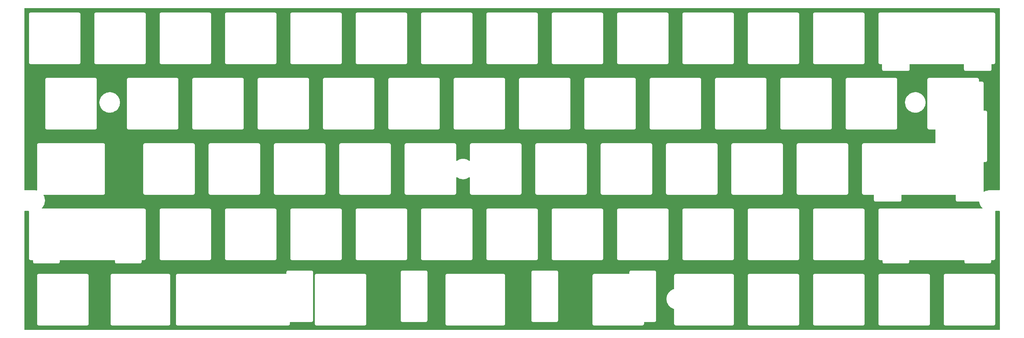
<source format=gbr>
G04 #@! TF.GenerationSoftware,KiCad,Pcbnew,(5.99.0-12762-g961c127ebe)*
G04 #@! TF.CreationDate,2021-11-23T00:18:37+09:00*
G04 #@! TF.ProjectId,plate4,706c6174-6534-42e6-9b69-6361645f7063,rev?*
G04 #@! TF.SameCoordinates,Original*
G04 #@! TF.FileFunction,Copper,L1,Top*
G04 #@! TF.FilePolarity,Positive*
%FSLAX46Y46*%
G04 Gerber Fmt 4.6, Leading zero omitted, Abs format (unit mm)*
G04 Created by KiCad (PCBNEW (5.99.0-12762-g961c127ebe)) date 2021-11-23 00:18:37*
%MOMM*%
%LPD*%
G01*
G04 APERTURE LIST*
G04 APERTURE END LIST*
G04 #@! TA.AperFunction,NonConductor*
G36*
X299001921Y-38242202D02*
G01*
X299048414Y-38295858D01*
X299059800Y-38348200D01*
X299059800Y-91217701D01*
X299039798Y-91285822D01*
X298986142Y-91332315D01*
X298933800Y-91343701D01*
X296139486Y-91343701D01*
X296138757Y-91343650D01*
X296138055Y-91343447D01*
X296135940Y-91343453D01*
X296135936Y-91343453D01*
X296052596Y-91343700D01*
X296052223Y-91343701D01*
X296030323Y-91343701D01*
X296029860Y-91343767D01*
X296026249Y-91343778D01*
X296021443Y-91344541D01*
X296021442Y-91344541D01*
X295994587Y-91348804D01*
X295992695Y-91349089D01*
X295931231Y-91357891D01*
X295931216Y-91357894D01*
X295922755Y-91359106D01*
X295919759Y-91360469D01*
X295916528Y-91361195D01*
X295253973Y-91466364D01*
X295238189Y-91467859D01*
X295205101Y-91468899D01*
X295140799Y-91489919D01*
X295138871Y-91490532D01*
X295074312Y-91510479D01*
X295066826Y-91515428D01*
X295066824Y-91515429D01*
X295043432Y-91530894D01*
X295031055Y-91538100D01*
X294540659Y-91787455D01*
X294470872Y-91800502D01*
X294405109Y-91773747D01*
X294364251Y-91715685D01*
X294357550Y-91675141D01*
X294357550Y-83260201D01*
X294377552Y-83192080D01*
X294431208Y-83145587D01*
X294483550Y-83134201D01*
X294840848Y-83134201D01*
X294841619Y-83134203D01*
X294919202Y-83134677D01*
X294927831Y-83132211D01*
X294927836Y-83132210D01*
X294947598Y-83126562D01*
X294964359Y-83122984D01*
X294984702Y-83120071D01*
X294984712Y-83120068D01*
X294993595Y-83118796D01*
X295016945Y-83108180D01*
X295034457Y-83101737D01*
X295050487Y-83097155D01*
X295059115Y-83094689D01*
X295084098Y-83078927D01*
X295099164Y-83070797D01*
X295126060Y-83058568D01*
X295145489Y-83041827D01*
X295160497Y-83030722D01*
X295174589Y-83021831D01*
X295182181Y-83017041D01*
X295201732Y-82994904D01*
X295213924Y-82982860D01*
X295229499Y-82969440D01*
X295229500Y-82969438D01*
X295236297Y-82963582D01*
X295241176Y-82956054D01*
X295241179Y-82956051D01*
X295250246Y-82942062D01*
X295261536Y-82927188D01*
X295272562Y-82914703D01*
X295278506Y-82907973D01*
X295291060Y-82881235D01*
X295299374Y-82866266D01*
X295315443Y-82841474D01*
X295322789Y-82816910D01*
X295329451Y-82799465D01*
X295332996Y-82791914D01*
X295340349Y-82776253D01*
X295344893Y-82747071D01*
X295348676Y-82730352D01*
X295354564Y-82710665D01*
X295354565Y-82710662D01*
X295357137Y-82702060D01*
X295357347Y-82667645D01*
X295357380Y-82666873D01*
X295357550Y-82665778D01*
X295357550Y-82634903D01*
X295357552Y-82634133D01*
X295358002Y-82560485D01*
X295358002Y-82560484D01*
X295358026Y-82556549D01*
X295357642Y-82555205D01*
X295357550Y-82553860D01*
X295357550Y-68634903D01*
X295357552Y-68634133D01*
X295357696Y-68610634D01*
X295358026Y-68556549D01*
X295355560Y-68547920D01*
X295355559Y-68547915D01*
X295349911Y-68528153D01*
X295346333Y-68511392D01*
X295343420Y-68491049D01*
X295343417Y-68491039D01*
X295342145Y-68482156D01*
X295331529Y-68458806D01*
X295325086Y-68441294D01*
X295320504Y-68425264D01*
X295318038Y-68416636D01*
X295302276Y-68391653D01*
X295294146Y-68376587D01*
X295281917Y-68349691D01*
X295265176Y-68330262D01*
X295254071Y-68315254D01*
X295245180Y-68301162D01*
X295240390Y-68293570D01*
X295218253Y-68274019D01*
X295206209Y-68261827D01*
X295192789Y-68246252D01*
X295192787Y-68246251D01*
X295186931Y-68239454D01*
X295179403Y-68234575D01*
X295179400Y-68234572D01*
X295165411Y-68225505D01*
X295150537Y-68214215D01*
X295138052Y-68203189D01*
X295131322Y-68197245D01*
X295123196Y-68193430D01*
X295123195Y-68193429D01*
X295112040Y-68188192D01*
X295104584Y-68184691D01*
X295089615Y-68176377D01*
X295064823Y-68160308D01*
X295040259Y-68152962D01*
X295022814Y-68146300D01*
X294999602Y-68135402D01*
X294970420Y-68130858D01*
X294953701Y-68127075D01*
X294934014Y-68121187D01*
X294934011Y-68121186D01*
X294925409Y-68118614D01*
X294916434Y-68118559D01*
X294916433Y-68118559D01*
X294909740Y-68118518D01*
X294890994Y-68118404D01*
X294890222Y-68118371D01*
X294889127Y-68118201D01*
X294858252Y-68118201D01*
X294857482Y-68118199D01*
X294783834Y-68117749D01*
X294783833Y-68117749D01*
X294779898Y-68117725D01*
X294778554Y-68118109D01*
X294777209Y-68118201D01*
X294483550Y-68118201D01*
X294415429Y-68098199D01*
X294368936Y-68044543D01*
X294357550Y-67992201D01*
X294357550Y-60196902D01*
X294357552Y-60196132D01*
X294357971Y-60127522D01*
X294358026Y-60118548D01*
X294355560Y-60109919D01*
X294355559Y-60109914D01*
X294349911Y-60090152D01*
X294346333Y-60073391D01*
X294343420Y-60053048D01*
X294343417Y-60053038D01*
X294342145Y-60044155D01*
X294331529Y-60020805D01*
X294325086Y-60003293D01*
X294320504Y-59987263D01*
X294318038Y-59978635D01*
X294302276Y-59953652D01*
X294294146Y-59938586D01*
X294281917Y-59911690D01*
X294265176Y-59892261D01*
X294254071Y-59877253D01*
X294245180Y-59863161D01*
X294240390Y-59855569D01*
X294218253Y-59836018D01*
X294206209Y-59823826D01*
X294192789Y-59808251D01*
X294192787Y-59808250D01*
X294186931Y-59801453D01*
X294179403Y-59796574D01*
X294179400Y-59796571D01*
X294165411Y-59787504D01*
X294150537Y-59776214D01*
X294138052Y-59765188D01*
X294131322Y-59759244D01*
X294123196Y-59755429D01*
X294123195Y-59755428D01*
X294117529Y-59752768D01*
X294104584Y-59746690D01*
X294089615Y-59738376D01*
X294064823Y-59722307D01*
X294040259Y-59714961D01*
X294022814Y-59708299D01*
X293999602Y-59697401D01*
X293970420Y-59692857D01*
X293953701Y-59689074D01*
X293934014Y-59683186D01*
X293934011Y-59683185D01*
X293925409Y-59680613D01*
X293916434Y-59680558D01*
X293916433Y-59680558D01*
X293909740Y-59680517D01*
X293890994Y-59680403D01*
X293890222Y-59680370D01*
X293889127Y-59680200D01*
X293858252Y-59680200D01*
X293857482Y-59680198D01*
X293783834Y-59679748D01*
X293783833Y-59679748D01*
X293779898Y-59679724D01*
X293778554Y-59680108D01*
X293777209Y-59680200D01*
X293102300Y-59680200D01*
X293034179Y-59660198D01*
X292987686Y-59606542D01*
X292976300Y-59554200D01*
X292976300Y-59109903D01*
X292976302Y-59109133D01*
X292976721Y-59040523D01*
X292976776Y-59031549D01*
X292974310Y-59022920D01*
X292974309Y-59022915D01*
X292968661Y-59003153D01*
X292965083Y-58986392D01*
X292962170Y-58966049D01*
X292962167Y-58966039D01*
X292960895Y-58957156D01*
X292950279Y-58933806D01*
X292943836Y-58916294D01*
X292939254Y-58900264D01*
X292936788Y-58891636D01*
X292921026Y-58866653D01*
X292912896Y-58851587D01*
X292900667Y-58824691D01*
X292883926Y-58805262D01*
X292872821Y-58790254D01*
X292863930Y-58776162D01*
X292859140Y-58768570D01*
X292837003Y-58749019D01*
X292824959Y-58736827D01*
X292811539Y-58721252D01*
X292811537Y-58721251D01*
X292805681Y-58714454D01*
X292798153Y-58709575D01*
X292798150Y-58709572D01*
X292784161Y-58700505D01*
X292769287Y-58689215D01*
X292756802Y-58678189D01*
X292750072Y-58672245D01*
X292741946Y-58668430D01*
X292741945Y-58668429D01*
X292736279Y-58665769D01*
X292723334Y-58659691D01*
X292708365Y-58651377D01*
X292683573Y-58635308D01*
X292659009Y-58627962D01*
X292641564Y-58621300D01*
X292637127Y-58619217D01*
X292618352Y-58610402D01*
X292589170Y-58605858D01*
X292572451Y-58602075D01*
X292552764Y-58596187D01*
X292552761Y-58596186D01*
X292544159Y-58593614D01*
X292535184Y-58593559D01*
X292535183Y-58593559D01*
X292528490Y-58593518D01*
X292509744Y-58593404D01*
X292508972Y-58593371D01*
X292507877Y-58593201D01*
X292477002Y-58593201D01*
X292476232Y-58593199D01*
X292402584Y-58592749D01*
X292402583Y-58592749D01*
X292398648Y-58592725D01*
X292397304Y-58593109D01*
X292395959Y-58593201D01*
X278477001Y-58593201D01*
X278476231Y-58593199D01*
X278475377Y-58593194D01*
X278398647Y-58592725D01*
X278390018Y-58595191D01*
X278390013Y-58595192D01*
X278370251Y-58600840D01*
X278353490Y-58604418D01*
X278333147Y-58607331D01*
X278333137Y-58607334D01*
X278324254Y-58608606D01*
X278300904Y-58619222D01*
X278283392Y-58625665D01*
X278275356Y-58627962D01*
X278258734Y-58632713D01*
X278233751Y-58648475D01*
X278218685Y-58656605D01*
X278191789Y-58668834D01*
X278172360Y-58685575D01*
X278157352Y-58696680D01*
X278135668Y-58710361D01*
X278129726Y-58717089D01*
X278116118Y-58732497D01*
X278103926Y-58744541D01*
X278081552Y-58763820D01*
X278076673Y-58771348D01*
X278076670Y-58771351D01*
X278067603Y-58785340D01*
X278056313Y-58800214D01*
X278039343Y-58819429D01*
X278026789Y-58846167D01*
X278018475Y-58861136D01*
X278002406Y-58885928D01*
X277999834Y-58894528D01*
X277995060Y-58910491D01*
X277988398Y-58927937D01*
X277977500Y-58951149D01*
X277972957Y-58980329D01*
X277969173Y-58997050D01*
X277963285Y-59016737D01*
X277963284Y-59016740D01*
X277960712Y-59025342D01*
X277960657Y-59034317D01*
X277960657Y-59034318D01*
X277960502Y-59059747D01*
X277960469Y-59060529D01*
X277960299Y-59061624D01*
X277960299Y-59092499D01*
X277960297Y-59093269D01*
X277959823Y-59170853D01*
X277960207Y-59172197D01*
X277960299Y-59173542D01*
X277960299Y-73092499D01*
X277960297Y-73093269D01*
X277959823Y-73170853D01*
X277962289Y-73179482D01*
X277962290Y-73179487D01*
X277967938Y-73199249D01*
X277971516Y-73216010D01*
X277974429Y-73236353D01*
X277974432Y-73236363D01*
X277975704Y-73245246D01*
X277986320Y-73268596D01*
X277992763Y-73286108D01*
X277999811Y-73310766D01*
X278015573Y-73335749D01*
X278023703Y-73350815D01*
X278035932Y-73377711D01*
X278052673Y-73397140D01*
X278063778Y-73412148D01*
X278077459Y-73433832D01*
X278084187Y-73439774D01*
X278099595Y-73453382D01*
X278111639Y-73465574D01*
X278130918Y-73487948D01*
X278138446Y-73492827D01*
X278138449Y-73492830D01*
X278152438Y-73501897D01*
X278167312Y-73513187D01*
X278186527Y-73530157D01*
X278194653Y-73533972D01*
X278194654Y-73533973D01*
X278200320Y-73536633D01*
X278213265Y-73542711D01*
X278228234Y-73551025D01*
X278253026Y-73567094D01*
X278269949Y-73572155D01*
X278277589Y-73574440D01*
X278295035Y-73581102D01*
X278318247Y-73592000D01*
X278347429Y-73596544D01*
X278364148Y-73600327D01*
X278383835Y-73606215D01*
X278383838Y-73606216D01*
X278392440Y-73608788D01*
X278401415Y-73608843D01*
X278401416Y-73608843D01*
X278408109Y-73608884D01*
X278426855Y-73608998D01*
X278427627Y-73609031D01*
X278428722Y-73609201D01*
X278459597Y-73609201D01*
X278460367Y-73609203D01*
X278534015Y-73609653D01*
X278534016Y-73609653D01*
X278537951Y-73609677D01*
X278539295Y-73609293D01*
X278540640Y-73609201D01*
X280215550Y-73609201D01*
X280283671Y-73629203D01*
X280330164Y-73682859D01*
X280341550Y-73735201D01*
X280341550Y-77511922D01*
X280321548Y-77580043D01*
X280267892Y-77626536D01*
X280215649Y-77637922D01*
X273417485Y-77643201D01*
X259427001Y-77643201D01*
X259426231Y-77643199D01*
X259425377Y-77643194D01*
X259348647Y-77642725D01*
X259340018Y-77645191D01*
X259340013Y-77645192D01*
X259320251Y-77650840D01*
X259303490Y-77654418D01*
X259283147Y-77657331D01*
X259283137Y-77657334D01*
X259274254Y-77658606D01*
X259250904Y-77669222D01*
X259233392Y-77675665D01*
X259225356Y-77677962D01*
X259208734Y-77682713D01*
X259183751Y-77698475D01*
X259168685Y-77706605D01*
X259141789Y-77718834D01*
X259122360Y-77735575D01*
X259107352Y-77746680D01*
X259085668Y-77760361D01*
X259079726Y-77767089D01*
X259066118Y-77782497D01*
X259053926Y-77794541D01*
X259031552Y-77813820D01*
X259026673Y-77821348D01*
X259026670Y-77821351D01*
X259017603Y-77835340D01*
X259006313Y-77850214D01*
X258989343Y-77869429D01*
X258976789Y-77896167D01*
X258968475Y-77911136D01*
X258952406Y-77935928D01*
X258949834Y-77944528D01*
X258945060Y-77960491D01*
X258938398Y-77977937D01*
X258927500Y-78001149D01*
X258922957Y-78030329D01*
X258919173Y-78047050D01*
X258913285Y-78066737D01*
X258913284Y-78066740D01*
X258910712Y-78075342D01*
X258910657Y-78084317D01*
X258910657Y-78084318D01*
X258910502Y-78109747D01*
X258910469Y-78110529D01*
X258910299Y-78111624D01*
X258910299Y-78142499D01*
X258910297Y-78143269D01*
X258909823Y-78220853D01*
X258910207Y-78222197D01*
X258910299Y-78223542D01*
X258910299Y-92142499D01*
X258910297Y-92143269D01*
X258909823Y-92220853D01*
X258912289Y-92229482D01*
X258912290Y-92229487D01*
X258917938Y-92249249D01*
X258921516Y-92266010D01*
X258924429Y-92286353D01*
X258924432Y-92286363D01*
X258925704Y-92295246D01*
X258936320Y-92318596D01*
X258942763Y-92336108D01*
X258946266Y-92348364D01*
X258949811Y-92360766D01*
X258965573Y-92385749D01*
X258973703Y-92400815D01*
X258985932Y-92427711D01*
X259002673Y-92447140D01*
X259013778Y-92462148D01*
X259027459Y-92483832D01*
X259034187Y-92489774D01*
X259049595Y-92503382D01*
X259061639Y-92515574D01*
X259080918Y-92537948D01*
X259088446Y-92542827D01*
X259088449Y-92542830D01*
X259102438Y-92551897D01*
X259117312Y-92563187D01*
X259136527Y-92580157D01*
X259144653Y-92583972D01*
X259144654Y-92583973D01*
X259150320Y-92586633D01*
X259163265Y-92592711D01*
X259178234Y-92601025D01*
X259203026Y-92617094D01*
X259219949Y-92622155D01*
X259227589Y-92624440D01*
X259245035Y-92631102D01*
X259268247Y-92642000D01*
X259297429Y-92646544D01*
X259314148Y-92650327D01*
X259333835Y-92656215D01*
X259333838Y-92656216D01*
X259342440Y-92658788D01*
X259351415Y-92658843D01*
X259351416Y-92658843D01*
X259358109Y-92658884D01*
X259376855Y-92658998D01*
X259377627Y-92659031D01*
X259378722Y-92659201D01*
X259409597Y-92659201D01*
X259410367Y-92659203D01*
X259484015Y-92659653D01*
X259484016Y-92659653D01*
X259487951Y-92659677D01*
X259489295Y-92659293D01*
X259490640Y-92659201D01*
X262252550Y-92659201D01*
X262320671Y-92679203D01*
X262367164Y-92732859D01*
X262378550Y-92785201D01*
X262378550Y-94142499D01*
X262378548Y-94143269D01*
X262378074Y-94220853D01*
X262380540Y-94229482D01*
X262380541Y-94229487D01*
X262386189Y-94249249D01*
X262389767Y-94266010D01*
X262392680Y-94286353D01*
X262392683Y-94286363D01*
X262393955Y-94295246D01*
X262404571Y-94318596D01*
X262411014Y-94336108D01*
X262418062Y-94360766D01*
X262433824Y-94385749D01*
X262441954Y-94400815D01*
X262454183Y-94427711D01*
X262470924Y-94447140D01*
X262482029Y-94462148D01*
X262495710Y-94483832D01*
X262502438Y-94489774D01*
X262517846Y-94503382D01*
X262529890Y-94515574D01*
X262549169Y-94537948D01*
X262556697Y-94542827D01*
X262556700Y-94542830D01*
X262570689Y-94551897D01*
X262585563Y-94563187D01*
X262604778Y-94580157D01*
X262612904Y-94583972D01*
X262612905Y-94583973D01*
X262618571Y-94586633D01*
X262631516Y-94592711D01*
X262646485Y-94601025D01*
X262671277Y-94617094D01*
X262688200Y-94622155D01*
X262695840Y-94624440D01*
X262713286Y-94631102D01*
X262736498Y-94642000D01*
X262765680Y-94646544D01*
X262782399Y-94650327D01*
X262802086Y-94656215D01*
X262802089Y-94656216D01*
X262810691Y-94658788D01*
X262819666Y-94658843D01*
X262819667Y-94658843D01*
X262826360Y-94658884D01*
X262845106Y-94658998D01*
X262845878Y-94659031D01*
X262846973Y-94659201D01*
X262877848Y-94659201D01*
X262878618Y-94659203D01*
X262952266Y-94659653D01*
X262952267Y-94659653D01*
X262956202Y-94659677D01*
X262957546Y-94659293D01*
X262958891Y-94659201D01*
X269877848Y-94659201D01*
X269878619Y-94659203D01*
X269956202Y-94659677D01*
X269964831Y-94657211D01*
X269964836Y-94657210D01*
X269984598Y-94651562D01*
X270001359Y-94647984D01*
X270021702Y-94645071D01*
X270021712Y-94645068D01*
X270030595Y-94643796D01*
X270053945Y-94633180D01*
X270071457Y-94626737D01*
X270087487Y-94622155D01*
X270096115Y-94619689D01*
X270121098Y-94603927D01*
X270136164Y-94595797D01*
X270163060Y-94583568D01*
X270182489Y-94566827D01*
X270197497Y-94555722D01*
X270211589Y-94546831D01*
X270219181Y-94542041D01*
X270238732Y-94519904D01*
X270250924Y-94507860D01*
X270266499Y-94494440D01*
X270266500Y-94494438D01*
X270273297Y-94488582D01*
X270278176Y-94481054D01*
X270278179Y-94481051D01*
X270287246Y-94467062D01*
X270298536Y-94452188D01*
X270309562Y-94439703D01*
X270315506Y-94432973D01*
X270319612Y-94424229D01*
X270323824Y-94415257D01*
X270328060Y-94406235D01*
X270336374Y-94391266D01*
X270352443Y-94366474D01*
X270359789Y-94341910D01*
X270366451Y-94324465D01*
X270373533Y-94309380D01*
X270377349Y-94301253D01*
X270381893Y-94272071D01*
X270385676Y-94255352D01*
X270391564Y-94235665D01*
X270391565Y-94235662D01*
X270394137Y-94227060D01*
X270394347Y-94192645D01*
X270394380Y-94191873D01*
X270394550Y-94190778D01*
X270394550Y-94159903D01*
X270394552Y-94159133D01*
X270395002Y-94085485D01*
X270395002Y-94085484D01*
X270395026Y-94081549D01*
X270394642Y-94080205D01*
X270394550Y-94078860D01*
X270394550Y-92785201D01*
X270414552Y-92717080D01*
X270468208Y-92670587D01*
X270520550Y-92659201D01*
X286128550Y-92659201D01*
X286196671Y-92679203D01*
X286243164Y-92732859D01*
X286254550Y-92785201D01*
X286254550Y-94142499D01*
X286254548Y-94143269D01*
X286254074Y-94220853D01*
X286256540Y-94229482D01*
X286256541Y-94229487D01*
X286262189Y-94249249D01*
X286265767Y-94266010D01*
X286268680Y-94286353D01*
X286268683Y-94286363D01*
X286269955Y-94295246D01*
X286280571Y-94318596D01*
X286287014Y-94336108D01*
X286294062Y-94360766D01*
X286309824Y-94385749D01*
X286317954Y-94400815D01*
X286330183Y-94427711D01*
X286346924Y-94447140D01*
X286358029Y-94462148D01*
X286371710Y-94483832D01*
X286378438Y-94489774D01*
X286393846Y-94503382D01*
X286405890Y-94515574D01*
X286425169Y-94537948D01*
X286432697Y-94542827D01*
X286432700Y-94542830D01*
X286446689Y-94551897D01*
X286461563Y-94563187D01*
X286480778Y-94580157D01*
X286488904Y-94583972D01*
X286488905Y-94583973D01*
X286494571Y-94586633D01*
X286507516Y-94592711D01*
X286522485Y-94601025D01*
X286547277Y-94617094D01*
X286564200Y-94622155D01*
X286571840Y-94624440D01*
X286589286Y-94631102D01*
X286612498Y-94642000D01*
X286641680Y-94646544D01*
X286658399Y-94650327D01*
X286678086Y-94656215D01*
X286678089Y-94656216D01*
X286686691Y-94658788D01*
X286695666Y-94658843D01*
X286695667Y-94658843D01*
X286702360Y-94658884D01*
X286721106Y-94658998D01*
X286721878Y-94659031D01*
X286722973Y-94659201D01*
X286753848Y-94659201D01*
X286754618Y-94659203D01*
X286828266Y-94659653D01*
X286828267Y-94659653D01*
X286832202Y-94659677D01*
X286833546Y-94659293D01*
X286834891Y-94659201D01*
X292994850Y-94659201D01*
X293062971Y-94679203D01*
X293109464Y-94732859D01*
X293119285Y-94765401D01*
X293182725Y-95164091D01*
X293184230Y-95180013D01*
X293185237Y-95212748D01*
X293188018Y-95221277D01*
X293188019Y-95221280D01*
X293206319Y-95277394D01*
X293206899Y-95279219D01*
X293226961Y-95344065D01*
X293231911Y-95351547D01*
X293231913Y-95351550D01*
X293247195Y-95374645D01*
X293254467Y-95387137D01*
X293545050Y-95959603D01*
X293573840Y-96016320D01*
X293580035Y-96030665D01*
X293591454Y-96062377D01*
X293596743Y-96069629D01*
X293630967Y-96116557D01*
X293632275Y-96118385D01*
X293670752Y-96173208D01*
X293677765Y-96178814D01*
X293700136Y-96196697D01*
X293710630Y-96206093D01*
X293982273Y-96478178D01*
X294016247Y-96540518D01*
X294011125Y-96611329D01*
X293968532Y-96668131D01*
X293901992Y-96692887D01*
X293893105Y-96693201D01*
X264189501Y-96693201D01*
X264188731Y-96693199D01*
X264187877Y-96693194D01*
X264111147Y-96692725D01*
X264102518Y-96695191D01*
X264102513Y-96695192D01*
X264082751Y-96700840D01*
X264065990Y-96704418D01*
X264045647Y-96707331D01*
X264045637Y-96707334D01*
X264036754Y-96708606D01*
X264013404Y-96719222D01*
X263995892Y-96725665D01*
X263987856Y-96727962D01*
X263971234Y-96732713D01*
X263946251Y-96748475D01*
X263931185Y-96756605D01*
X263904289Y-96768834D01*
X263884860Y-96785575D01*
X263869852Y-96796680D01*
X263848168Y-96810361D01*
X263842226Y-96817089D01*
X263828618Y-96832497D01*
X263816426Y-96844541D01*
X263794052Y-96863820D01*
X263789173Y-96871348D01*
X263789170Y-96871351D01*
X263780103Y-96885340D01*
X263768813Y-96900214D01*
X263751843Y-96919429D01*
X263739289Y-96946167D01*
X263730975Y-96961136D01*
X263714906Y-96985928D01*
X263712334Y-96994528D01*
X263707560Y-97010491D01*
X263700898Y-97027937D01*
X263690000Y-97051149D01*
X263685457Y-97080329D01*
X263681673Y-97097050D01*
X263675785Y-97116737D01*
X263675784Y-97116740D01*
X263673212Y-97125342D01*
X263673157Y-97134317D01*
X263673157Y-97134318D01*
X263673002Y-97159747D01*
X263672969Y-97160529D01*
X263672799Y-97161624D01*
X263672799Y-97192499D01*
X263672797Y-97193269D01*
X263672323Y-97270853D01*
X263672707Y-97272197D01*
X263672799Y-97273542D01*
X263672799Y-111192499D01*
X263672797Y-111193269D01*
X263672323Y-111270853D01*
X263674789Y-111279482D01*
X263674790Y-111279487D01*
X263680438Y-111299249D01*
X263684016Y-111316010D01*
X263686929Y-111336353D01*
X263686932Y-111336363D01*
X263688204Y-111345246D01*
X263698820Y-111368596D01*
X263705263Y-111386108D01*
X263712311Y-111410766D01*
X263728073Y-111435749D01*
X263736203Y-111450815D01*
X263748432Y-111477711D01*
X263765173Y-111497140D01*
X263776278Y-111512148D01*
X263789959Y-111533832D01*
X263796687Y-111539774D01*
X263812095Y-111553382D01*
X263824139Y-111565574D01*
X263843418Y-111587948D01*
X263850946Y-111592827D01*
X263850949Y-111592830D01*
X263864938Y-111601897D01*
X263879812Y-111613187D01*
X263899027Y-111630157D01*
X263907153Y-111633972D01*
X263907154Y-111633973D01*
X263912820Y-111636633D01*
X263925765Y-111642711D01*
X263940734Y-111651025D01*
X263965526Y-111667094D01*
X263982449Y-111672155D01*
X263990089Y-111674440D01*
X264007535Y-111681102D01*
X264030747Y-111692000D01*
X264059929Y-111696544D01*
X264076648Y-111700327D01*
X264096335Y-111706215D01*
X264096338Y-111706216D01*
X264104940Y-111708788D01*
X264113915Y-111708843D01*
X264113916Y-111708843D01*
X264120609Y-111708884D01*
X264139355Y-111708998D01*
X264140127Y-111709031D01*
X264141222Y-111709201D01*
X264172097Y-111709201D01*
X264172867Y-111709203D01*
X264246515Y-111709653D01*
X264246516Y-111709653D01*
X264250451Y-111709677D01*
X264251795Y-111709293D01*
X264253140Y-111709201D01*
X264758800Y-111709201D01*
X264826921Y-111729203D01*
X264873414Y-111782859D01*
X264884800Y-111835201D01*
X264884800Y-112192499D01*
X264884798Y-112193269D01*
X264884324Y-112270853D01*
X264886790Y-112279482D01*
X264886791Y-112279487D01*
X264892439Y-112299249D01*
X264896017Y-112316010D01*
X264898930Y-112336353D01*
X264898933Y-112336363D01*
X264900205Y-112345246D01*
X264910821Y-112368596D01*
X264917264Y-112386108D01*
X264924312Y-112410766D01*
X264940074Y-112435749D01*
X264948204Y-112450815D01*
X264960433Y-112477711D01*
X264977174Y-112497140D01*
X264988279Y-112512148D01*
X265001960Y-112533832D01*
X265008688Y-112539774D01*
X265024096Y-112553382D01*
X265036140Y-112565574D01*
X265055419Y-112587948D01*
X265062947Y-112592827D01*
X265062950Y-112592830D01*
X265076939Y-112601897D01*
X265091813Y-112613187D01*
X265111028Y-112630157D01*
X265119154Y-112633972D01*
X265119155Y-112633973D01*
X265124821Y-112636633D01*
X265137766Y-112642711D01*
X265152735Y-112651025D01*
X265177527Y-112667094D01*
X265194450Y-112672155D01*
X265202090Y-112674440D01*
X265219536Y-112681102D01*
X265242748Y-112692000D01*
X265271930Y-112696544D01*
X265288649Y-112700327D01*
X265308336Y-112706215D01*
X265308339Y-112706216D01*
X265316941Y-112708788D01*
X265325916Y-112708843D01*
X265325917Y-112708843D01*
X265332610Y-112708884D01*
X265351356Y-112708998D01*
X265352128Y-112709031D01*
X265353223Y-112709201D01*
X265384098Y-112709201D01*
X265384868Y-112709203D01*
X265458516Y-112709653D01*
X265458517Y-112709653D01*
X265462452Y-112709677D01*
X265463796Y-112709293D01*
X265465141Y-112709201D01*
X272134097Y-112709201D01*
X272134868Y-112709203D01*
X272212451Y-112709677D01*
X272221080Y-112707211D01*
X272221085Y-112707210D01*
X272240847Y-112701562D01*
X272257608Y-112697984D01*
X272277951Y-112695071D01*
X272277961Y-112695068D01*
X272286844Y-112693796D01*
X272310194Y-112683180D01*
X272327706Y-112676737D01*
X272343736Y-112672155D01*
X272352364Y-112669689D01*
X272377347Y-112653927D01*
X272392413Y-112645797D01*
X272419309Y-112633568D01*
X272438738Y-112616827D01*
X272453746Y-112605722D01*
X272467838Y-112596831D01*
X272475430Y-112592041D01*
X272494981Y-112569904D01*
X272507173Y-112557860D01*
X272522748Y-112544440D01*
X272522749Y-112544438D01*
X272529546Y-112538582D01*
X272534425Y-112531054D01*
X272534428Y-112531051D01*
X272543495Y-112517062D01*
X272554785Y-112502188D01*
X272565811Y-112489703D01*
X272571755Y-112482973D01*
X272584309Y-112456235D01*
X272592623Y-112441266D01*
X272608692Y-112416474D01*
X272616038Y-112391910D01*
X272622700Y-112374465D01*
X272629782Y-112359380D01*
X272633598Y-112351253D01*
X272638142Y-112322071D01*
X272641925Y-112305352D01*
X272647813Y-112285665D01*
X272647814Y-112285662D01*
X272650386Y-112277060D01*
X272650596Y-112242645D01*
X272650629Y-112241873D01*
X272650799Y-112240778D01*
X272650799Y-112209903D01*
X272650801Y-112209133D01*
X272651251Y-112135485D01*
X272651251Y-112135484D01*
X272651275Y-112131549D01*
X272650891Y-112130205D01*
X272650799Y-112128860D01*
X272650799Y-111835201D01*
X272670801Y-111767080D01*
X272724457Y-111720587D01*
X272776799Y-111709201D01*
X288634800Y-111709201D01*
X288702921Y-111729203D01*
X288749414Y-111782859D01*
X288760800Y-111835201D01*
X288760800Y-112192499D01*
X288760798Y-112193269D01*
X288760324Y-112270853D01*
X288762790Y-112279482D01*
X288762791Y-112279487D01*
X288768439Y-112299249D01*
X288772017Y-112316010D01*
X288774930Y-112336353D01*
X288774933Y-112336363D01*
X288776205Y-112345246D01*
X288786821Y-112368596D01*
X288793264Y-112386108D01*
X288800312Y-112410766D01*
X288816074Y-112435749D01*
X288824204Y-112450815D01*
X288836433Y-112477711D01*
X288853174Y-112497140D01*
X288864279Y-112512148D01*
X288877960Y-112533832D01*
X288884688Y-112539774D01*
X288900096Y-112553382D01*
X288912140Y-112565574D01*
X288931419Y-112587948D01*
X288938947Y-112592827D01*
X288938950Y-112592830D01*
X288952939Y-112601897D01*
X288967813Y-112613187D01*
X288987028Y-112630157D01*
X288995154Y-112633972D01*
X288995155Y-112633973D01*
X289000821Y-112636633D01*
X289013766Y-112642711D01*
X289028735Y-112651025D01*
X289053527Y-112667094D01*
X289070450Y-112672155D01*
X289078090Y-112674440D01*
X289095536Y-112681102D01*
X289118748Y-112692000D01*
X289147930Y-112696544D01*
X289164649Y-112700327D01*
X289184336Y-112706215D01*
X289184339Y-112706216D01*
X289192941Y-112708788D01*
X289201916Y-112708843D01*
X289201917Y-112708843D01*
X289208610Y-112708884D01*
X289227356Y-112708998D01*
X289228128Y-112709031D01*
X289229223Y-112709201D01*
X289260098Y-112709201D01*
X289260868Y-112709203D01*
X289334516Y-112709653D01*
X289334517Y-112709653D01*
X289338452Y-112709677D01*
X289339796Y-112709293D01*
X289341141Y-112709201D01*
X296010098Y-112709201D01*
X296010869Y-112709203D01*
X296088452Y-112709677D01*
X296097081Y-112707211D01*
X296097086Y-112707210D01*
X296116848Y-112701562D01*
X296133609Y-112697984D01*
X296153952Y-112695071D01*
X296153962Y-112695068D01*
X296162845Y-112693796D01*
X296186195Y-112683180D01*
X296203707Y-112676737D01*
X296219737Y-112672155D01*
X296228365Y-112669689D01*
X296253348Y-112653927D01*
X296268414Y-112645797D01*
X296295310Y-112633568D01*
X296314739Y-112616827D01*
X296329747Y-112605722D01*
X296343839Y-112596831D01*
X296351431Y-112592041D01*
X296370982Y-112569904D01*
X296383174Y-112557860D01*
X296398749Y-112544440D01*
X296398750Y-112544438D01*
X296405547Y-112538582D01*
X296410426Y-112531054D01*
X296410429Y-112531051D01*
X296419496Y-112517062D01*
X296430786Y-112502188D01*
X296441812Y-112489703D01*
X296447756Y-112482973D01*
X296460310Y-112456235D01*
X296468624Y-112441266D01*
X296484693Y-112416474D01*
X296492039Y-112391910D01*
X296498701Y-112374465D01*
X296505783Y-112359380D01*
X296509599Y-112351253D01*
X296514143Y-112322071D01*
X296517926Y-112305352D01*
X296523814Y-112285665D01*
X296523815Y-112285662D01*
X296526387Y-112277060D01*
X296526597Y-112242645D01*
X296526630Y-112241873D01*
X296526800Y-112240778D01*
X296526800Y-112209903D01*
X296526802Y-112209133D01*
X296527252Y-112135485D01*
X296527252Y-112135484D01*
X296527276Y-112131549D01*
X296526892Y-112130205D01*
X296526800Y-112128860D01*
X296526800Y-111835201D01*
X296546802Y-111767080D01*
X296600458Y-111720587D01*
X296652800Y-111709201D01*
X297222097Y-111709201D01*
X297222868Y-111709203D01*
X297300451Y-111709677D01*
X297309080Y-111707211D01*
X297309085Y-111707210D01*
X297328847Y-111701562D01*
X297345608Y-111697984D01*
X297365951Y-111695071D01*
X297365961Y-111695068D01*
X297374844Y-111693796D01*
X297398194Y-111683180D01*
X297415706Y-111676737D01*
X297431736Y-111672155D01*
X297440364Y-111669689D01*
X297465347Y-111653927D01*
X297480413Y-111645797D01*
X297507309Y-111633568D01*
X297526738Y-111616827D01*
X297541746Y-111605722D01*
X297555838Y-111596831D01*
X297563430Y-111592041D01*
X297582981Y-111569904D01*
X297595173Y-111557860D01*
X297610748Y-111544440D01*
X297610749Y-111544438D01*
X297617546Y-111538582D01*
X297622425Y-111531054D01*
X297622428Y-111531051D01*
X297631495Y-111517062D01*
X297642785Y-111502188D01*
X297653811Y-111489703D01*
X297659755Y-111482973D01*
X297672309Y-111456235D01*
X297680623Y-111441266D01*
X297696692Y-111416474D01*
X297704038Y-111391910D01*
X297710700Y-111374465D01*
X297717782Y-111359380D01*
X297721598Y-111351253D01*
X297726142Y-111322071D01*
X297729925Y-111305352D01*
X297735813Y-111285665D01*
X297735814Y-111285662D01*
X297738386Y-111277060D01*
X297738596Y-111242645D01*
X297738629Y-111241873D01*
X297738799Y-111240778D01*
X297738799Y-111209903D01*
X297738801Y-111209133D01*
X297739251Y-111135485D01*
X297739251Y-111135484D01*
X297739275Y-111131549D01*
X297738891Y-111130205D01*
X297738799Y-111128860D01*
X297738799Y-97486601D01*
X297758801Y-97418480D01*
X297812457Y-97371987D01*
X297864799Y-97360601D01*
X298933800Y-97360601D01*
X299001921Y-97380603D01*
X299048414Y-97434259D01*
X299059800Y-97486601D01*
X299059800Y-131954201D01*
X299039798Y-132022322D01*
X298986142Y-132068815D01*
X298933800Y-132080201D01*
X14827783Y-132080201D01*
X14759662Y-132060199D01*
X14713169Y-132006543D01*
X14701783Y-131954204D01*
X14701741Y-130320853D01*
X18403573Y-130320853D01*
X18406039Y-130329482D01*
X18406040Y-130329487D01*
X18411688Y-130349249D01*
X18415266Y-130366010D01*
X18418179Y-130386353D01*
X18418182Y-130386363D01*
X18419454Y-130395246D01*
X18430070Y-130418596D01*
X18436513Y-130436108D01*
X18443561Y-130460766D01*
X18459323Y-130485749D01*
X18467453Y-130500815D01*
X18479682Y-130527711D01*
X18496423Y-130547140D01*
X18507528Y-130562148D01*
X18521209Y-130583832D01*
X18527937Y-130589774D01*
X18543345Y-130603382D01*
X18555389Y-130615574D01*
X18574668Y-130637948D01*
X18582196Y-130642827D01*
X18582199Y-130642830D01*
X18596188Y-130651897D01*
X18611062Y-130663187D01*
X18630277Y-130680157D01*
X18638403Y-130683972D01*
X18638404Y-130683973D01*
X18644070Y-130686633D01*
X18657015Y-130692711D01*
X18671984Y-130701025D01*
X18696776Y-130717094D01*
X18713699Y-130722155D01*
X18721339Y-130724440D01*
X18738785Y-130731102D01*
X18761997Y-130742000D01*
X18791179Y-130746544D01*
X18807898Y-130750327D01*
X18827585Y-130756215D01*
X18827588Y-130756216D01*
X18836190Y-130758788D01*
X18845165Y-130758843D01*
X18845166Y-130758843D01*
X18851859Y-130758884D01*
X18870605Y-130758998D01*
X18871377Y-130759031D01*
X18872472Y-130759201D01*
X18903347Y-130759201D01*
X18904117Y-130759203D01*
X18977765Y-130759653D01*
X18977766Y-130759653D01*
X18981701Y-130759677D01*
X18983045Y-130759293D01*
X18984390Y-130759201D01*
X32903348Y-130759201D01*
X32904119Y-130759203D01*
X32981702Y-130759677D01*
X32990331Y-130757211D01*
X32990336Y-130757210D01*
X33010098Y-130751562D01*
X33026859Y-130747984D01*
X33047202Y-130745071D01*
X33047212Y-130745068D01*
X33056095Y-130743796D01*
X33079445Y-130733180D01*
X33096957Y-130726737D01*
X33112987Y-130722155D01*
X33121615Y-130719689D01*
X33146598Y-130703927D01*
X33161664Y-130695797D01*
X33188560Y-130683568D01*
X33207989Y-130666827D01*
X33222997Y-130655722D01*
X33237089Y-130646831D01*
X33244681Y-130642041D01*
X33264232Y-130619904D01*
X33276424Y-130607860D01*
X33291999Y-130594440D01*
X33292000Y-130594438D01*
X33298797Y-130588582D01*
X33303676Y-130581054D01*
X33303679Y-130581051D01*
X33312746Y-130567062D01*
X33324036Y-130552188D01*
X33335062Y-130539703D01*
X33341006Y-130532973D01*
X33353560Y-130506235D01*
X33361874Y-130491266D01*
X33377943Y-130466474D01*
X33385289Y-130441910D01*
X33391951Y-130424465D01*
X33399033Y-130409380D01*
X33402849Y-130401253D01*
X33407393Y-130372071D01*
X33411176Y-130355352D01*
X33417064Y-130335665D01*
X33417065Y-130335662D01*
X33419637Y-130327060D01*
X33419675Y-130320853D01*
X39834824Y-130320853D01*
X39837290Y-130329482D01*
X39837291Y-130329487D01*
X39842939Y-130349249D01*
X39846517Y-130366010D01*
X39849430Y-130386353D01*
X39849433Y-130386363D01*
X39850705Y-130395246D01*
X39861321Y-130418596D01*
X39867764Y-130436108D01*
X39874812Y-130460766D01*
X39890574Y-130485749D01*
X39898704Y-130500815D01*
X39910933Y-130527711D01*
X39927674Y-130547140D01*
X39938779Y-130562148D01*
X39952460Y-130583832D01*
X39959188Y-130589774D01*
X39974596Y-130603382D01*
X39986640Y-130615574D01*
X40005919Y-130637948D01*
X40013447Y-130642827D01*
X40013450Y-130642830D01*
X40027439Y-130651897D01*
X40042313Y-130663187D01*
X40061528Y-130680157D01*
X40069654Y-130683972D01*
X40069655Y-130683973D01*
X40075321Y-130686633D01*
X40088266Y-130692711D01*
X40103235Y-130701025D01*
X40128027Y-130717094D01*
X40144950Y-130722155D01*
X40152590Y-130724440D01*
X40170036Y-130731102D01*
X40193248Y-130742000D01*
X40222430Y-130746544D01*
X40239149Y-130750327D01*
X40258836Y-130756215D01*
X40258839Y-130756216D01*
X40267441Y-130758788D01*
X40276416Y-130758843D01*
X40276417Y-130758843D01*
X40283110Y-130758884D01*
X40301856Y-130758998D01*
X40302628Y-130759031D01*
X40303723Y-130759201D01*
X40334598Y-130759201D01*
X40335368Y-130759203D01*
X40409016Y-130759653D01*
X40409017Y-130759653D01*
X40412952Y-130759677D01*
X40414296Y-130759293D01*
X40415641Y-130759201D01*
X56715848Y-130759201D01*
X56716619Y-130759203D01*
X56794202Y-130759677D01*
X56802831Y-130757211D01*
X56802836Y-130757210D01*
X56822598Y-130751562D01*
X56839359Y-130747984D01*
X56859702Y-130745071D01*
X56859712Y-130745068D01*
X56868595Y-130743796D01*
X56891945Y-130733180D01*
X56909457Y-130726737D01*
X56925487Y-130722155D01*
X56934115Y-130719689D01*
X56959098Y-130703927D01*
X56974164Y-130695797D01*
X57001060Y-130683568D01*
X57020489Y-130666827D01*
X57035497Y-130655722D01*
X57049589Y-130646831D01*
X57057181Y-130642041D01*
X57076732Y-130619904D01*
X57088924Y-130607860D01*
X57104499Y-130594440D01*
X57104500Y-130594438D01*
X57111297Y-130588582D01*
X57116176Y-130581054D01*
X57116179Y-130581051D01*
X57125246Y-130567062D01*
X57136536Y-130552188D01*
X57147562Y-130539703D01*
X57153506Y-130532973D01*
X57166060Y-130506235D01*
X57174374Y-130491266D01*
X57190443Y-130466474D01*
X57197789Y-130441910D01*
X57204451Y-130424465D01*
X57211533Y-130409380D01*
X57215349Y-130401253D01*
X57219893Y-130372071D01*
X57223676Y-130355352D01*
X57229564Y-130335665D01*
X57229565Y-130335662D01*
X57232137Y-130327060D01*
X57232175Y-130320853D01*
X58884824Y-130320853D01*
X58887290Y-130329482D01*
X58887291Y-130329487D01*
X58892939Y-130349249D01*
X58896517Y-130366010D01*
X58899430Y-130386353D01*
X58899433Y-130386363D01*
X58900705Y-130395246D01*
X58911321Y-130418596D01*
X58917764Y-130436108D01*
X58924812Y-130460766D01*
X58940574Y-130485749D01*
X58948704Y-130500815D01*
X58960933Y-130527711D01*
X58977674Y-130547140D01*
X58988779Y-130562148D01*
X59002460Y-130583832D01*
X59009188Y-130589774D01*
X59024596Y-130603382D01*
X59036640Y-130615574D01*
X59055919Y-130637948D01*
X59063447Y-130642827D01*
X59063450Y-130642830D01*
X59077439Y-130651897D01*
X59092313Y-130663187D01*
X59111528Y-130680157D01*
X59119654Y-130683972D01*
X59119655Y-130683973D01*
X59125321Y-130686633D01*
X59138266Y-130692711D01*
X59153235Y-130701025D01*
X59178027Y-130717094D01*
X59194950Y-130722155D01*
X59202590Y-130724440D01*
X59220036Y-130731102D01*
X59243248Y-130742000D01*
X59272430Y-130746544D01*
X59289149Y-130750327D01*
X59308836Y-130756215D01*
X59308839Y-130756216D01*
X59317441Y-130758788D01*
X59326416Y-130758843D01*
X59326417Y-130758843D01*
X59333110Y-130758884D01*
X59351856Y-130758998D01*
X59352628Y-130759031D01*
X59353723Y-130759201D01*
X59384598Y-130759201D01*
X59385368Y-130759203D01*
X59459016Y-130759653D01*
X59459017Y-130759653D01*
X59462952Y-130759677D01*
X59464296Y-130759293D01*
X59465641Y-130759201D01*
X91590848Y-130759201D01*
X91591619Y-130759203D01*
X91669202Y-130759677D01*
X91677831Y-130757211D01*
X91677836Y-130757210D01*
X91697598Y-130751562D01*
X91714359Y-130747984D01*
X91734702Y-130745071D01*
X91734712Y-130745068D01*
X91743595Y-130743796D01*
X91766945Y-130733180D01*
X91784457Y-130726737D01*
X91800487Y-130722155D01*
X91809115Y-130719689D01*
X91834098Y-130703927D01*
X91849164Y-130695797D01*
X91876060Y-130683568D01*
X91895489Y-130666827D01*
X91910497Y-130655722D01*
X91924589Y-130646831D01*
X91932181Y-130642041D01*
X91951732Y-130619904D01*
X91963924Y-130607860D01*
X91979499Y-130594440D01*
X91979500Y-130594438D01*
X91986297Y-130588582D01*
X91991176Y-130581054D01*
X91991179Y-130581051D01*
X92000246Y-130567062D01*
X92011536Y-130552188D01*
X92022562Y-130539703D01*
X92028506Y-130532973D01*
X92041060Y-130506235D01*
X92049374Y-130491266D01*
X92065443Y-130466474D01*
X92072789Y-130441910D01*
X92079451Y-130424465D01*
X92086533Y-130409380D01*
X92090349Y-130401253D01*
X92094893Y-130372071D01*
X92098676Y-130355352D01*
X92104564Y-130335665D01*
X92104565Y-130335662D01*
X92107137Y-130327060D01*
X92107175Y-130320853D01*
X99366074Y-130320853D01*
X99368540Y-130329482D01*
X99368541Y-130329487D01*
X99374189Y-130349249D01*
X99377767Y-130366010D01*
X99380680Y-130386353D01*
X99380683Y-130386363D01*
X99381955Y-130395246D01*
X99392571Y-130418596D01*
X99399014Y-130436108D01*
X99406062Y-130460766D01*
X99421824Y-130485749D01*
X99429954Y-130500815D01*
X99442183Y-130527711D01*
X99458924Y-130547140D01*
X99470029Y-130562148D01*
X99483710Y-130583832D01*
X99490438Y-130589774D01*
X99505846Y-130603382D01*
X99517890Y-130615574D01*
X99537169Y-130637948D01*
X99544697Y-130642827D01*
X99544700Y-130642830D01*
X99558689Y-130651897D01*
X99573563Y-130663187D01*
X99592778Y-130680157D01*
X99600904Y-130683972D01*
X99600905Y-130683973D01*
X99606571Y-130686633D01*
X99619516Y-130692711D01*
X99634485Y-130701025D01*
X99659277Y-130717094D01*
X99676200Y-130722155D01*
X99683840Y-130724440D01*
X99701286Y-130731102D01*
X99724498Y-130742000D01*
X99753680Y-130746544D01*
X99770399Y-130750327D01*
X99790086Y-130756215D01*
X99790089Y-130756216D01*
X99798691Y-130758788D01*
X99807666Y-130758843D01*
X99807667Y-130758843D01*
X99814360Y-130758884D01*
X99833106Y-130758998D01*
X99833878Y-130759031D01*
X99834973Y-130759201D01*
X99865848Y-130759201D01*
X99866618Y-130759203D01*
X99940266Y-130759653D01*
X99940267Y-130759653D01*
X99944202Y-130759677D01*
X99945546Y-130759293D01*
X99946891Y-130759201D01*
X113865848Y-130759201D01*
X113866619Y-130759203D01*
X113944202Y-130759677D01*
X113952831Y-130757211D01*
X113952836Y-130757210D01*
X113972598Y-130751562D01*
X113989359Y-130747984D01*
X114009702Y-130745071D01*
X114009712Y-130745068D01*
X114018595Y-130743796D01*
X114041945Y-130733180D01*
X114059457Y-130726737D01*
X114075487Y-130722155D01*
X114084115Y-130719689D01*
X114109098Y-130703927D01*
X114124164Y-130695797D01*
X114151060Y-130683568D01*
X114170489Y-130666827D01*
X114185497Y-130655722D01*
X114199589Y-130646831D01*
X114207181Y-130642041D01*
X114226732Y-130619904D01*
X114238924Y-130607860D01*
X114254499Y-130594440D01*
X114254500Y-130594438D01*
X114261297Y-130588582D01*
X114266176Y-130581054D01*
X114266179Y-130581051D01*
X114275246Y-130567062D01*
X114286536Y-130552188D01*
X114297562Y-130539703D01*
X114303506Y-130532973D01*
X114316060Y-130506235D01*
X114324374Y-130491266D01*
X114340443Y-130466474D01*
X114347789Y-130441910D01*
X114354451Y-130424465D01*
X114361533Y-130409380D01*
X114365349Y-130401253D01*
X114369893Y-130372071D01*
X114373676Y-130355352D01*
X114379564Y-130335665D01*
X114379565Y-130335662D01*
X114382137Y-130327060D01*
X114382175Y-130320853D01*
X137466074Y-130320853D01*
X137468540Y-130329482D01*
X137468541Y-130329487D01*
X137474189Y-130349249D01*
X137477767Y-130366010D01*
X137480680Y-130386353D01*
X137480683Y-130386363D01*
X137481955Y-130395246D01*
X137492571Y-130418596D01*
X137499014Y-130436108D01*
X137506062Y-130460766D01*
X137521824Y-130485749D01*
X137529954Y-130500815D01*
X137542183Y-130527711D01*
X137558924Y-130547140D01*
X137570029Y-130562148D01*
X137583710Y-130583832D01*
X137590438Y-130589774D01*
X137605846Y-130603382D01*
X137617890Y-130615574D01*
X137637169Y-130637948D01*
X137644697Y-130642827D01*
X137644700Y-130642830D01*
X137658689Y-130651897D01*
X137673563Y-130663187D01*
X137692778Y-130680157D01*
X137700904Y-130683972D01*
X137700905Y-130683973D01*
X137706571Y-130686633D01*
X137719516Y-130692711D01*
X137734485Y-130701025D01*
X137759277Y-130717094D01*
X137776200Y-130722155D01*
X137783840Y-130724440D01*
X137801286Y-130731102D01*
X137824498Y-130742000D01*
X137853680Y-130746544D01*
X137870399Y-130750327D01*
X137890086Y-130756215D01*
X137890089Y-130756216D01*
X137898691Y-130758788D01*
X137907666Y-130758843D01*
X137907667Y-130758843D01*
X137914360Y-130758884D01*
X137933106Y-130758998D01*
X137933878Y-130759031D01*
X137934973Y-130759201D01*
X137965848Y-130759201D01*
X137966618Y-130759203D01*
X138040266Y-130759653D01*
X138040267Y-130759653D01*
X138044202Y-130759677D01*
X138045546Y-130759293D01*
X138046891Y-130759201D01*
X154347098Y-130759201D01*
X154347869Y-130759203D01*
X154425452Y-130759677D01*
X154434081Y-130757211D01*
X154434086Y-130757210D01*
X154453848Y-130751562D01*
X154470609Y-130747984D01*
X154490952Y-130745071D01*
X154490962Y-130745068D01*
X154499845Y-130743796D01*
X154523195Y-130733180D01*
X154540707Y-130726737D01*
X154556737Y-130722155D01*
X154565365Y-130719689D01*
X154590348Y-130703927D01*
X154605414Y-130695797D01*
X154632310Y-130683568D01*
X154651739Y-130666827D01*
X154666747Y-130655722D01*
X154680839Y-130646831D01*
X154688431Y-130642041D01*
X154707982Y-130619904D01*
X154720174Y-130607860D01*
X154735749Y-130594440D01*
X154735750Y-130594438D01*
X154742547Y-130588582D01*
X154747426Y-130581054D01*
X154747429Y-130581051D01*
X154756496Y-130567062D01*
X154767786Y-130552188D01*
X154778812Y-130539703D01*
X154784756Y-130532973D01*
X154797310Y-130506235D01*
X154805624Y-130491266D01*
X154821693Y-130466474D01*
X154829039Y-130441910D01*
X154835701Y-130424465D01*
X154842783Y-130409380D01*
X154846599Y-130401253D01*
X154851143Y-130372071D01*
X154854926Y-130355352D01*
X154860814Y-130335665D01*
X154860815Y-130335662D01*
X154863387Y-130327060D01*
X154863425Y-130320853D01*
X180328574Y-130320853D01*
X180331040Y-130329482D01*
X180331041Y-130329487D01*
X180336689Y-130349249D01*
X180340267Y-130366010D01*
X180343180Y-130386353D01*
X180343183Y-130386363D01*
X180344455Y-130395246D01*
X180355071Y-130418596D01*
X180361514Y-130436108D01*
X180368562Y-130460766D01*
X180384324Y-130485749D01*
X180392454Y-130500815D01*
X180404683Y-130527711D01*
X180421424Y-130547140D01*
X180432529Y-130562148D01*
X180446210Y-130583832D01*
X180452938Y-130589774D01*
X180468346Y-130603382D01*
X180480390Y-130615574D01*
X180499669Y-130637948D01*
X180507197Y-130642827D01*
X180507200Y-130642830D01*
X180521189Y-130651897D01*
X180536063Y-130663187D01*
X180555278Y-130680157D01*
X180563404Y-130683972D01*
X180563405Y-130683973D01*
X180569071Y-130686633D01*
X180582016Y-130692711D01*
X180596985Y-130701025D01*
X180621777Y-130717094D01*
X180638700Y-130722155D01*
X180646340Y-130724440D01*
X180663786Y-130731102D01*
X180686998Y-130742000D01*
X180716180Y-130746544D01*
X180732899Y-130750327D01*
X180752586Y-130756215D01*
X180752589Y-130756216D01*
X180761191Y-130758788D01*
X180770166Y-130758843D01*
X180770167Y-130758843D01*
X180776860Y-130758884D01*
X180795606Y-130758998D01*
X180796378Y-130759031D01*
X180797473Y-130759201D01*
X180828348Y-130759201D01*
X180829118Y-130759203D01*
X180902766Y-130759653D01*
X180902767Y-130759653D01*
X180906702Y-130759677D01*
X180908046Y-130759293D01*
X180909391Y-130759201D01*
X194828348Y-130759201D01*
X194829119Y-130759203D01*
X194906702Y-130759677D01*
X194915331Y-130757211D01*
X194915336Y-130757210D01*
X194935098Y-130751562D01*
X194951859Y-130747984D01*
X194972202Y-130745071D01*
X194972212Y-130745068D01*
X194981095Y-130743796D01*
X195004445Y-130733180D01*
X195021957Y-130726737D01*
X195037987Y-130722155D01*
X195046615Y-130719689D01*
X195071598Y-130703927D01*
X195086664Y-130695797D01*
X195113560Y-130683568D01*
X195132989Y-130666827D01*
X195147997Y-130655722D01*
X195162089Y-130646831D01*
X195169681Y-130642041D01*
X195189232Y-130619904D01*
X195201424Y-130607860D01*
X195216999Y-130594440D01*
X195217000Y-130594438D01*
X195223797Y-130588582D01*
X195228676Y-130581054D01*
X195228679Y-130581051D01*
X195237746Y-130567062D01*
X195249036Y-130552188D01*
X195260062Y-130539703D01*
X195266006Y-130532973D01*
X195278560Y-130506235D01*
X195286874Y-130491266D01*
X195302943Y-130466474D01*
X195310289Y-130441910D01*
X195316951Y-130424465D01*
X195324033Y-130409380D01*
X195327849Y-130401253D01*
X195332393Y-130372071D01*
X195336176Y-130355352D01*
X195342064Y-130335665D01*
X195342065Y-130335662D01*
X195344637Y-130327060D01*
X195344847Y-130292645D01*
X195344880Y-130291873D01*
X195345050Y-130290778D01*
X195345050Y-130259903D01*
X195345052Y-130259133D01*
X195345502Y-130185485D01*
X195345502Y-130185484D01*
X195345526Y-130181549D01*
X195345142Y-130180205D01*
X195345050Y-130178860D01*
X195345050Y-129885201D01*
X195365052Y-129817080D01*
X195418708Y-129770587D01*
X195471050Y-129759201D01*
X198340848Y-129759201D01*
X198341619Y-129759203D01*
X198419202Y-129759677D01*
X198427831Y-129757211D01*
X198427836Y-129757210D01*
X198447598Y-129751562D01*
X198464359Y-129747984D01*
X198484702Y-129745071D01*
X198484712Y-129745068D01*
X198493595Y-129743796D01*
X198516945Y-129733180D01*
X198534457Y-129726737D01*
X198550487Y-129722155D01*
X198559115Y-129719689D01*
X198584098Y-129703927D01*
X198599164Y-129695797D01*
X198626060Y-129683568D01*
X198645489Y-129666827D01*
X198660497Y-129655722D01*
X198674589Y-129646831D01*
X198682181Y-129642041D01*
X198701732Y-129619904D01*
X198713924Y-129607860D01*
X198729499Y-129594440D01*
X198729500Y-129594438D01*
X198736297Y-129588582D01*
X198741176Y-129581054D01*
X198741179Y-129581051D01*
X198750246Y-129567062D01*
X198761536Y-129552188D01*
X198772562Y-129539703D01*
X198778506Y-129532973D01*
X198791060Y-129506235D01*
X198799374Y-129491266D01*
X198815443Y-129466474D01*
X198822789Y-129441910D01*
X198829451Y-129424465D01*
X198836533Y-129409380D01*
X198840349Y-129401253D01*
X198844893Y-129372071D01*
X198848676Y-129355352D01*
X198854564Y-129335665D01*
X198854565Y-129335662D01*
X198857137Y-129327060D01*
X198857347Y-129292645D01*
X198857380Y-129291873D01*
X198857550Y-129290778D01*
X198857550Y-129259903D01*
X198857552Y-129259133D01*
X198858002Y-129185485D01*
X198858002Y-129185484D01*
X198858026Y-129181549D01*
X198857642Y-129180205D01*
X198857550Y-129178860D01*
X198857550Y-123116493D01*
X201871672Y-123116493D01*
X201874054Y-123125146D01*
X201874055Y-123125151D01*
X201881743Y-123153073D01*
X201884698Y-123166721D01*
X201995711Y-123864462D01*
X201997217Y-123880418D01*
X201998213Y-123913073D01*
X202000993Y-123921606D01*
X202000994Y-123921610D01*
X202019293Y-123977771D01*
X202019863Y-123979566D01*
X202037303Y-124035940D01*
X202037305Y-124035943D01*
X202039957Y-124044517D01*
X202044910Y-124052003D01*
X202044911Y-124052005D01*
X202060149Y-124075035D01*
X202067437Y-124087560D01*
X202385814Y-124715194D01*
X202391998Y-124729520D01*
X202400392Y-124752840D01*
X202400394Y-124752844D01*
X202403433Y-124761286D01*
X202408722Y-124768539D01*
X202442885Y-124815392D01*
X202444230Y-124817272D01*
X202482658Y-124872057D01*
X202489665Y-124877661D01*
X202512080Y-124895589D01*
X202522556Y-124904973D01*
X202926333Y-125309478D01*
X203022503Y-125405822D01*
X203032732Y-125417412D01*
X203053701Y-125444334D01*
X203107811Y-125483339D01*
X203109627Y-125484675D01*
X203162932Y-125524700D01*
X203171341Y-125527861D01*
X203198542Y-125538086D01*
X203211283Y-125543697D01*
X203840743Y-125863531D01*
X203854403Y-125871591D01*
X203881794Y-125890173D01*
X203946191Y-125910914D01*
X203948100Y-125911545D01*
X203969493Y-125918822D01*
X204003579Y-125930417D01*
X204003581Y-125930417D01*
X204012079Y-125933308D01*
X204021050Y-125933697D01*
X204029868Y-125935353D01*
X204029627Y-125936636D01*
X204088205Y-125956634D01*
X204132327Y-126012256D01*
X204141550Y-126059577D01*
X204141550Y-130242499D01*
X204141548Y-130243269D01*
X204141074Y-130320853D01*
X204143540Y-130329482D01*
X204143541Y-130329487D01*
X204149189Y-130349249D01*
X204152767Y-130366010D01*
X204155680Y-130386353D01*
X204155683Y-130386363D01*
X204156955Y-130395246D01*
X204167571Y-130418596D01*
X204174014Y-130436108D01*
X204181062Y-130460766D01*
X204196824Y-130485749D01*
X204204954Y-130500815D01*
X204217183Y-130527711D01*
X204233924Y-130547140D01*
X204245029Y-130562148D01*
X204258710Y-130583832D01*
X204265438Y-130589774D01*
X204280846Y-130603382D01*
X204292890Y-130615574D01*
X204312169Y-130637948D01*
X204319697Y-130642827D01*
X204319700Y-130642830D01*
X204333689Y-130651897D01*
X204348563Y-130663187D01*
X204367778Y-130680157D01*
X204375904Y-130683972D01*
X204375905Y-130683973D01*
X204381571Y-130686633D01*
X204394516Y-130692711D01*
X204409485Y-130701025D01*
X204434277Y-130717094D01*
X204451200Y-130722155D01*
X204458840Y-130724440D01*
X204476286Y-130731102D01*
X204499498Y-130742000D01*
X204528680Y-130746544D01*
X204545399Y-130750327D01*
X204565086Y-130756215D01*
X204565089Y-130756216D01*
X204573691Y-130758788D01*
X204582666Y-130758843D01*
X204582667Y-130758843D01*
X204589360Y-130758884D01*
X204608106Y-130758998D01*
X204608878Y-130759031D01*
X204609973Y-130759201D01*
X204640848Y-130759201D01*
X204641618Y-130759203D01*
X204715266Y-130759653D01*
X204715267Y-130759653D01*
X204719202Y-130759677D01*
X204720546Y-130759293D01*
X204721891Y-130759201D01*
X221022098Y-130759201D01*
X221022869Y-130759203D01*
X221100452Y-130759677D01*
X221109081Y-130757211D01*
X221109086Y-130757210D01*
X221128848Y-130751562D01*
X221145609Y-130747984D01*
X221165952Y-130745071D01*
X221165962Y-130745068D01*
X221174845Y-130743796D01*
X221198195Y-130733180D01*
X221215707Y-130726737D01*
X221231737Y-130722155D01*
X221240365Y-130719689D01*
X221265348Y-130703927D01*
X221280414Y-130695797D01*
X221307310Y-130683568D01*
X221326739Y-130666827D01*
X221341747Y-130655722D01*
X221355839Y-130646831D01*
X221363431Y-130642041D01*
X221382982Y-130619904D01*
X221395174Y-130607860D01*
X221410749Y-130594440D01*
X221410750Y-130594438D01*
X221417547Y-130588582D01*
X221422426Y-130581054D01*
X221422429Y-130581051D01*
X221431496Y-130567062D01*
X221442786Y-130552188D01*
X221453812Y-130539703D01*
X221459756Y-130532973D01*
X221472310Y-130506235D01*
X221480624Y-130491266D01*
X221496693Y-130466474D01*
X221504039Y-130441910D01*
X221510701Y-130424465D01*
X221517783Y-130409380D01*
X221521599Y-130401253D01*
X221526143Y-130372071D01*
X221529926Y-130355352D01*
X221535814Y-130335665D01*
X221535815Y-130335662D01*
X221538387Y-130327060D01*
X221538425Y-130320853D01*
X225572324Y-130320853D01*
X225574790Y-130329482D01*
X225574791Y-130329487D01*
X225580439Y-130349249D01*
X225584017Y-130366010D01*
X225586930Y-130386353D01*
X225586933Y-130386363D01*
X225588205Y-130395246D01*
X225598821Y-130418596D01*
X225605264Y-130436108D01*
X225612312Y-130460766D01*
X225628074Y-130485749D01*
X225636204Y-130500815D01*
X225648433Y-130527711D01*
X225665174Y-130547140D01*
X225676279Y-130562148D01*
X225689960Y-130583832D01*
X225696688Y-130589774D01*
X225712096Y-130603382D01*
X225724140Y-130615574D01*
X225743419Y-130637948D01*
X225750947Y-130642827D01*
X225750950Y-130642830D01*
X225764939Y-130651897D01*
X225779813Y-130663187D01*
X225799028Y-130680157D01*
X225807154Y-130683972D01*
X225807155Y-130683973D01*
X225812821Y-130686633D01*
X225825766Y-130692711D01*
X225840735Y-130701025D01*
X225865527Y-130717094D01*
X225882450Y-130722155D01*
X225890090Y-130724440D01*
X225907536Y-130731102D01*
X225930748Y-130742000D01*
X225959930Y-130746544D01*
X225976649Y-130750327D01*
X225996336Y-130756215D01*
X225996339Y-130756216D01*
X226004941Y-130758788D01*
X226013916Y-130758843D01*
X226013917Y-130758843D01*
X226020610Y-130758884D01*
X226039356Y-130758998D01*
X226040128Y-130759031D01*
X226041223Y-130759201D01*
X226072098Y-130759201D01*
X226072868Y-130759203D01*
X226146516Y-130759653D01*
X226146517Y-130759653D01*
X226150452Y-130759677D01*
X226151796Y-130759293D01*
X226153141Y-130759201D01*
X240072098Y-130759201D01*
X240072869Y-130759203D01*
X240150452Y-130759677D01*
X240159081Y-130757211D01*
X240159086Y-130757210D01*
X240178848Y-130751562D01*
X240195609Y-130747984D01*
X240215952Y-130745071D01*
X240215962Y-130745068D01*
X240224845Y-130743796D01*
X240248195Y-130733180D01*
X240265707Y-130726737D01*
X240281737Y-130722155D01*
X240290365Y-130719689D01*
X240315348Y-130703927D01*
X240330414Y-130695797D01*
X240357310Y-130683568D01*
X240376739Y-130666827D01*
X240391747Y-130655722D01*
X240405839Y-130646831D01*
X240413431Y-130642041D01*
X240432982Y-130619904D01*
X240445174Y-130607860D01*
X240460749Y-130594440D01*
X240460750Y-130594438D01*
X240467547Y-130588582D01*
X240472426Y-130581054D01*
X240472429Y-130581051D01*
X240481496Y-130567062D01*
X240492786Y-130552188D01*
X240503812Y-130539703D01*
X240509756Y-130532973D01*
X240522310Y-130506235D01*
X240530624Y-130491266D01*
X240546693Y-130466474D01*
X240554039Y-130441910D01*
X240560701Y-130424465D01*
X240567783Y-130409380D01*
X240571599Y-130401253D01*
X240576143Y-130372071D01*
X240579926Y-130355352D01*
X240585814Y-130335665D01*
X240585815Y-130335662D01*
X240588387Y-130327060D01*
X240588425Y-130320853D01*
X244622323Y-130320853D01*
X244624789Y-130329482D01*
X244624790Y-130329487D01*
X244630438Y-130349249D01*
X244634016Y-130366010D01*
X244636929Y-130386353D01*
X244636932Y-130386363D01*
X244638204Y-130395246D01*
X244648820Y-130418596D01*
X244655263Y-130436108D01*
X244662311Y-130460766D01*
X244678073Y-130485749D01*
X244686203Y-130500815D01*
X244698432Y-130527711D01*
X244715173Y-130547140D01*
X244726278Y-130562148D01*
X244739959Y-130583832D01*
X244746687Y-130589774D01*
X244762095Y-130603382D01*
X244774139Y-130615574D01*
X244793418Y-130637948D01*
X244800946Y-130642827D01*
X244800949Y-130642830D01*
X244814938Y-130651897D01*
X244829812Y-130663187D01*
X244849027Y-130680157D01*
X244857153Y-130683972D01*
X244857154Y-130683973D01*
X244862820Y-130686633D01*
X244875765Y-130692711D01*
X244890734Y-130701025D01*
X244915526Y-130717094D01*
X244932449Y-130722155D01*
X244940089Y-130724440D01*
X244957535Y-130731102D01*
X244980747Y-130742000D01*
X245009929Y-130746544D01*
X245026648Y-130750327D01*
X245046335Y-130756215D01*
X245046338Y-130756216D01*
X245054940Y-130758788D01*
X245063915Y-130758843D01*
X245063916Y-130758843D01*
X245070609Y-130758884D01*
X245089355Y-130758998D01*
X245090127Y-130759031D01*
X245091222Y-130759201D01*
X245122097Y-130759201D01*
X245122867Y-130759203D01*
X245196515Y-130759653D01*
X245196516Y-130759653D01*
X245200451Y-130759677D01*
X245201795Y-130759293D01*
X245203140Y-130759201D01*
X259122098Y-130759201D01*
X259122869Y-130759203D01*
X259200452Y-130759677D01*
X259209081Y-130757211D01*
X259209086Y-130757210D01*
X259228848Y-130751562D01*
X259245609Y-130747984D01*
X259265952Y-130745071D01*
X259265962Y-130745068D01*
X259274845Y-130743796D01*
X259298195Y-130733180D01*
X259315707Y-130726737D01*
X259331737Y-130722155D01*
X259340365Y-130719689D01*
X259365348Y-130703927D01*
X259380414Y-130695797D01*
X259407310Y-130683568D01*
X259426739Y-130666827D01*
X259441747Y-130655722D01*
X259455839Y-130646831D01*
X259463431Y-130642041D01*
X259482982Y-130619904D01*
X259495174Y-130607860D01*
X259510749Y-130594440D01*
X259510750Y-130594438D01*
X259517547Y-130588582D01*
X259522426Y-130581054D01*
X259522429Y-130581051D01*
X259531496Y-130567062D01*
X259542786Y-130552188D01*
X259553812Y-130539703D01*
X259559756Y-130532973D01*
X259572310Y-130506235D01*
X259580624Y-130491266D01*
X259596693Y-130466474D01*
X259604039Y-130441910D01*
X259610701Y-130424465D01*
X259617783Y-130409380D01*
X259621599Y-130401253D01*
X259626143Y-130372071D01*
X259629926Y-130355352D01*
X259635814Y-130335665D01*
X259635815Y-130335662D01*
X259638387Y-130327060D01*
X259638425Y-130320853D01*
X263672323Y-130320853D01*
X263674789Y-130329482D01*
X263674790Y-130329487D01*
X263680438Y-130349249D01*
X263684016Y-130366010D01*
X263686929Y-130386353D01*
X263686932Y-130386363D01*
X263688204Y-130395246D01*
X263698820Y-130418596D01*
X263705263Y-130436108D01*
X263712311Y-130460766D01*
X263728073Y-130485749D01*
X263736203Y-130500815D01*
X263748432Y-130527711D01*
X263765173Y-130547140D01*
X263776278Y-130562148D01*
X263789959Y-130583832D01*
X263796687Y-130589774D01*
X263812095Y-130603382D01*
X263824139Y-130615574D01*
X263843418Y-130637948D01*
X263850946Y-130642827D01*
X263850949Y-130642830D01*
X263864938Y-130651897D01*
X263879812Y-130663187D01*
X263899027Y-130680157D01*
X263907153Y-130683972D01*
X263907154Y-130683973D01*
X263912820Y-130686633D01*
X263925765Y-130692711D01*
X263940734Y-130701025D01*
X263965526Y-130717094D01*
X263982449Y-130722155D01*
X263990089Y-130724440D01*
X264007535Y-130731102D01*
X264030747Y-130742000D01*
X264059929Y-130746544D01*
X264076648Y-130750327D01*
X264096335Y-130756215D01*
X264096338Y-130756216D01*
X264104940Y-130758788D01*
X264113915Y-130758843D01*
X264113916Y-130758843D01*
X264120609Y-130758884D01*
X264139355Y-130758998D01*
X264140127Y-130759031D01*
X264141222Y-130759201D01*
X264172097Y-130759201D01*
X264172867Y-130759203D01*
X264246515Y-130759653D01*
X264246516Y-130759653D01*
X264250451Y-130759677D01*
X264251795Y-130759293D01*
X264253140Y-130759201D01*
X278172098Y-130759201D01*
X278172869Y-130759203D01*
X278250452Y-130759677D01*
X278259081Y-130757211D01*
X278259086Y-130757210D01*
X278278848Y-130751562D01*
X278295609Y-130747984D01*
X278315952Y-130745071D01*
X278315962Y-130745068D01*
X278324845Y-130743796D01*
X278348195Y-130733180D01*
X278365707Y-130726737D01*
X278381737Y-130722155D01*
X278390365Y-130719689D01*
X278415348Y-130703927D01*
X278430414Y-130695797D01*
X278457310Y-130683568D01*
X278476739Y-130666827D01*
X278491747Y-130655722D01*
X278505839Y-130646831D01*
X278513431Y-130642041D01*
X278532982Y-130619904D01*
X278545174Y-130607860D01*
X278560749Y-130594440D01*
X278560750Y-130594438D01*
X278567547Y-130588582D01*
X278572426Y-130581054D01*
X278572429Y-130581051D01*
X278581496Y-130567062D01*
X278592786Y-130552188D01*
X278603812Y-130539703D01*
X278609756Y-130532973D01*
X278622310Y-130506235D01*
X278630624Y-130491266D01*
X278646693Y-130466474D01*
X278654039Y-130441910D01*
X278660701Y-130424465D01*
X278667783Y-130409380D01*
X278671599Y-130401253D01*
X278676143Y-130372071D01*
X278679926Y-130355352D01*
X278685814Y-130335665D01*
X278685815Y-130335662D01*
X278688387Y-130327060D01*
X278688425Y-130320853D01*
X282722324Y-130320853D01*
X282724790Y-130329482D01*
X282724791Y-130329487D01*
X282730439Y-130349249D01*
X282734017Y-130366010D01*
X282736930Y-130386353D01*
X282736933Y-130386363D01*
X282738205Y-130395246D01*
X282748821Y-130418596D01*
X282755264Y-130436108D01*
X282762312Y-130460766D01*
X282778074Y-130485749D01*
X282786204Y-130500815D01*
X282798433Y-130527711D01*
X282815174Y-130547140D01*
X282826279Y-130562148D01*
X282839960Y-130583832D01*
X282846688Y-130589774D01*
X282862096Y-130603382D01*
X282874140Y-130615574D01*
X282893419Y-130637948D01*
X282900947Y-130642827D01*
X282900950Y-130642830D01*
X282914939Y-130651897D01*
X282929813Y-130663187D01*
X282949028Y-130680157D01*
X282957154Y-130683972D01*
X282957155Y-130683973D01*
X282962821Y-130686633D01*
X282975766Y-130692711D01*
X282990735Y-130701025D01*
X283015527Y-130717094D01*
X283032450Y-130722155D01*
X283040090Y-130724440D01*
X283057536Y-130731102D01*
X283080748Y-130742000D01*
X283109930Y-130746544D01*
X283126649Y-130750327D01*
X283146336Y-130756215D01*
X283146339Y-130756216D01*
X283154941Y-130758788D01*
X283163916Y-130758843D01*
X283163917Y-130758843D01*
X283170610Y-130758884D01*
X283189356Y-130758998D01*
X283190128Y-130759031D01*
X283191223Y-130759201D01*
X283222098Y-130759201D01*
X283222868Y-130759203D01*
X283296516Y-130759653D01*
X283296517Y-130759653D01*
X283300452Y-130759677D01*
X283301796Y-130759293D01*
X283303141Y-130759201D01*
X297222098Y-130759201D01*
X297222869Y-130759203D01*
X297300452Y-130759677D01*
X297309081Y-130757211D01*
X297309086Y-130757210D01*
X297328848Y-130751562D01*
X297345609Y-130747984D01*
X297365952Y-130745071D01*
X297365962Y-130745068D01*
X297374845Y-130743796D01*
X297398195Y-130733180D01*
X297415707Y-130726737D01*
X297431737Y-130722155D01*
X297440365Y-130719689D01*
X297465348Y-130703927D01*
X297480414Y-130695797D01*
X297507310Y-130683568D01*
X297526739Y-130666827D01*
X297541747Y-130655722D01*
X297555839Y-130646831D01*
X297563431Y-130642041D01*
X297582982Y-130619904D01*
X297595174Y-130607860D01*
X297610749Y-130594440D01*
X297610750Y-130594438D01*
X297617547Y-130588582D01*
X297622426Y-130581054D01*
X297622429Y-130581051D01*
X297631496Y-130567062D01*
X297642786Y-130552188D01*
X297653812Y-130539703D01*
X297659756Y-130532973D01*
X297672310Y-130506235D01*
X297680624Y-130491266D01*
X297696693Y-130466474D01*
X297704039Y-130441910D01*
X297710701Y-130424465D01*
X297717783Y-130409380D01*
X297721599Y-130401253D01*
X297726143Y-130372071D01*
X297729926Y-130355352D01*
X297735814Y-130335665D01*
X297735815Y-130335662D01*
X297738387Y-130327060D01*
X297738597Y-130292645D01*
X297738630Y-130291873D01*
X297738800Y-130290778D01*
X297738800Y-130259903D01*
X297738802Y-130259133D01*
X297739252Y-130185485D01*
X297739252Y-130185484D01*
X297739276Y-130181549D01*
X297738892Y-130180205D01*
X297738800Y-130178860D01*
X297738800Y-116259903D01*
X297738802Y-116259133D01*
X297739221Y-116190523D01*
X297739276Y-116181549D01*
X297736810Y-116172920D01*
X297736809Y-116172915D01*
X297731161Y-116153153D01*
X297727583Y-116136392D01*
X297724670Y-116116049D01*
X297724667Y-116116039D01*
X297723395Y-116107156D01*
X297712779Y-116083806D01*
X297706336Y-116066294D01*
X297701754Y-116050264D01*
X297699288Y-116041636D01*
X297683526Y-116016653D01*
X297675396Y-116001587D01*
X297663167Y-115974691D01*
X297646426Y-115955262D01*
X297635321Y-115940254D01*
X297626430Y-115926162D01*
X297621640Y-115918570D01*
X297599503Y-115899019D01*
X297587459Y-115886827D01*
X297574039Y-115871252D01*
X297574037Y-115871251D01*
X297568181Y-115864454D01*
X297560653Y-115859575D01*
X297560650Y-115859572D01*
X297546661Y-115850505D01*
X297531787Y-115839215D01*
X297519302Y-115828189D01*
X297512572Y-115822245D01*
X297504446Y-115818430D01*
X297504445Y-115818429D01*
X297498779Y-115815769D01*
X297485834Y-115809691D01*
X297470865Y-115801377D01*
X297446073Y-115785308D01*
X297421509Y-115777962D01*
X297404064Y-115771300D01*
X297399627Y-115769217D01*
X297380852Y-115760402D01*
X297351670Y-115755858D01*
X297334951Y-115752075D01*
X297315264Y-115746187D01*
X297315261Y-115746186D01*
X297306659Y-115743614D01*
X297297684Y-115743559D01*
X297297683Y-115743559D01*
X297290990Y-115743518D01*
X297272244Y-115743404D01*
X297271472Y-115743371D01*
X297270377Y-115743201D01*
X297239502Y-115743201D01*
X297238732Y-115743199D01*
X297165084Y-115742749D01*
X297165083Y-115742749D01*
X297161148Y-115742725D01*
X297159804Y-115743109D01*
X297158459Y-115743201D01*
X283239502Y-115743201D01*
X283238732Y-115743199D01*
X283237878Y-115743194D01*
X283161148Y-115742725D01*
X283152519Y-115745191D01*
X283152514Y-115745192D01*
X283132752Y-115750840D01*
X283115991Y-115754418D01*
X283095648Y-115757331D01*
X283095638Y-115757334D01*
X283086755Y-115758606D01*
X283063405Y-115769222D01*
X283045893Y-115775665D01*
X283037857Y-115777962D01*
X283021235Y-115782713D01*
X282996252Y-115798475D01*
X282981186Y-115806605D01*
X282954290Y-115818834D01*
X282934861Y-115835575D01*
X282919853Y-115846680D01*
X282898169Y-115860361D01*
X282892227Y-115867089D01*
X282878619Y-115882497D01*
X282866427Y-115894541D01*
X282844053Y-115913820D01*
X282839174Y-115921348D01*
X282839171Y-115921351D01*
X282830104Y-115935340D01*
X282818814Y-115950214D01*
X282801844Y-115969429D01*
X282789290Y-115996167D01*
X282780976Y-116011136D01*
X282764907Y-116035928D01*
X282762335Y-116044528D01*
X282757561Y-116060491D01*
X282750899Y-116077937D01*
X282740001Y-116101149D01*
X282735458Y-116130329D01*
X282731674Y-116147050D01*
X282725786Y-116166737D01*
X282725785Y-116166740D01*
X282723213Y-116175342D01*
X282723158Y-116184317D01*
X282723158Y-116184318D01*
X282723003Y-116209747D01*
X282722970Y-116210529D01*
X282722800Y-116211624D01*
X282722800Y-116242499D01*
X282722798Y-116243269D01*
X282722324Y-116320853D01*
X282722708Y-116322197D01*
X282722800Y-116323542D01*
X282722800Y-130242499D01*
X282722798Y-130243269D01*
X282722324Y-130320853D01*
X278688425Y-130320853D01*
X278688597Y-130292645D01*
X278688630Y-130291873D01*
X278688800Y-130290778D01*
X278688800Y-130259903D01*
X278688802Y-130259133D01*
X278689252Y-130185485D01*
X278689252Y-130185484D01*
X278689276Y-130181549D01*
X278688892Y-130180205D01*
X278688800Y-130178860D01*
X278688800Y-116259903D01*
X278688802Y-116259133D01*
X278689221Y-116190523D01*
X278689276Y-116181549D01*
X278686810Y-116172920D01*
X278686809Y-116172915D01*
X278681161Y-116153153D01*
X278677583Y-116136392D01*
X278674670Y-116116049D01*
X278674667Y-116116039D01*
X278673395Y-116107156D01*
X278662779Y-116083806D01*
X278656336Y-116066294D01*
X278651754Y-116050264D01*
X278649288Y-116041636D01*
X278633526Y-116016653D01*
X278625396Y-116001587D01*
X278613167Y-115974691D01*
X278596426Y-115955262D01*
X278585321Y-115940254D01*
X278576430Y-115926162D01*
X278571640Y-115918570D01*
X278549503Y-115899019D01*
X278537459Y-115886827D01*
X278524039Y-115871252D01*
X278524037Y-115871251D01*
X278518181Y-115864454D01*
X278510653Y-115859575D01*
X278510650Y-115859572D01*
X278496661Y-115850505D01*
X278481787Y-115839215D01*
X278469302Y-115828189D01*
X278462572Y-115822245D01*
X278454446Y-115818430D01*
X278454445Y-115818429D01*
X278448779Y-115815769D01*
X278435834Y-115809691D01*
X278420865Y-115801377D01*
X278396073Y-115785308D01*
X278371509Y-115777962D01*
X278354064Y-115771300D01*
X278349627Y-115769217D01*
X278330852Y-115760402D01*
X278301670Y-115755858D01*
X278284951Y-115752075D01*
X278265264Y-115746187D01*
X278265261Y-115746186D01*
X278256659Y-115743614D01*
X278247684Y-115743559D01*
X278247683Y-115743559D01*
X278240990Y-115743518D01*
X278222244Y-115743404D01*
X278221472Y-115743371D01*
X278220377Y-115743201D01*
X278189502Y-115743201D01*
X278188732Y-115743199D01*
X278115084Y-115742749D01*
X278115083Y-115742749D01*
X278111148Y-115742725D01*
X278109804Y-115743109D01*
X278108459Y-115743201D01*
X264189501Y-115743201D01*
X264188731Y-115743199D01*
X264187877Y-115743194D01*
X264111147Y-115742725D01*
X264102518Y-115745191D01*
X264102513Y-115745192D01*
X264082751Y-115750840D01*
X264065990Y-115754418D01*
X264045647Y-115757331D01*
X264045637Y-115757334D01*
X264036754Y-115758606D01*
X264013404Y-115769222D01*
X263995892Y-115775665D01*
X263987856Y-115777962D01*
X263971234Y-115782713D01*
X263946251Y-115798475D01*
X263931185Y-115806605D01*
X263904289Y-115818834D01*
X263884860Y-115835575D01*
X263869852Y-115846680D01*
X263848168Y-115860361D01*
X263842226Y-115867089D01*
X263828618Y-115882497D01*
X263816426Y-115894541D01*
X263794052Y-115913820D01*
X263789173Y-115921348D01*
X263789170Y-115921351D01*
X263780103Y-115935340D01*
X263768813Y-115950214D01*
X263751843Y-115969429D01*
X263739289Y-115996167D01*
X263730975Y-116011136D01*
X263714906Y-116035928D01*
X263712334Y-116044528D01*
X263707560Y-116060491D01*
X263700898Y-116077937D01*
X263690000Y-116101149D01*
X263685457Y-116130329D01*
X263681673Y-116147050D01*
X263675785Y-116166737D01*
X263675784Y-116166740D01*
X263673212Y-116175342D01*
X263673157Y-116184317D01*
X263673157Y-116184318D01*
X263673002Y-116209747D01*
X263672969Y-116210529D01*
X263672799Y-116211624D01*
X263672799Y-116242499D01*
X263672797Y-116243269D01*
X263672323Y-116320853D01*
X263672707Y-116322197D01*
X263672799Y-116323542D01*
X263672799Y-130242499D01*
X263672797Y-130243269D01*
X263672323Y-130320853D01*
X259638425Y-130320853D01*
X259638597Y-130292645D01*
X259638630Y-130291873D01*
X259638800Y-130290778D01*
X259638800Y-130259903D01*
X259638802Y-130259133D01*
X259639252Y-130185485D01*
X259639252Y-130185484D01*
X259639276Y-130181549D01*
X259638892Y-130180205D01*
X259638800Y-130178860D01*
X259638800Y-116259903D01*
X259638802Y-116259133D01*
X259639221Y-116190523D01*
X259639276Y-116181549D01*
X259636810Y-116172920D01*
X259636809Y-116172915D01*
X259631161Y-116153153D01*
X259627583Y-116136392D01*
X259624670Y-116116049D01*
X259624667Y-116116039D01*
X259623395Y-116107156D01*
X259612779Y-116083806D01*
X259606336Y-116066294D01*
X259601754Y-116050264D01*
X259599288Y-116041636D01*
X259583526Y-116016653D01*
X259575396Y-116001587D01*
X259563167Y-115974691D01*
X259546426Y-115955262D01*
X259535321Y-115940254D01*
X259526430Y-115926162D01*
X259521640Y-115918570D01*
X259499503Y-115899019D01*
X259487459Y-115886827D01*
X259474039Y-115871252D01*
X259474037Y-115871251D01*
X259468181Y-115864454D01*
X259460653Y-115859575D01*
X259460650Y-115859572D01*
X259446661Y-115850505D01*
X259431787Y-115839215D01*
X259419302Y-115828189D01*
X259412572Y-115822245D01*
X259404446Y-115818430D01*
X259404445Y-115818429D01*
X259398779Y-115815769D01*
X259385834Y-115809691D01*
X259370865Y-115801377D01*
X259346073Y-115785308D01*
X259321509Y-115777962D01*
X259304064Y-115771300D01*
X259299627Y-115769217D01*
X259280852Y-115760402D01*
X259251670Y-115755858D01*
X259234951Y-115752075D01*
X259215264Y-115746187D01*
X259215261Y-115746186D01*
X259206659Y-115743614D01*
X259197684Y-115743559D01*
X259197683Y-115743559D01*
X259190990Y-115743518D01*
X259172244Y-115743404D01*
X259171472Y-115743371D01*
X259170377Y-115743201D01*
X259139502Y-115743201D01*
X259138732Y-115743199D01*
X259065084Y-115742749D01*
X259065083Y-115742749D01*
X259061148Y-115742725D01*
X259059804Y-115743109D01*
X259058459Y-115743201D01*
X245139501Y-115743201D01*
X245138731Y-115743199D01*
X245137877Y-115743194D01*
X245061147Y-115742725D01*
X245052518Y-115745191D01*
X245052513Y-115745192D01*
X245032751Y-115750840D01*
X245015990Y-115754418D01*
X244995647Y-115757331D01*
X244995637Y-115757334D01*
X244986754Y-115758606D01*
X244963404Y-115769222D01*
X244945892Y-115775665D01*
X244937856Y-115777962D01*
X244921234Y-115782713D01*
X244896251Y-115798475D01*
X244881185Y-115806605D01*
X244854289Y-115818834D01*
X244834860Y-115835575D01*
X244819852Y-115846680D01*
X244798168Y-115860361D01*
X244792226Y-115867089D01*
X244778618Y-115882497D01*
X244766426Y-115894541D01*
X244744052Y-115913820D01*
X244739173Y-115921348D01*
X244739170Y-115921351D01*
X244730103Y-115935340D01*
X244718813Y-115950214D01*
X244701843Y-115969429D01*
X244689289Y-115996167D01*
X244680975Y-116011136D01*
X244664906Y-116035928D01*
X244662334Y-116044528D01*
X244657560Y-116060491D01*
X244650898Y-116077937D01*
X244640000Y-116101149D01*
X244635457Y-116130329D01*
X244631673Y-116147050D01*
X244625785Y-116166737D01*
X244625784Y-116166740D01*
X244623212Y-116175342D01*
X244623157Y-116184317D01*
X244623157Y-116184318D01*
X244623002Y-116209747D01*
X244622969Y-116210529D01*
X244622799Y-116211624D01*
X244622799Y-116242499D01*
X244622797Y-116243269D01*
X244622323Y-116320853D01*
X244622707Y-116322197D01*
X244622799Y-116323542D01*
X244622799Y-130242499D01*
X244622797Y-130243269D01*
X244622323Y-130320853D01*
X240588425Y-130320853D01*
X240588597Y-130292645D01*
X240588630Y-130291873D01*
X240588800Y-130290778D01*
X240588800Y-130259903D01*
X240588802Y-130259133D01*
X240589252Y-130185485D01*
X240589252Y-130185484D01*
X240589276Y-130181549D01*
X240588892Y-130180205D01*
X240588800Y-130178860D01*
X240588800Y-116259903D01*
X240588802Y-116259133D01*
X240589221Y-116190523D01*
X240589276Y-116181549D01*
X240586810Y-116172920D01*
X240586809Y-116172915D01*
X240581161Y-116153153D01*
X240577583Y-116136392D01*
X240574670Y-116116049D01*
X240574667Y-116116039D01*
X240573395Y-116107156D01*
X240562779Y-116083806D01*
X240556336Y-116066294D01*
X240551754Y-116050264D01*
X240549288Y-116041636D01*
X240533526Y-116016653D01*
X240525396Y-116001587D01*
X240513167Y-115974691D01*
X240496426Y-115955262D01*
X240485321Y-115940254D01*
X240476430Y-115926162D01*
X240471640Y-115918570D01*
X240449503Y-115899019D01*
X240437459Y-115886827D01*
X240424039Y-115871252D01*
X240424037Y-115871251D01*
X240418181Y-115864454D01*
X240410653Y-115859575D01*
X240410650Y-115859572D01*
X240396661Y-115850505D01*
X240381787Y-115839215D01*
X240369302Y-115828189D01*
X240362572Y-115822245D01*
X240354446Y-115818430D01*
X240354445Y-115818429D01*
X240348779Y-115815769D01*
X240335834Y-115809691D01*
X240320865Y-115801377D01*
X240296073Y-115785308D01*
X240271509Y-115777962D01*
X240254064Y-115771300D01*
X240249627Y-115769217D01*
X240230852Y-115760402D01*
X240201670Y-115755858D01*
X240184951Y-115752075D01*
X240165264Y-115746187D01*
X240165261Y-115746186D01*
X240156659Y-115743614D01*
X240147684Y-115743559D01*
X240147683Y-115743559D01*
X240140990Y-115743518D01*
X240122244Y-115743404D01*
X240121472Y-115743371D01*
X240120377Y-115743201D01*
X240089502Y-115743201D01*
X240088732Y-115743199D01*
X240015084Y-115742749D01*
X240015083Y-115742749D01*
X240011148Y-115742725D01*
X240009804Y-115743109D01*
X240008459Y-115743201D01*
X226089502Y-115743201D01*
X226088732Y-115743199D01*
X226087878Y-115743194D01*
X226011148Y-115742725D01*
X226002519Y-115745191D01*
X226002514Y-115745192D01*
X225982752Y-115750840D01*
X225965991Y-115754418D01*
X225945648Y-115757331D01*
X225945638Y-115757334D01*
X225936755Y-115758606D01*
X225913405Y-115769222D01*
X225895893Y-115775665D01*
X225887857Y-115777962D01*
X225871235Y-115782713D01*
X225846252Y-115798475D01*
X225831186Y-115806605D01*
X225804290Y-115818834D01*
X225784861Y-115835575D01*
X225769853Y-115846680D01*
X225748169Y-115860361D01*
X225742227Y-115867089D01*
X225728619Y-115882497D01*
X225716427Y-115894541D01*
X225694053Y-115913820D01*
X225689174Y-115921348D01*
X225689171Y-115921351D01*
X225680104Y-115935340D01*
X225668814Y-115950214D01*
X225651844Y-115969429D01*
X225639290Y-115996167D01*
X225630976Y-116011136D01*
X225614907Y-116035928D01*
X225612335Y-116044528D01*
X225607561Y-116060491D01*
X225600899Y-116077937D01*
X225590001Y-116101149D01*
X225585458Y-116130329D01*
X225581674Y-116147050D01*
X225575786Y-116166737D01*
X225575785Y-116166740D01*
X225573213Y-116175342D01*
X225573158Y-116184317D01*
X225573158Y-116184318D01*
X225573003Y-116209747D01*
X225572970Y-116210529D01*
X225572800Y-116211624D01*
X225572800Y-116242499D01*
X225572798Y-116243269D01*
X225572324Y-116320853D01*
X225572708Y-116322197D01*
X225572800Y-116323542D01*
X225572800Y-130242499D01*
X225572798Y-130243269D01*
X225572324Y-130320853D01*
X221538425Y-130320853D01*
X221538597Y-130292645D01*
X221538630Y-130291873D01*
X221538800Y-130290778D01*
X221538800Y-130259903D01*
X221538802Y-130259133D01*
X221539252Y-130185485D01*
X221539252Y-130185484D01*
X221539276Y-130181549D01*
X221538892Y-130180205D01*
X221538800Y-130178860D01*
X221538800Y-116259903D01*
X221538802Y-116259133D01*
X221539221Y-116190523D01*
X221539276Y-116181549D01*
X221536810Y-116172920D01*
X221536809Y-116172915D01*
X221531161Y-116153153D01*
X221527583Y-116136392D01*
X221524670Y-116116049D01*
X221524667Y-116116039D01*
X221523395Y-116107156D01*
X221512779Y-116083806D01*
X221506336Y-116066294D01*
X221501754Y-116050264D01*
X221499288Y-116041636D01*
X221483526Y-116016653D01*
X221475396Y-116001587D01*
X221463167Y-115974691D01*
X221446426Y-115955262D01*
X221435321Y-115940254D01*
X221426430Y-115926162D01*
X221421640Y-115918570D01*
X221399503Y-115899019D01*
X221387459Y-115886827D01*
X221374039Y-115871252D01*
X221374037Y-115871251D01*
X221368181Y-115864454D01*
X221360653Y-115859575D01*
X221360650Y-115859572D01*
X221346661Y-115850505D01*
X221331787Y-115839215D01*
X221319302Y-115828189D01*
X221312572Y-115822245D01*
X221304446Y-115818430D01*
X221304445Y-115818429D01*
X221298779Y-115815769D01*
X221285834Y-115809691D01*
X221270865Y-115801377D01*
X221246073Y-115785308D01*
X221221509Y-115777962D01*
X221204064Y-115771300D01*
X221199627Y-115769217D01*
X221180852Y-115760402D01*
X221151670Y-115755858D01*
X221134951Y-115752075D01*
X221115264Y-115746187D01*
X221115261Y-115746186D01*
X221106659Y-115743614D01*
X221097684Y-115743559D01*
X221097683Y-115743559D01*
X221090990Y-115743518D01*
X221072244Y-115743404D01*
X221071472Y-115743371D01*
X221070377Y-115743201D01*
X221039502Y-115743201D01*
X221038732Y-115743199D01*
X220965084Y-115742749D01*
X220965083Y-115742749D01*
X220961148Y-115742725D01*
X220959804Y-115743109D01*
X220958459Y-115743201D01*
X204658252Y-115743201D01*
X204657482Y-115743199D01*
X204656628Y-115743194D01*
X204579898Y-115742725D01*
X204571269Y-115745191D01*
X204571264Y-115745192D01*
X204551502Y-115750840D01*
X204534741Y-115754418D01*
X204514398Y-115757331D01*
X204514388Y-115757334D01*
X204505505Y-115758606D01*
X204482155Y-115769222D01*
X204464643Y-115775665D01*
X204456607Y-115777962D01*
X204439985Y-115782713D01*
X204415002Y-115798475D01*
X204399936Y-115806605D01*
X204373040Y-115818834D01*
X204353611Y-115835575D01*
X204338603Y-115846680D01*
X204316919Y-115860361D01*
X204310977Y-115867089D01*
X204297369Y-115882497D01*
X204285177Y-115894541D01*
X204262803Y-115913820D01*
X204257924Y-115921348D01*
X204257921Y-115921351D01*
X204248854Y-115935340D01*
X204237564Y-115950214D01*
X204220594Y-115969429D01*
X204208040Y-115996167D01*
X204199726Y-116011136D01*
X204183657Y-116035928D01*
X204181085Y-116044528D01*
X204176311Y-116060491D01*
X204169649Y-116077937D01*
X204158751Y-116101149D01*
X204154208Y-116130329D01*
X204150424Y-116147050D01*
X204144536Y-116166737D01*
X204144535Y-116166740D01*
X204141963Y-116175342D01*
X204141908Y-116184317D01*
X204141908Y-116184318D01*
X204141753Y-116209747D01*
X204141720Y-116210529D01*
X204141550Y-116211624D01*
X204141550Y-116242499D01*
X204141548Y-116243269D01*
X204141074Y-116320853D01*
X204141458Y-116322197D01*
X204141550Y-116323542D01*
X204141550Y-120043305D01*
X204121548Y-120111426D01*
X204067892Y-120157919D01*
X204034966Y-120165648D01*
X204035285Y-120167453D01*
X204026439Y-120169017D01*
X204017471Y-120169310D01*
X203953599Y-120190278D01*
X203951620Y-120190909D01*
X203887405Y-120210735D01*
X203879915Y-120215684D01*
X203879912Y-120215686D01*
X203856129Y-120231402D01*
X203843912Y-120238524D01*
X203214783Y-120559406D01*
X203200277Y-120565692D01*
X203177462Y-120573919D01*
X203177460Y-120573920D01*
X203169019Y-120576964D01*
X203161768Y-120582258D01*
X203161765Y-120582259D01*
X203114502Y-120616761D01*
X203112827Y-120617963D01*
X203057668Y-120656835D01*
X203034524Y-120685904D01*
X203025025Y-120696537D01*
X202818133Y-120903279D01*
X202525306Y-121195894D01*
X202513817Y-121206054D01*
X202493765Y-121221721D01*
X202493761Y-121221726D01*
X202486687Y-121227252D01*
X202463538Y-121259466D01*
X202448021Y-121281059D01*
X202446500Y-121283131D01*
X202412104Y-121328992D01*
X202412101Y-121328997D01*
X202406717Y-121336176D01*
X202403564Y-121344578D01*
X202403562Y-121344581D01*
X202393243Y-121372077D01*
X202387694Y-121384712D01*
X202069120Y-122014010D01*
X202060908Y-122027936D01*
X202042738Y-122054665D01*
X202039979Y-122063205D01*
X202021707Y-122119756D01*
X202021187Y-122121328D01*
X201999252Y-122186131D01*
X201998876Y-122195104D01*
X201998875Y-122195109D01*
X201997733Y-122222344D01*
X201996273Y-122236900D01*
X201885335Y-122932903D01*
X201881960Y-122948026D01*
X201872520Y-122980711D01*
X201872550Y-122989689D01*
X201872742Y-123047404D01*
X201872727Y-123049814D01*
X201871672Y-123116493D01*
X198857550Y-123116493D01*
X198857550Y-115259903D01*
X198857552Y-115259133D01*
X198857971Y-115190523D01*
X198858026Y-115181549D01*
X198855560Y-115172920D01*
X198855559Y-115172915D01*
X198849911Y-115153153D01*
X198846333Y-115136392D01*
X198843420Y-115116049D01*
X198843417Y-115116039D01*
X198842145Y-115107156D01*
X198831529Y-115083806D01*
X198825086Y-115066294D01*
X198820504Y-115050264D01*
X198818038Y-115041636D01*
X198802276Y-115016653D01*
X198794146Y-115001587D01*
X198781917Y-114974691D01*
X198765176Y-114955262D01*
X198754071Y-114940254D01*
X198745180Y-114926162D01*
X198740390Y-114918570D01*
X198718253Y-114899019D01*
X198706209Y-114886827D01*
X198692789Y-114871252D01*
X198692787Y-114871251D01*
X198686931Y-114864454D01*
X198679403Y-114859575D01*
X198679400Y-114859572D01*
X198665411Y-114850505D01*
X198650537Y-114839215D01*
X198638052Y-114828189D01*
X198631322Y-114822245D01*
X198623196Y-114818430D01*
X198623195Y-114818429D01*
X198617529Y-114815769D01*
X198604584Y-114809691D01*
X198589615Y-114801377D01*
X198564823Y-114785308D01*
X198540259Y-114777962D01*
X198522814Y-114771300D01*
X198518377Y-114769217D01*
X198499602Y-114760402D01*
X198470420Y-114755858D01*
X198453701Y-114752075D01*
X198434014Y-114746187D01*
X198434011Y-114746186D01*
X198425409Y-114743614D01*
X198416434Y-114743559D01*
X198416433Y-114743559D01*
X198409740Y-114743518D01*
X198390994Y-114743404D01*
X198390222Y-114743371D01*
X198389127Y-114743201D01*
X198358252Y-114743201D01*
X198357482Y-114743199D01*
X198283834Y-114742749D01*
X198283833Y-114742749D01*
X198279898Y-114742725D01*
X198278554Y-114743109D01*
X198277209Y-114743201D01*
X191608252Y-114743201D01*
X191607482Y-114743199D01*
X191606628Y-114743194D01*
X191529898Y-114742725D01*
X191521269Y-114745191D01*
X191521264Y-114745192D01*
X191501502Y-114750840D01*
X191484741Y-114754418D01*
X191464398Y-114757331D01*
X191464388Y-114757334D01*
X191455505Y-114758606D01*
X191432155Y-114769222D01*
X191414643Y-114775665D01*
X191406607Y-114777962D01*
X191389985Y-114782713D01*
X191365002Y-114798475D01*
X191349936Y-114806605D01*
X191323040Y-114818834D01*
X191303611Y-114835575D01*
X191288603Y-114846680D01*
X191266919Y-114860361D01*
X191260977Y-114867089D01*
X191247369Y-114882497D01*
X191235177Y-114894541D01*
X191212803Y-114913820D01*
X191207924Y-114921348D01*
X191207921Y-114921351D01*
X191198854Y-114935340D01*
X191187564Y-114950214D01*
X191170594Y-114969429D01*
X191158040Y-114996167D01*
X191149726Y-115011136D01*
X191133657Y-115035928D01*
X191131085Y-115044528D01*
X191126311Y-115060491D01*
X191119649Y-115077937D01*
X191108751Y-115101149D01*
X191104208Y-115130329D01*
X191100424Y-115147050D01*
X191094536Y-115166737D01*
X191094535Y-115166740D01*
X191091963Y-115175342D01*
X191091908Y-115184317D01*
X191091908Y-115184318D01*
X191091753Y-115209747D01*
X191091720Y-115210529D01*
X191091550Y-115211624D01*
X191091550Y-115242499D01*
X191091548Y-115243269D01*
X191091074Y-115320853D01*
X191091458Y-115322197D01*
X191091550Y-115323542D01*
X191091550Y-115617201D01*
X191071548Y-115685322D01*
X191017892Y-115731815D01*
X190965550Y-115743201D01*
X180845752Y-115743201D01*
X180844982Y-115743199D01*
X180844128Y-115743194D01*
X180767398Y-115742725D01*
X180758769Y-115745191D01*
X180758764Y-115745192D01*
X180739002Y-115750840D01*
X180722241Y-115754418D01*
X180701898Y-115757331D01*
X180701888Y-115757334D01*
X180693005Y-115758606D01*
X180669655Y-115769222D01*
X180652143Y-115775665D01*
X180644107Y-115777962D01*
X180627485Y-115782713D01*
X180602502Y-115798475D01*
X180587436Y-115806605D01*
X180560540Y-115818834D01*
X180541111Y-115835575D01*
X180526103Y-115846680D01*
X180504419Y-115860361D01*
X180498477Y-115867089D01*
X180484869Y-115882497D01*
X180472677Y-115894541D01*
X180450303Y-115913820D01*
X180445424Y-115921348D01*
X180445421Y-115921351D01*
X180436354Y-115935340D01*
X180425064Y-115950214D01*
X180408094Y-115969429D01*
X180395540Y-115996167D01*
X180387226Y-116011136D01*
X180371157Y-116035928D01*
X180368585Y-116044528D01*
X180363811Y-116060491D01*
X180357149Y-116077937D01*
X180346251Y-116101149D01*
X180341708Y-116130329D01*
X180337924Y-116147050D01*
X180332036Y-116166737D01*
X180332035Y-116166740D01*
X180329463Y-116175342D01*
X180329408Y-116184317D01*
X180329408Y-116184318D01*
X180329253Y-116209747D01*
X180329220Y-116210529D01*
X180329050Y-116211624D01*
X180329050Y-116242499D01*
X180329048Y-116243269D01*
X180328574Y-116320853D01*
X180328958Y-116322197D01*
X180329050Y-116323542D01*
X180329050Y-130242499D01*
X180329048Y-130243269D01*
X180328574Y-130320853D01*
X154863425Y-130320853D01*
X154863597Y-130292645D01*
X154863630Y-130291873D01*
X154863800Y-130290778D01*
X154863800Y-130259903D01*
X154863802Y-130259133D01*
X154864252Y-130185485D01*
X154864252Y-130185484D01*
X154864276Y-130181549D01*
X154863892Y-130180205D01*
X154863800Y-130178860D01*
X154863800Y-129320853D01*
X162522324Y-129320853D01*
X162524790Y-129329482D01*
X162524791Y-129329487D01*
X162530439Y-129349249D01*
X162534017Y-129366010D01*
X162536930Y-129386353D01*
X162536933Y-129386363D01*
X162538205Y-129395246D01*
X162548821Y-129418596D01*
X162555264Y-129436108D01*
X162562312Y-129460766D01*
X162578074Y-129485749D01*
X162586204Y-129500815D01*
X162598433Y-129527711D01*
X162615174Y-129547140D01*
X162626279Y-129562148D01*
X162639960Y-129583832D01*
X162646688Y-129589774D01*
X162662096Y-129603382D01*
X162674140Y-129615574D01*
X162693419Y-129637948D01*
X162700947Y-129642827D01*
X162700950Y-129642830D01*
X162714939Y-129651897D01*
X162729813Y-129663187D01*
X162749028Y-129680157D01*
X162757154Y-129683972D01*
X162757155Y-129683973D01*
X162762821Y-129686633D01*
X162775766Y-129692711D01*
X162790735Y-129701025D01*
X162815527Y-129717094D01*
X162832450Y-129722155D01*
X162840090Y-129724440D01*
X162857536Y-129731102D01*
X162880748Y-129742000D01*
X162909930Y-129746544D01*
X162926649Y-129750327D01*
X162946336Y-129756215D01*
X162946339Y-129756216D01*
X162954941Y-129758788D01*
X162963916Y-129758843D01*
X162963917Y-129758843D01*
X162970610Y-129758884D01*
X162989356Y-129758998D01*
X162990128Y-129759031D01*
X162991223Y-129759201D01*
X163022098Y-129759201D01*
X163022868Y-129759203D01*
X163096516Y-129759653D01*
X163096517Y-129759653D01*
X163100452Y-129759677D01*
X163101796Y-129759293D01*
X163103141Y-129759201D01*
X169772098Y-129759201D01*
X169772869Y-129759203D01*
X169850452Y-129759677D01*
X169859081Y-129757211D01*
X169859086Y-129757210D01*
X169878848Y-129751562D01*
X169895609Y-129747984D01*
X169915952Y-129745071D01*
X169915962Y-129745068D01*
X169924845Y-129743796D01*
X169948195Y-129733180D01*
X169965707Y-129726737D01*
X169981737Y-129722155D01*
X169990365Y-129719689D01*
X170015348Y-129703927D01*
X170030414Y-129695797D01*
X170057310Y-129683568D01*
X170076739Y-129666827D01*
X170091747Y-129655722D01*
X170105839Y-129646831D01*
X170113431Y-129642041D01*
X170132982Y-129619904D01*
X170145174Y-129607860D01*
X170160749Y-129594440D01*
X170160750Y-129594438D01*
X170167547Y-129588582D01*
X170172426Y-129581054D01*
X170172429Y-129581051D01*
X170181496Y-129567062D01*
X170192786Y-129552188D01*
X170203812Y-129539703D01*
X170209756Y-129532973D01*
X170222310Y-129506235D01*
X170230624Y-129491266D01*
X170246693Y-129466474D01*
X170254039Y-129441910D01*
X170260701Y-129424465D01*
X170267783Y-129409380D01*
X170271599Y-129401253D01*
X170276143Y-129372071D01*
X170279926Y-129355352D01*
X170285814Y-129335665D01*
X170285815Y-129335662D01*
X170288387Y-129327060D01*
X170288597Y-129292645D01*
X170288630Y-129291873D01*
X170288800Y-129290778D01*
X170288800Y-129259903D01*
X170288802Y-129259133D01*
X170289252Y-129185485D01*
X170289252Y-129185484D01*
X170289276Y-129181549D01*
X170288892Y-129180205D01*
X170288800Y-129178860D01*
X170288800Y-115259903D01*
X170288802Y-115259133D01*
X170289221Y-115190523D01*
X170289276Y-115181549D01*
X170286810Y-115172920D01*
X170286809Y-115172915D01*
X170281161Y-115153153D01*
X170277583Y-115136392D01*
X170274670Y-115116049D01*
X170274667Y-115116039D01*
X170273395Y-115107156D01*
X170262779Y-115083806D01*
X170256336Y-115066294D01*
X170251754Y-115050264D01*
X170249288Y-115041636D01*
X170233526Y-115016653D01*
X170225396Y-115001587D01*
X170213167Y-114974691D01*
X170196426Y-114955262D01*
X170185321Y-114940254D01*
X170176430Y-114926162D01*
X170171640Y-114918570D01*
X170149503Y-114899019D01*
X170137459Y-114886827D01*
X170124039Y-114871252D01*
X170124037Y-114871251D01*
X170118181Y-114864454D01*
X170110653Y-114859575D01*
X170110650Y-114859572D01*
X170096661Y-114850505D01*
X170081787Y-114839215D01*
X170069302Y-114828189D01*
X170062572Y-114822245D01*
X170054446Y-114818430D01*
X170054445Y-114818429D01*
X170048779Y-114815769D01*
X170035834Y-114809691D01*
X170020865Y-114801377D01*
X169996073Y-114785308D01*
X169971509Y-114777962D01*
X169954064Y-114771300D01*
X169949627Y-114769217D01*
X169930852Y-114760402D01*
X169901670Y-114755858D01*
X169884951Y-114752075D01*
X169865264Y-114746187D01*
X169865261Y-114746186D01*
X169856659Y-114743614D01*
X169847684Y-114743559D01*
X169847683Y-114743559D01*
X169840990Y-114743518D01*
X169822244Y-114743404D01*
X169821472Y-114743371D01*
X169820377Y-114743201D01*
X169789502Y-114743201D01*
X169788732Y-114743199D01*
X169715084Y-114742749D01*
X169715083Y-114742749D01*
X169711148Y-114742725D01*
X169709804Y-114743109D01*
X169708459Y-114743201D01*
X163039502Y-114743201D01*
X163038732Y-114743199D01*
X163037878Y-114743194D01*
X162961148Y-114742725D01*
X162952519Y-114745191D01*
X162952514Y-114745192D01*
X162932752Y-114750840D01*
X162915991Y-114754418D01*
X162895648Y-114757331D01*
X162895638Y-114757334D01*
X162886755Y-114758606D01*
X162863405Y-114769222D01*
X162845893Y-114775665D01*
X162837857Y-114777962D01*
X162821235Y-114782713D01*
X162796252Y-114798475D01*
X162781186Y-114806605D01*
X162754290Y-114818834D01*
X162734861Y-114835575D01*
X162719853Y-114846680D01*
X162698169Y-114860361D01*
X162692227Y-114867089D01*
X162678619Y-114882497D01*
X162666427Y-114894541D01*
X162644053Y-114913820D01*
X162639174Y-114921348D01*
X162639171Y-114921351D01*
X162630104Y-114935340D01*
X162618814Y-114950214D01*
X162601844Y-114969429D01*
X162589290Y-114996167D01*
X162580976Y-115011136D01*
X162564907Y-115035928D01*
X162562335Y-115044528D01*
X162557561Y-115060491D01*
X162550899Y-115077937D01*
X162540001Y-115101149D01*
X162535458Y-115130329D01*
X162531674Y-115147050D01*
X162525786Y-115166737D01*
X162525785Y-115166740D01*
X162523213Y-115175342D01*
X162523158Y-115184317D01*
X162523158Y-115184318D01*
X162523003Y-115209747D01*
X162522970Y-115210529D01*
X162522800Y-115211624D01*
X162522800Y-115242499D01*
X162522798Y-115243269D01*
X162522324Y-115320853D01*
X162522708Y-115322197D01*
X162522800Y-115323542D01*
X162522800Y-129242499D01*
X162522798Y-129243269D01*
X162522324Y-129320853D01*
X154863800Y-129320853D01*
X154863800Y-116259903D01*
X154863802Y-116259133D01*
X154864221Y-116190523D01*
X154864276Y-116181549D01*
X154861810Y-116172920D01*
X154861809Y-116172915D01*
X154856161Y-116153153D01*
X154852583Y-116136392D01*
X154849670Y-116116049D01*
X154849667Y-116116039D01*
X154848395Y-116107156D01*
X154837779Y-116083806D01*
X154831336Y-116066294D01*
X154826754Y-116050264D01*
X154824288Y-116041636D01*
X154808526Y-116016653D01*
X154800396Y-116001587D01*
X154788167Y-115974691D01*
X154771426Y-115955262D01*
X154760321Y-115940254D01*
X154751430Y-115926162D01*
X154746640Y-115918570D01*
X154724503Y-115899019D01*
X154712459Y-115886827D01*
X154699039Y-115871252D01*
X154699037Y-115871251D01*
X154693181Y-115864454D01*
X154685653Y-115859575D01*
X154685650Y-115859572D01*
X154671661Y-115850505D01*
X154656787Y-115839215D01*
X154644302Y-115828189D01*
X154637572Y-115822245D01*
X154629446Y-115818430D01*
X154629445Y-115818429D01*
X154623779Y-115815769D01*
X154610834Y-115809691D01*
X154595865Y-115801377D01*
X154571073Y-115785308D01*
X154546509Y-115777962D01*
X154529064Y-115771300D01*
X154524627Y-115769217D01*
X154505852Y-115760402D01*
X154476670Y-115755858D01*
X154459951Y-115752075D01*
X154440264Y-115746187D01*
X154440261Y-115746186D01*
X154431659Y-115743614D01*
X154422684Y-115743559D01*
X154422683Y-115743559D01*
X154415990Y-115743518D01*
X154397244Y-115743404D01*
X154396472Y-115743371D01*
X154395377Y-115743201D01*
X154364502Y-115743201D01*
X154363732Y-115743199D01*
X154290084Y-115742749D01*
X154290083Y-115742749D01*
X154286148Y-115742725D01*
X154284804Y-115743109D01*
X154283459Y-115743201D01*
X137983252Y-115743201D01*
X137982482Y-115743199D01*
X137981628Y-115743194D01*
X137904898Y-115742725D01*
X137896269Y-115745191D01*
X137896264Y-115745192D01*
X137876502Y-115750840D01*
X137859741Y-115754418D01*
X137839398Y-115757331D01*
X137839388Y-115757334D01*
X137830505Y-115758606D01*
X137807155Y-115769222D01*
X137789643Y-115775665D01*
X137781607Y-115777962D01*
X137764985Y-115782713D01*
X137740002Y-115798475D01*
X137724936Y-115806605D01*
X137698040Y-115818834D01*
X137678611Y-115835575D01*
X137663603Y-115846680D01*
X137641919Y-115860361D01*
X137635977Y-115867089D01*
X137622369Y-115882497D01*
X137610177Y-115894541D01*
X137587803Y-115913820D01*
X137582924Y-115921348D01*
X137582921Y-115921351D01*
X137573854Y-115935340D01*
X137562564Y-115950214D01*
X137545594Y-115969429D01*
X137533040Y-115996167D01*
X137524726Y-116011136D01*
X137508657Y-116035928D01*
X137506085Y-116044528D01*
X137501311Y-116060491D01*
X137494649Y-116077937D01*
X137483751Y-116101149D01*
X137479208Y-116130329D01*
X137475424Y-116147050D01*
X137469536Y-116166737D01*
X137469535Y-116166740D01*
X137466963Y-116175342D01*
X137466908Y-116184317D01*
X137466908Y-116184318D01*
X137466753Y-116209747D01*
X137466720Y-116210529D01*
X137466550Y-116211624D01*
X137466550Y-116242499D01*
X137466548Y-116243269D01*
X137466074Y-116320853D01*
X137466458Y-116322197D01*
X137466550Y-116323542D01*
X137466550Y-130242499D01*
X137466548Y-130243269D01*
X137466074Y-130320853D01*
X114382175Y-130320853D01*
X114382347Y-130292645D01*
X114382380Y-130291873D01*
X114382550Y-130290778D01*
X114382550Y-130259903D01*
X114382552Y-130259133D01*
X114383002Y-130185485D01*
X114383002Y-130185484D01*
X114383026Y-130181549D01*
X114382642Y-130180205D01*
X114382550Y-130178860D01*
X114382550Y-129320853D01*
X124422324Y-129320853D01*
X124424790Y-129329482D01*
X124424791Y-129329487D01*
X124430439Y-129349249D01*
X124434017Y-129366010D01*
X124436930Y-129386353D01*
X124436933Y-129386363D01*
X124438205Y-129395246D01*
X124448821Y-129418596D01*
X124455264Y-129436108D01*
X124462312Y-129460766D01*
X124478074Y-129485749D01*
X124486204Y-129500815D01*
X124498433Y-129527711D01*
X124515174Y-129547140D01*
X124526279Y-129562148D01*
X124539960Y-129583832D01*
X124546688Y-129589774D01*
X124562096Y-129603382D01*
X124574140Y-129615574D01*
X124593419Y-129637948D01*
X124600947Y-129642827D01*
X124600950Y-129642830D01*
X124614939Y-129651897D01*
X124629813Y-129663187D01*
X124649028Y-129680157D01*
X124657154Y-129683972D01*
X124657155Y-129683973D01*
X124662821Y-129686633D01*
X124675766Y-129692711D01*
X124690735Y-129701025D01*
X124715527Y-129717094D01*
X124732450Y-129722155D01*
X124740090Y-129724440D01*
X124757536Y-129731102D01*
X124780748Y-129742000D01*
X124809930Y-129746544D01*
X124826649Y-129750327D01*
X124846336Y-129756215D01*
X124846339Y-129756216D01*
X124854941Y-129758788D01*
X124863916Y-129758843D01*
X124863917Y-129758843D01*
X124870610Y-129758884D01*
X124889356Y-129758998D01*
X124890128Y-129759031D01*
X124891223Y-129759201D01*
X124922098Y-129759201D01*
X124922868Y-129759203D01*
X124996516Y-129759653D01*
X124996517Y-129759653D01*
X125000452Y-129759677D01*
X125001796Y-129759293D01*
X125003141Y-129759201D01*
X131672098Y-129759201D01*
X131672869Y-129759203D01*
X131750452Y-129759677D01*
X131759081Y-129757211D01*
X131759086Y-129757210D01*
X131778848Y-129751562D01*
X131795609Y-129747984D01*
X131815952Y-129745071D01*
X131815962Y-129745068D01*
X131824845Y-129743796D01*
X131848195Y-129733180D01*
X131865707Y-129726737D01*
X131881737Y-129722155D01*
X131890365Y-129719689D01*
X131915348Y-129703927D01*
X131930414Y-129695797D01*
X131957310Y-129683568D01*
X131976739Y-129666827D01*
X131991747Y-129655722D01*
X132005839Y-129646831D01*
X132013431Y-129642041D01*
X132032982Y-129619904D01*
X132045174Y-129607860D01*
X132060749Y-129594440D01*
X132060750Y-129594438D01*
X132067547Y-129588582D01*
X132072426Y-129581054D01*
X132072429Y-129581051D01*
X132081496Y-129567062D01*
X132092786Y-129552188D01*
X132103812Y-129539703D01*
X132109756Y-129532973D01*
X132122310Y-129506235D01*
X132130624Y-129491266D01*
X132146693Y-129466474D01*
X132154039Y-129441910D01*
X132160701Y-129424465D01*
X132167783Y-129409380D01*
X132171599Y-129401253D01*
X132176143Y-129372071D01*
X132179926Y-129355352D01*
X132185814Y-129335665D01*
X132185815Y-129335662D01*
X132188387Y-129327060D01*
X132188597Y-129292645D01*
X132188630Y-129291873D01*
X132188800Y-129290778D01*
X132188800Y-129259903D01*
X132188802Y-129259133D01*
X132189252Y-129185485D01*
X132189252Y-129185484D01*
X132189276Y-129181549D01*
X132188892Y-129180205D01*
X132188800Y-129178860D01*
X132188800Y-115259903D01*
X132188802Y-115259133D01*
X132189221Y-115190523D01*
X132189276Y-115181549D01*
X132186810Y-115172920D01*
X132186809Y-115172915D01*
X132181161Y-115153153D01*
X132177583Y-115136392D01*
X132174670Y-115116049D01*
X132174667Y-115116039D01*
X132173395Y-115107156D01*
X132162779Y-115083806D01*
X132156336Y-115066294D01*
X132151754Y-115050264D01*
X132149288Y-115041636D01*
X132133526Y-115016653D01*
X132125396Y-115001587D01*
X132113167Y-114974691D01*
X132096426Y-114955262D01*
X132085321Y-114940254D01*
X132076430Y-114926162D01*
X132071640Y-114918570D01*
X132049503Y-114899019D01*
X132037459Y-114886827D01*
X132024039Y-114871252D01*
X132024037Y-114871251D01*
X132018181Y-114864454D01*
X132010653Y-114859575D01*
X132010650Y-114859572D01*
X131996661Y-114850505D01*
X131981787Y-114839215D01*
X131969302Y-114828189D01*
X131962572Y-114822245D01*
X131954446Y-114818430D01*
X131954445Y-114818429D01*
X131948779Y-114815769D01*
X131935834Y-114809691D01*
X131920865Y-114801377D01*
X131896073Y-114785308D01*
X131871509Y-114777962D01*
X131854064Y-114771300D01*
X131849627Y-114769217D01*
X131830852Y-114760402D01*
X131801670Y-114755858D01*
X131784951Y-114752075D01*
X131765264Y-114746187D01*
X131765261Y-114746186D01*
X131756659Y-114743614D01*
X131747684Y-114743559D01*
X131747683Y-114743559D01*
X131740990Y-114743518D01*
X131722244Y-114743404D01*
X131721472Y-114743371D01*
X131720377Y-114743201D01*
X131689502Y-114743201D01*
X131688732Y-114743199D01*
X131615084Y-114742749D01*
X131615083Y-114742749D01*
X131611148Y-114742725D01*
X131609804Y-114743109D01*
X131608459Y-114743201D01*
X124939502Y-114743201D01*
X124938732Y-114743199D01*
X124937878Y-114743194D01*
X124861148Y-114742725D01*
X124852519Y-114745191D01*
X124852514Y-114745192D01*
X124832752Y-114750840D01*
X124815991Y-114754418D01*
X124795648Y-114757331D01*
X124795638Y-114757334D01*
X124786755Y-114758606D01*
X124763405Y-114769222D01*
X124745893Y-114775665D01*
X124737857Y-114777962D01*
X124721235Y-114782713D01*
X124696252Y-114798475D01*
X124681186Y-114806605D01*
X124654290Y-114818834D01*
X124634861Y-114835575D01*
X124619853Y-114846680D01*
X124598169Y-114860361D01*
X124592227Y-114867089D01*
X124578619Y-114882497D01*
X124566427Y-114894541D01*
X124544053Y-114913820D01*
X124539174Y-114921348D01*
X124539171Y-114921351D01*
X124530104Y-114935340D01*
X124518814Y-114950214D01*
X124501844Y-114969429D01*
X124489290Y-114996167D01*
X124480976Y-115011136D01*
X124464907Y-115035928D01*
X124462335Y-115044528D01*
X124457561Y-115060491D01*
X124450899Y-115077937D01*
X124440001Y-115101149D01*
X124435458Y-115130329D01*
X124431674Y-115147050D01*
X124425786Y-115166737D01*
X124425785Y-115166740D01*
X124423213Y-115175342D01*
X124423158Y-115184317D01*
X124423158Y-115184318D01*
X124423003Y-115209747D01*
X124422970Y-115210529D01*
X124422800Y-115211624D01*
X124422800Y-115242499D01*
X124422798Y-115243269D01*
X124422324Y-115320853D01*
X124422708Y-115322197D01*
X124422800Y-115323542D01*
X124422800Y-129242499D01*
X124422798Y-129243269D01*
X124422324Y-129320853D01*
X114382550Y-129320853D01*
X114382550Y-116259903D01*
X114382552Y-116259133D01*
X114382971Y-116190523D01*
X114383026Y-116181549D01*
X114380560Y-116172920D01*
X114380559Y-116172915D01*
X114374911Y-116153153D01*
X114371333Y-116136392D01*
X114368420Y-116116049D01*
X114368417Y-116116039D01*
X114367145Y-116107156D01*
X114356529Y-116083806D01*
X114350086Y-116066294D01*
X114345504Y-116050264D01*
X114343038Y-116041636D01*
X114327276Y-116016653D01*
X114319146Y-116001587D01*
X114306917Y-115974691D01*
X114290176Y-115955262D01*
X114279071Y-115940254D01*
X114270180Y-115926162D01*
X114265390Y-115918570D01*
X114243253Y-115899019D01*
X114231209Y-115886827D01*
X114217789Y-115871252D01*
X114217787Y-115871251D01*
X114211931Y-115864454D01*
X114204403Y-115859575D01*
X114204400Y-115859572D01*
X114190411Y-115850505D01*
X114175537Y-115839215D01*
X114163052Y-115828189D01*
X114156322Y-115822245D01*
X114148196Y-115818430D01*
X114148195Y-115818429D01*
X114142529Y-115815769D01*
X114129584Y-115809691D01*
X114114615Y-115801377D01*
X114089823Y-115785308D01*
X114065259Y-115777962D01*
X114047814Y-115771300D01*
X114043377Y-115769217D01*
X114024602Y-115760402D01*
X113995420Y-115755858D01*
X113978701Y-115752075D01*
X113959014Y-115746187D01*
X113959011Y-115746186D01*
X113950409Y-115743614D01*
X113941434Y-115743559D01*
X113941433Y-115743559D01*
X113934740Y-115743518D01*
X113915994Y-115743404D01*
X113915222Y-115743371D01*
X113914127Y-115743201D01*
X113883252Y-115743201D01*
X113882482Y-115743199D01*
X113808834Y-115742749D01*
X113808833Y-115742749D01*
X113804898Y-115742725D01*
X113803554Y-115743109D01*
X113802209Y-115743201D01*
X99883252Y-115743201D01*
X99882482Y-115743199D01*
X99881628Y-115743194D01*
X99804898Y-115742725D01*
X99796269Y-115745191D01*
X99796264Y-115745192D01*
X99776502Y-115750840D01*
X99759741Y-115754418D01*
X99739398Y-115757331D01*
X99739388Y-115757334D01*
X99730505Y-115758606D01*
X99707155Y-115769222D01*
X99689643Y-115775665D01*
X99681607Y-115777962D01*
X99664985Y-115782713D01*
X99640002Y-115798475D01*
X99624936Y-115806605D01*
X99598040Y-115818834D01*
X99578611Y-115835575D01*
X99563603Y-115846680D01*
X99541919Y-115860361D01*
X99535977Y-115867089D01*
X99522369Y-115882497D01*
X99510177Y-115894541D01*
X99487803Y-115913820D01*
X99482924Y-115921348D01*
X99482921Y-115921351D01*
X99473854Y-115935340D01*
X99462564Y-115950214D01*
X99445594Y-115969429D01*
X99433040Y-115996167D01*
X99424726Y-116011136D01*
X99408657Y-116035928D01*
X99406085Y-116044528D01*
X99401311Y-116060491D01*
X99394649Y-116077937D01*
X99383751Y-116101149D01*
X99379208Y-116130329D01*
X99375424Y-116147050D01*
X99369536Y-116166737D01*
X99369535Y-116166740D01*
X99366963Y-116175342D01*
X99366908Y-116184317D01*
X99366908Y-116184318D01*
X99366753Y-116209747D01*
X99366720Y-116210529D01*
X99366550Y-116211624D01*
X99366550Y-116242499D01*
X99366548Y-116243269D01*
X99366074Y-116320853D01*
X99366458Y-116322197D01*
X99366550Y-116323542D01*
X99366550Y-130242499D01*
X99366548Y-130243269D01*
X99366074Y-130320853D01*
X92107175Y-130320853D01*
X92107347Y-130292645D01*
X92107380Y-130291873D01*
X92107550Y-130290778D01*
X92107550Y-130259903D01*
X92107552Y-130259133D01*
X92108002Y-130185485D01*
X92108002Y-130185484D01*
X92108026Y-130181549D01*
X92107642Y-130180205D01*
X92107550Y-130178860D01*
X92107550Y-129885201D01*
X92127552Y-129817080D01*
X92181208Y-129770587D01*
X92233550Y-129759201D01*
X98340848Y-129759201D01*
X98341619Y-129759203D01*
X98419202Y-129759677D01*
X98427831Y-129757211D01*
X98427836Y-129757210D01*
X98447598Y-129751562D01*
X98464359Y-129747984D01*
X98484702Y-129745071D01*
X98484712Y-129745068D01*
X98493595Y-129743796D01*
X98516945Y-129733180D01*
X98534457Y-129726737D01*
X98550487Y-129722155D01*
X98559115Y-129719689D01*
X98584098Y-129703927D01*
X98599164Y-129695797D01*
X98626060Y-129683568D01*
X98645489Y-129666827D01*
X98660497Y-129655722D01*
X98674589Y-129646831D01*
X98682181Y-129642041D01*
X98701732Y-129619904D01*
X98713924Y-129607860D01*
X98729499Y-129594440D01*
X98729500Y-129594438D01*
X98736297Y-129588582D01*
X98741176Y-129581054D01*
X98741179Y-129581051D01*
X98750246Y-129567062D01*
X98761536Y-129552188D01*
X98772562Y-129539703D01*
X98778506Y-129532973D01*
X98791060Y-129506235D01*
X98799374Y-129491266D01*
X98815443Y-129466474D01*
X98822789Y-129441910D01*
X98829451Y-129424465D01*
X98836533Y-129409380D01*
X98840349Y-129401253D01*
X98844893Y-129372071D01*
X98848676Y-129355352D01*
X98854564Y-129335665D01*
X98854565Y-129335662D01*
X98857137Y-129327060D01*
X98857347Y-129292645D01*
X98857380Y-129291873D01*
X98857550Y-129290778D01*
X98857550Y-129259903D01*
X98857552Y-129259133D01*
X98858002Y-129185485D01*
X98858002Y-129185484D01*
X98858026Y-129181549D01*
X98857642Y-129180205D01*
X98857550Y-129178860D01*
X98857550Y-115259903D01*
X98857552Y-115259133D01*
X98857971Y-115190523D01*
X98858026Y-115181549D01*
X98855560Y-115172920D01*
X98855559Y-115172915D01*
X98849911Y-115153153D01*
X98846333Y-115136392D01*
X98843420Y-115116049D01*
X98843417Y-115116039D01*
X98842145Y-115107156D01*
X98831529Y-115083806D01*
X98825086Y-115066294D01*
X98820504Y-115050264D01*
X98818038Y-115041636D01*
X98802276Y-115016653D01*
X98794146Y-115001587D01*
X98781917Y-114974691D01*
X98765176Y-114955262D01*
X98754071Y-114940254D01*
X98745180Y-114926162D01*
X98740390Y-114918570D01*
X98718253Y-114899019D01*
X98706209Y-114886827D01*
X98692789Y-114871252D01*
X98692787Y-114871251D01*
X98686931Y-114864454D01*
X98679403Y-114859575D01*
X98679400Y-114859572D01*
X98665411Y-114850505D01*
X98650537Y-114839215D01*
X98638052Y-114828189D01*
X98631322Y-114822245D01*
X98623196Y-114818430D01*
X98623195Y-114818429D01*
X98617529Y-114815769D01*
X98604584Y-114809691D01*
X98589615Y-114801377D01*
X98564823Y-114785308D01*
X98540259Y-114777962D01*
X98522814Y-114771300D01*
X98518377Y-114769217D01*
X98499602Y-114760402D01*
X98470420Y-114755858D01*
X98453701Y-114752075D01*
X98434014Y-114746187D01*
X98434011Y-114746186D01*
X98425409Y-114743614D01*
X98416434Y-114743559D01*
X98416433Y-114743559D01*
X98409740Y-114743518D01*
X98390994Y-114743404D01*
X98390222Y-114743371D01*
X98389127Y-114743201D01*
X98358252Y-114743201D01*
X98357482Y-114743199D01*
X98283834Y-114742749D01*
X98283833Y-114742749D01*
X98279898Y-114742725D01*
X98278554Y-114743109D01*
X98277209Y-114743201D01*
X91608252Y-114743201D01*
X91607482Y-114743199D01*
X91606628Y-114743194D01*
X91529898Y-114742725D01*
X91521269Y-114745191D01*
X91521264Y-114745192D01*
X91501502Y-114750840D01*
X91484741Y-114754418D01*
X91464398Y-114757331D01*
X91464388Y-114757334D01*
X91455505Y-114758606D01*
X91432155Y-114769222D01*
X91414643Y-114775665D01*
X91406607Y-114777962D01*
X91389985Y-114782713D01*
X91365002Y-114798475D01*
X91349936Y-114806605D01*
X91323040Y-114818834D01*
X91303611Y-114835575D01*
X91288603Y-114846680D01*
X91266919Y-114860361D01*
X91260977Y-114867089D01*
X91247369Y-114882497D01*
X91235177Y-114894541D01*
X91212803Y-114913820D01*
X91207924Y-114921348D01*
X91207921Y-114921351D01*
X91198854Y-114935340D01*
X91187564Y-114950214D01*
X91170594Y-114969429D01*
X91158040Y-114996167D01*
X91149726Y-115011136D01*
X91133657Y-115035928D01*
X91131085Y-115044528D01*
X91126311Y-115060491D01*
X91119649Y-115077937D01*
X91108751Y-115101149D01*
X91104208Y-115130329D01*
X91100424Y-115147050D01*
X91094536Y-115166737D01*
X91094535Y-115166740D01*
X91091963Y-115175342D01*
X91091908Y-115184317D01*
X91091908Y-115184318D01*
X91091753Y-115209747D01*
X91091720Y-115210529D01*
X91091550Y-115211624D01*
X91091550Y-115242499D01*
X91091548Y-115243269D01*
X91091074Y-115320853D01*
X91091458Y-115322197D01*
X91091550Y-115323542D01*
X91091550Y-115617201D01*
X91071548Y-115685322D01*
X91017892Y-115731815D01*
X90965550Y-115743201D01*
X59402002Y-115743201D01*
X59401232Y-115743199D01*
X59400378Y-115743194D01*
X59323648Y-115742725D01*
X59315019Y-115745191D01*
X59315014Y-115745192D01*
X59295252Y-115750840D01*
X59278491Y-115754418D01*
X59258148Y-115757331D01*
X59258138Y-115757334D01*
X59249255Y-115758606D01*
X59225905Y-115769222D01*
X59208393Y-115775665D01*
X59200357Y-115777962D01*
X59183735Y-115782713D01*
X59158752Y-115798475D01*
X59143686Y-115806605D01*
X59116790Y-115818834D01*
X59097361Y-115835575D01*
X59082353Y-115846680D01*
X59060669Y-115860361D01*
X59054727Y-115867089D01*
X59041119Y-115882497D01*
X59028927Y-115894541D01*
X59006553Y-115913820D01*
X59001674Y-115921348D01*
X59001671Y-115921351D01*
X58992604Y-115935340D01*
X58981314Y-115950214D01*
X58964344Y-115969429D01*
X58951790Y-115996167D01*
X58943476Y-116011136D01*
X58927407Y-116035928D01*
X58924835Y-116044528D01*
X58920061Y-116060491D01*
X58913399Y-116077937D01*
X58902501Y-116101149D01*
X58897958Y-116130329D01*
X58894174Y-116147050D01*
X58888286Y-116166737D01*
X58888285Y-116166740D01*
X58885713Y-116175342D01*
X58885658Y-116184317D01*
X58885658Y-116184318D01*
X58885503Y-116209747D01*
X58885470Y-116210529D01*
X58885300Y-116211624D01*
X58885300Y-116242499D01*
X58885298Y-116243269D01*
X58884824Y-116320853D01*
X58885208Y-116322197D01*
X58885300Y-116323542D01*
X58885300Y-130242499D01*
X58885298Y-130243269D01*
X58884824Y-130320853D01*
X57232175Y-130320853D01*
X57232347Y-130292645D01*
X57232380Y-130291873D01*
X57232550Y-130290778D01*
X57232550Y-130259903D01*
X57232552Y-130259133D01*
X57233002Y-130185485D01*
X57233002Y-130185484D01*
X57233026Y-130181549D01*
X57232642Y-130180205D01*
X57232550Y-130178860D01*
X57232550Y-116259903D01*
X57232552Y-116259133D01*
X57232971Y-116190523D01*
X57233026Y-116181549D01*
X57230560Y-116172920D01*
X57230559Y-116172915D01*
X57224911Y-116153153D01*
X57221333Y-116136392D01*
X57218420Y-116116049D01*
X57218417Y-116116039D01*
X57217145Y-116107156D01*
X57206529Y-116083806D01*
X57200086Y-116066294D01*
X57195504Y-116050264D01*
X57193038Y-116041636D01*
X57177276Y-116016653D01*
X57169146Y-116001587D01*
X57156917Y-115974691D01*
X57140176Y-115955262D01*
X57129071Y-115940254D01*
X57120180Y-115926162D01*
X57115390Y-115918570D01*
X57093253Y-115899019D01*
X57081209Y-115886827D01*
X57067789Y-115871252D01*
X57067787Y-115871251D01*
X57061931Y-115864454D01*
X57054403Y-115859575D01*
X57054400Y-115859572D01*
X57040411Y-115850505D01*
X57025537Y-115839215D01*
X57013052Y-115828189D01*
X57006322Y-115822245D01*
X56998196Y-115818430D01*
X56998195Y-115818429D01*
X56992529Y-115815769D01*
X56979584Y-115809691D01*
X56964615Y-115801377D01*
X56939823Y-115785308D01*
X56915259Y-115777962D01*
X56897814Y-115771300D01*
X56893377Y-115769217D01*
X56874602Y-115760402D01*
X56845420Y-115755858D01*
X56828701Y-115752075D01*
X56809014Y-115746187D01*
X56809011Y-115746186D01*
X56800409Y-115743614D01*
X56791434Y-115743559D01*
X56791433Y-115743559D01*
X56784740Y-115743518D01*
X56765994Y-115743404D01*
X56765222Y-115743371D01*
X56764127Y-115743201D01*
X56733252Y-115743201D01*
X56732482Y-115743199D01*
X56658834Y-115742749D01*
X56658833Y-115742749D01*
X56654898Y-115742725D01*
X56653554Y-115743109D01*
X56652209Y-115743201D01*
X40352002Y-115743201D01*
X40351232Y-115743199D01*
X40350378Y-115743194D01*
X40273648Y-115742725D01*
X40265019Y-115745191D01*
X40265014Y-115745192D01*
X40245252Y-115750840D01*
X40228491Y-115754418D01*
X40208148Y-115757331D01*
X40208138Y-115757334D01*
X40199255Y-115758606D01*
X40175905Y-115769222D01*
X40158393Y-115775665D01*
X40150357Y-115777962D01*
X40133735Y-115782713D01*
X40108752Y-115798475D01*
X40093686Y-115806605D01*
X40066790Y-115818834D01*
X40047361Y-115835575D01*
X40032353Y-115846680D01*
X40010669Y-115860361D01*
X40004727Y-115867089D01*
X39991119Y-115882497D01*
X39978927Y-115894541D01*
X39956553Y-115913820D01*
X39951674Y-115921348D01*
X39951671Y-115921351D01*
X39942604Y-115935340D01*
X39931314Y-115950214D01*
X39914344Y-115969429D01*
X39901790Y-115996167D01*
X39893476Y-116011136D01*
X39877407Y-116035928D01*
X39874835Y-116044528D01*
X39870061Y-116060491D01*
X39863399Y-116077937D01*
X39852501Y-116101149D01*
X39847958Y-116130329D01*
X39844174Y-116147050D01*
X39838286Y-116166737D01*
X39838285Y-116166740D01*
X39835713Y-116175342D01*
X39835658Y-116184317D01*
X39835658Y-116184318D01*
X39835503Y-116209747D01*
X39835470Y-116210529D01*
X39835300Y-116211624D01*
X39835300Y-116242499D01*
X39835298Y-116243269D01*
X39834824Y-116320853D01*
X39835208Y-116322197D01*
X39835300Y-116323542D01*
X39835300Y-130242499D01*
X39835298Y-130243269D01*
X39834824Y-130320853D01*
X33419675Y-130320853D01*
X33419847Y-130292645D01*
X33419880Y-130291873D01*
X33420050Y-130290778D01*
X33420050Y-130259903D01*
X33420052Y-130259133D01*
X33420502Y-130185485D01*
X33420502Y-130185484D01*
X33420526Y-130181549D01*
X33420142Y-130180205D01*
X33420050Y-130178860D01*
X33420050Y-116259903D01*
X33420052Y-116259133D01*
X33420471Y-116190523D01*
X33420526Y-116181549D01*
X33418060Y-116172920D01*
X33418059Y-116172915D01*
X33412411Y-116153153D01*
X33408833Y-116136392D01*
X33405920Y-116116049D01*
X33405917Y-116116039D01*
X33404645Y-116107156D01*
X33394029Y-116083806D01*
X33387586Y-116066294D01*
X33383004Y-116050264D01*
X33380538Y-116041636D01*
X33364776Y-116016653D01*
X33356646Y-116001587D01*
X33344417Y-115974691D01*
X33327676Y-115955262D01*
X33316571Y-115940254D01*
X33307680Y-115926162D01*
X33302890Y-115918570D01*
X33280753Y-115899019D01*
X33268709Y-115886827D01*
X33255289Y-115871252D01*
X33255287Y-115871251D01*
X33249431Y-115864454D01*
X33241903Y-115859575D01*
X33241900Y-115859572D01*
X33227911Y-115850505D01*
X33213037Y-115839215D01*
X33200552Y-115828189D01*
X33193822Y-115822245D01*
X33185696Y-115818430D01*
X33185695Y-115818429D01*
X33180029Y-115815769D01*
X33167084Y-115809691D01*
X33152115Y-115801377D01*
X33127323Y-115785308D01*
X33102759Y-115777962D01*
X33085314Y-115771300D01*
X33080877Y-115769217D01*
X33062102Y-115760402D01*
X33032920Y-115755858D01*
X33016201Y-115752075D01*
X32996514Y-115746187D01*
X32996511Y-115746186D01*
X32987909Y-115743614D01*
X32978934Y-115743559D01*
X32978933Y-115743559D01*
X32972240Y-115743518D01*
X32953494Y-115743404D01*
X32952722Y-115743371D01*
X32951627Y-115743201D01*
X32920752Y-115743201D01*
X32919982Y-115743199D01*
X32846334Y-115742749D01*
X32846333Y-115742749D01*
X32842398Y-115742725D01*
X32841054Y-115743109D01*
X32839709Y-115743201D01*
X18920751Y-115743201D01*
X18919981Y-115743199D01*
X18919127Y-115743194D01*
X18842397Y-115742725D01*
X18833768Y-115745191D01*
X18833763Y-115745192D01*
X18814001Y-115750840D01*
X18797240Y-115754418D01*
X18776897Y-115757331D01*
X18776887Y-115757334D01*
X18768004Y-115758606D01*
X18744654Y-115769222D01*
X18727142Y-115775665D01*
X18719106Y-115777962D01*
X18702484Y-115782713D01*
X18677501Y-115798475D01*
X18662435Y-115806605D01*
X18635539Y-115818834D01*
X18616110Y-115835575D01*
X18601102Y-115846680D01*
X18579418Y-115860361D01*
X18573476Y-115867089D01*
X18559868Y-115882497D01*
X18547676Y-115894541D01*
X18525302Y-115913820D01*
X18520423Y-115921348D01*
X18520420Y-115921351D01*
X18511353Y-115935340D01*
X18500063Y-115950214D01*
X18483093Y-115969429D01*
X18470539Y-115996167D01*
X18462225Y-116011136D01*
X18446156Y-116035928D01*
X18443584Y-116044528D01*
X18438810Y-116060491D01*
X18432148Y-116077937D01*
X18421250Y-116101149D01*
X18416707Y-116130329D01*
X18412923Y-116147050D01*
X18407035Y-116166737D01*
X18407034Y-116166740D01*
X18404462Y-116175342D01*
X18404407Y-116184317D01*
X18404407Y-116184318D01*
X18404252Y-116209747D01*
X18404219Y-116210529D01*
X18404049Y-116211624D01*
X18404049Y-116242499D01*
X18404047Y-116243269D01*
X18403573Y-116320853D01*
X18403957Y-116322197D01*
X18404049Y-116323542D01*
X18404049Y-130242499D01*
X18404047Y-130243269D01*
X18403573Y-130320853D01*
X14701741Y-130320853D01*
X14701290Y-112692000D01*
X14700900Y-97486603D01*
X14720900Y-97418483D01*
X14774555Y-97371989D01*
X14826900Y-97360601D01*
X15896799Y-97360601D01*
X15964920Y-97380603D01*
X16011413Y-97434259D01*
X16022799Y-97486601D01*
X16022799Y-111192499D01*
X16022797Y-111193269D01*
X16022323Y-111270853D01*
X16024789Y-111279482D01*
X16024790Y-111279487D01*
X16030438Y-111299249D01*
X16034016Y-111316010D01*
X16036929Y-111336353D01*
X16036932Y-111336363D01*
X16038204Y-111345246D01*
X16048820Y-111368596D01*
X16055263Y-111386108D01*
X16062311Y-111410766D01*
X16078073Y-111435749D01*
X16086203Y-111450815D01*
X16098432Y-111477711D01*
X16115173Y-111497140D01*
X16126278Y-111512148D01*
X16139959Y-111533832D01*
X16146687Y-111539774D01*
X16162095Y-111553382D01*
X16174139Y-111565574D01*
X16193418Y-111587948D01*
X16200946Y-111592827D01*
X16200949Y-111592830D01*
X16214938Y-111601897D01*
X16229812Y-111613187D01*
X16249027Y-111630157D01*
X16257153Y-111633972D01*
X16257154Y-111633973D01*
X16262820Y-111636633D01*
X16275765Y-111642711D01*
X16290734Y-111651025D01*
X16315526Y-111667094D01*
X16332449Y-111672155D01*
X16340089Y-111674440D01*
X16357535Y-111681102D01*
X16380747Y-111692000D01*
X16409929Y-111696544D01*
X16426648Y-111700327D01*
X16446335Y-111706215D01*
X16446338Y-111706216D01*
X16454940Y-111708788D01*
X16463915Y-111708843D01*
X16463916Y-111708843D01*
X16470609Y-111708884D01*
X16489355Y-111708998D01*
X16490127Y-111709031D01*
X16491222Y-111709201D01*
X16522097Y-111709201D01*
X16522867Y-111709203D01*
X16596515Y-111709653D01*
X16596516Y-111709653D01*
X16600451Y-111709677D01*
X16601795Y-111709293D01*
X16603140Y-111709201D01*
X17108799Y-111709201D01*
X17176920Y-111729203D01*
X17223413Y-111782859D01*
X17234799Y-111835201D01*
X17234799Y-112192499D01*
X17234797Y-112193269D01*
X17234323Y-112270853D01*
X17236789Y-112279482D01*
X17236790Y-112279487D01*
X17242438Y-112299249D01*
X17246016Y-112316010D01*
X17248929Y-112336353D01*
X17248932Y-112336363D01*
X17250204Y-112345246D01*
X17260820Y-112368596D01*
X17267263Y-112386108D01*
X17274311Y-112410766D01*
X17290073Y-112435749D01*
X17298203Y-112450815D01*
X17310432Y-112477711D01*
X17327173Y-112497140D01*
X17338278Y-112512148D01*
X17351959Y-112533832D01*
X17358687Y-112539774D01*
X17374095Y-112553382D01*
X17386139Y-112565574D01*
X17405418Y-112587948D01*
X17412946Y-112592827D01*
X17412949Y-112592830D01*
X17426938Y-112601897D01*
X17441812Y-112613187D01*
X17461027Y-112630157D01*
X17469153Y-112633972D01*
X17469154Y-112633973D01*
X17474820Y-112636633D01*
X17487765Y-112642711D01*
X17502734Y-112651025D01*
X17527526Y-112667094D01*
X17544449Y-112672155D01*
X17552089Y-112674440D01*
X17569535Y-112681102D01*
X17592747Y-112692000D01*
X17621929Y-112696544D01*
X17638648Y-112700327D01*
X17658335Y-112706215D01*
X17658338Y-112706216D01*
X17666940Y-112708788D01*
X17675915Y-112708843D01*
X17675916Y-112708843D01*
X17682609Y-112708884D01*
X17701355Y-112708998D01*
X17702127Y-112709031D01*
X17703222Y-112709201D01*
X17734097Y-112709201D01*
X17734867Y-112709203D01*
X17808515Y-112709653D01*
X17808516Y-112709653D01*
X17812451Y-112709677D01*
X17813795Y-112709293D01*
X17815140Y-112709201D01*
X24484098Y-112709201D01*
X24484869Y-112709203D01*
X24562452Y-112709677D01*
X24571081Y-112707211D01*
X24571086Y-112707210D01*
X24590848Y-112701562D01*
X24607609Y-112697984D01*
X24627952Y-112695071D01*
X24627962Y-112695068D01*
X24636845Y-112693796D01*
X24660195Y-112683180D01*
X24677707Y-112676737D01*
X24693737Y-112672155D01*
X24702365Y-112669689D01*
X24727348Y-112653927D01*
X24742414Y-112645797D01*
X24769310Y-112633568D01*
X24788739Y-112616827D01*
X24803747Y-112605722D01*
X24817839Y-112596831D01*
X24825431Y-112592041D01*
X24844982Y-112569904D01*
X24857174Y-112557860D01*
X24872749Y-112544440D01*
X24872750Y-112544438D01*
X24879547Y-112538582D01*
X24884426Y-112531054D01*
X24884429Y-112531051D01*
X24893496Y-112517062D01*
X24904786Y-112502188D01*
X24915812Y-112489703D01*
X24921756Y-112482973D01*
X24934310Y-112456235D01*
X24942624Y-112441266D01*
X24958693Y-112416474D01*
X24966039Y-112391910D01*
X24972701Y-112374465D01*
X24979783Y-112359380D01*
X24983599Y-112351253D01*
X24988143Y-112322071D01*
X24991926Y-112305352D01*
X24997814Y-112285665D01*
X24997815Y-112285662D01*
X25000387Y-112277060D01*
X25000597Y-112242645D01*
X25000630Y-112241873D01*
X25000800Y-112240778D01*
X25000800Y-112209903D01*
X25000802Y-112209133D01*
X25001252Y-112135485D01*
X25001252Y-112135484D01*
X25001276Y-112131549D01*
X25000892Y-112130205D01*
X25000800Y-112128860D01*
X25000800Y-111835201D01*
X25020802Y-111767080D01*
X25074458Y-111720587D01*
X25126800Y-111709201D01*
X40984800Y-111709201D01*
X41052921Y-111729203D01*
X41099414Y-111782859D01*
X41110800Y-111835201D01*
X41110800Y-112192499D01*
X41110798Y-112193269D01*
X41110324Y-112270853D01*
X41112790Y-112279482D01*
X41112791Y-112279487D01*
X41118439Y-112299249D01*
X41122017Y-112316010D01*
X41124930Y-112336353D01*
X41124933Y-112336363D01*
X41126205Y-112345246D01*
X41136821Y-112368596D01*
X41143264Y-112386108D01*
X41150312Y-112410766D01*
X41166074Y-112435749D01*
X41174204Y-112450815D01*
X41186433Y-112477711D01*
X41203174Y-112497140D01*
X41214279Y-112512148D01*
X41227960Y-112533832D01*
X41234688Y-112539774D01*
X41250096Y-112553382D01*
X41262140Y-112565574D01*
X41281419Y-112587948D01*
X41288947Y-112592827D01*
X41288950Y-112592830D01*
X41302939Y-112601897D01*
X41317813Y-112613187D01*
X41337028Y-112630157D01*
X41345154Y-112633972D01*
X41345155Y-112633973D01*
X41350821Y-112636633D01*
X41363766Y-112642711D01*
X41378735Y-112651025D01*
X41403527Y-112667094D01*
X41420450Y-112672155D01*
X41428090Y-112674440D01*
X41445536Y-112681102D01*
X41468748Y-112692000D01*
X41497930Y-112696544D01*
X41514649Y-112700327D01*
X41534336Y-112706215D01*
X41534339Y-112706216D01*
X41542941Y-112708788D01*
X41551916Y-112708843D01*
X41551917Y-112708843D01*
X41558610Y-112708884D01*
X41577356Y-112708998D01*
X41578128Y-112709031D01*
X41579223Y-112709201D01*
X41610098Y-112709201D01*
X41610868Y-112709203D01*
X41684516Y-112709653D01*
X41684517Y-112709653D01*
X41688452Y-112709677D01*
X41689796Y-112709293D01*
X41691141Y-112709201D01*
X48360098Y-112709201D01*
X48360869Y-112709203D01*
X48438452Y-112709677D01*
X48447081Y-112707211D01*
X48447086Y-112707210D01*
X48466848Y-112701562D01*
X48483609Y-112697984D01*
X48503952Y-112695071D01*
X48503962Y-112695068D01*
X48512845Y-112693796D01*
X48536195Y-112683180D01*
X48553707Y-112676737D01*
X48569737Y-112672155D01*
X48578365Y-112669689D01*
X48603348Y-112653927D01*
X48618414Y-112645797D01*
X48645310Y-112633568D01*
X48664739Y-112616827D01*
X48679747Y-112605722D01*
X48693839Y-112596831D01*
X48701431Y-112592041D01*
X48720982Y-112569904D01*
X48733174Y-112557860D01*
X48748749Y-112544440D01*
X48748750Y-112544438D01*
X48755547Y-112538582D01*
X48760426Y-112531054D01*
X48760429Y-112531051D01*
X48769496Y-112517062D01*
X48780786Y-112502188D01*
X48791812Y-112489703D01*
X48797756Y-112482973D01*
X48810310Y-112456235D01*
X48818624Y-112441266D01*
X48834693Y-112416474D01*
X48842039Y-112391910D01*
X48848701Y-112374465D01*
X48855783Y-112359380D01*
X48859599Y-112351253D01*
X48864143Y-112322071D01*
X48867926Y-112305352D01*
X48873814Y-112285665D01*
X48873815Y-112285662D01*
X48876387Y-112277060D01*
X48876597Y-112242645D01*
X48876630Y-112241873D01*
X48876800Y-112240778D01*
X48876800Y-112209903D01*
X48876802Y-112209133D01*
X48877252Y-112135485D01*
X48877252Y-112135484D01*
X48877276Y-112131549D01*
X48876892Y-112130205D01*
X48876800Y-112128860D01*
X48876800Y-111835201D01*
X48896802Y-111767080D01*
X48950458Y-111720587D01*
X49002800Y-111709201D01*
X49572098Y-111709201D01*
X49572869Y-111709203D01*
X49650452Y-111709677D01*
X49659081Y-111707211D01*
X49659086Y-111707210D01*
X49678848Y-111701562D01*
X49695609Y-111697984D01*
X49715952Y-111695071D01*
X49715962Y-111695068D01*
X49724845Y-111693796D01*
X49748195Y-111683180D01*
X49765707Y-111676737D01*
X49781737Y-111672155D01*
X49790365Y-111669689D01*
X49815348Y-111653927D01*
X49830414Y-111645797D01*
X49857310Y-111633568D01*
X49876739Y-111616827D01*
X49891747Y-111605722D01*
X49905839Y-111596831D01*
X49913431Y-111592041D01*
X49932982Y-111569904D01*
X49945174Y-111557860D01*
X49960749Y-111544440D01*
X49960750Y-111544438D01*
X49967547Y-111538582D01*
X49972426Y-111531054D01*
X49972429Y-111531051D01*
X49981496Y-111517062D01*
X49992786Y-111502188D01*
X50003812Y-111489703D01*
X50009756Y-111482973D01*
X50022310Y-111456235D01*
X50030624Y-111441266D01*
X50046693Y-111416474D01*
X50054039Y-111391910D01*
X50060701Y-111374465D01*
X50067783Y-111359380D01*
X50071599Y-111351253D01*
X50076143Y-111322071D01*
X50079926Y-111305352D01*
X50085814Y-111285665D01*
X50085815Y-111285662D01*
X50088387Y-111277060D01*
X50088425Y-111270853D01*
X54122324Y-111270853D01*
X54124790Y-111279482D01*
X54124791Y-111279487D01*
X54130439Y-111299249D01*
X54134017Y-111316010D01*
X54136930Y-111336353D01*
X54136933Y-111336363D01*
X54138205Y-111345246D01*
X54148821Y-111368596D01*
X54155264Y-111386108D01*
X54162312Y-111410766D01*
X54178074Y-111435749D01*
X54186204Y-111450815D01*
X54198433Y-111477711D01*
X54215174Y-111497140D01*
X54226279Y-111512148D01*
X54239960Y-111533832D01*
X54246688Y-111539774D01*
X54262096Y-111553382D01*
X54274140Y-111565574D01*
X54293419Y-111587948D01*
X54300947Y-111592827D01*
X54300950Y-111592830D01*
X54314939Y-111601897D01*
X54329813Y-111613187D01*
X54349028Y-111630157D01*
X54357154Y-111633972D01*
X54357155Y-111633973D01*
X54362821Y-111636633D01*
X54375766Y-111642711D01*
X54390735Y-111651025D01*
X54415527Y-111667094D01*
X54432450Y-111672155D01*
X54440090Y-111674440D01*
X54457536Y-111681102D01*
X54480748Y-111692000D01*
X54509930Y-111696544D01*
X54526649Y-111700327D01*
X54546336Y-111706215D01*
X54546339Y-111706216D01*
X54554941Y-111708788D01*
X54563916Y-111708843D01*
X54563917Y-111708843D01*
X54570610Y-111708884D01*
X54589356Y-111708998D01*
X54590128Y-111709031D01*
X54591223Y-111709201D01*
X54622098Y-111709201D01*
X54622868Y-111709203D01*
X54696516Y-111709653D01*
X54696517Y-111709653D01*
X54700452Y-111709677D01*
X54701796Y-111709293D01*
X54703141Y-111709201D01*
X68622098Y-111709201D01*
X68622869Y-111709203D01*
X68700452Y-111709677D01*
X68709081Y-111707211D01*
X68709086Y-111707210D01*
X68728848Y-111701562D01*
X68745609Y-111697984D01*
X68765952Y-111695071D01*
X68765962Y-111695068D01*
X68774845Y-111693796D01*
X68798195Y-111683180D01*
X68815707Y-111676737D01*
X68831737Y-111672155D01*
X68840365Y-111669689D01*
X68865348Y-111653927D01*
X68880414Y-111645797D01*
X68907310Y-111633568D01*
X68926739Y-111616827D01*
X68941747Y-111605722D01*
X68955839Y-111596831D01*
X68963431Y-111592041D01*
X68982982Y-111569904D01*
X68995174Y-111557860D01*
X69010749Y-111544440D01*
X69010750Y-111544438D01*
X69017547Y-111538582D01*
X69022426Y-111531054D01*
X69022429Y-111531051D01*
X69031496Y-111517062D01*
X69042786Y-111502188D01*
X69053812Y-111489703D01*
X69059756Y-111482973D01*
X69072310Y-111456235D01*
X69080624Y-111441266D01*
X69096693Y-111416474D01*
X69104039Y-111391910D01*
X69110701Y-111374465D01*
X69117783Y-111359380D01*
X69121599Y-111351253D01*
X69126143Y-111322071D01*
X69129926Y-111305352D01*
X69135814Y-111285665D01*
X69135815Y-111285662D01*
X69138387Y-111277060D01*
X69138425Y-111270853D01*
X73172324Y-111270853D01*
X73174790Y-111279482D01*
X73174791Y-111279487D01*
X73180439Y-111299249D01*
X73184017Y-111316010D01*
X73186930Y-111336353D01*
X73186933Y-111336363D01*
X73188205Y-111345246D01*
X73198821Y-111368596D01*
X73205264Y-111386108D01*
X73212312Y-111410766D01*
X73228074Y-111435749D01*
X73236204Y-111450815D01*
X73248433Y-111477711D01*
X73265174Y-111497140D01*
X73276279Y-111512148D01*
X73289960Y-111533832D01*
X73296688Y-111539774D01*
X73312096Y-111553382D01*
X73324140Y-111565574D01*
X73343419Y-111587948D01*
X73350947Y-111592827D01*
X73350950Y-111592830D01*
X73364939Y-111601897D01*
X73379813Y-111613187D01*
X73399028Y-111630157D01*
X73407154Y-111633972D01*
X73407155Y-111633973D01*
X73412821Y-111636633D01*
X73425766Y-111642711D01*
X73440735Y-111651025D01*
X73465527Y-111667094D01*
X73482450Y-111672155D01*
X73490090Y-111674440D01*
X73507536Y-111681102D01*
X73530748Y-111692000D01*
X73559930Y-111696544D01*
X73576649Y-111700327D01*
X73596336Y-111706215D01*
X73596339Y-111706216D01*
X73604941Y-111708788D01*
X73613916Y-111708843D01*
X73613917Y-111708843D01*
X73620610Y-111708884D01*
X73639356Y-111708998D01*
X73640128Y-111709031D01*
X73641223Y-111709201D01*
X73672098Y-111709201D01*
X73672868Y-111709203D01*
X73746516Y-111709653D01*
X73746517Y-111709653D01*
X73750452Y-111709677D01*
X73751796Y-111709293D01*
X73753141Y-111709201D01*
X87672098Y-111709201D01*
X87672869Y-111709203D01*
X87750452Y-111709677D01*
X87759081Y-111707211D01*
X87759086Y-111707210D01*
X87778848Y-111701562D01*
X87795609Y-111697984D01*
X87815952Y-111695071D01*
X87815962Y-111695068D01*
X87824845Y-111693796D01*
X87848195Y-111683180D01*
X87865707Y-111676737D01*
X87881737Y-111672155D01*
X87890365Y-111669689D01*
X87915348Y-111653927D01*
X87930414Y-111645797D01*
X87957310Y-111633568D01*
X87976739Y-111616827D01*
X87991747Y-111605722D01*
X88005839Y-111596831D01*
X88013431Y-111592041D01*
X88032982Y-111569904D01*
X88045174Y-111557860D01*
X88060749Y-111544440D01*
X88060750Y-111544438D01*
X88067547Y-111538582D01*
X88072426Y-111531054D01*
X88072429Y-111531051D01*
X88081496Y-111517062D01*
X88092786Y-111502188D01*
X88103812Y-111489703D01*
X88109756Y-111482973D01*
X88122310Y-111456235D01*
X88130624Y-111441266D01*
X88146693Y-111416474D01*
X88154039Y-111391910D01*
X88160701Y-111374465D01*
X88167783Y-111359380D01*
X88171599Y-111351253D01*
X88176143Y-111322071D01*
X88179926Y-111305352D01*
X88185814Y-111285665D01*
X88185815Y-111285662D01*
X88188387Y-111277060D01*
X88188425Y-111270853D01*
X92222324Y-111270853D01*
X92224790Y-111279482D01*
X92224791Y-111279487D01*
X92230439Y-111299249D01*
X92234017Y-111316010D01*
X92236930Y-111336353D01*
X92236933Y-111336363D01*
X92238205Y-111345246D01*
X92248821Y-111368596D01*
X92255264Y-111386108D01*
X92262312Y-111410766D01*
X92278074Y-111435749D01*
X92286204Y-111450815D01*
X92298433Y-111477711D01*
X92315174Y-111497140D01*
X92326279Y-111512148D01*
X92339960Y-111533832D01*
X92346688Y-111539774D01*
X92362096Y-111553382D01*
X92374140Y-111565574D01*
X92393419Y-111587948D01*
X92400947Y-111592827D01*
X92400950Y-111592830D01*
X92414939Y-111601897D01*
X92429813Y-111613187D01*
X92449028Y-111630157D01*
X92457154Y-111633972D01*
X92457155Y-111633973D01*
X92462821Y-111636633D01*
X92475766Y-111642711D01*
X92490735Y-111651025D01*
X92515527Y-111667094D01*
X92532450Y-111672155D01*
X92540090Y-111674440D01*
X92557536Y-111681102D01*
X92580748Y-111692000D01*
X92609930Y-111696544D01*
X92626649Y-111700327D01*
X92646336Y-111706215D01*
X92646339Y-111706216D01*
X92654941Y-111708788D01*
X92663916Y-111708843D01*
X92663917Y-111708843D01*
X92670610Y-111708884D01*
X92689356Y-111708998D01*
X92690128Y-111709031D01*
X92691223Y-111709201D01*
X92722098Y-111709201D01*
X92722868Y-111709203D01*
X92796516Y-111709653D01*
X92796517Y-111709653D01*
X92800452Y-111709677D01*
X92801796Y-111709293D01*
X92803141Y-111709201D01*
X106722098Y-111709201D01*
X106722869Y-111709203D01*
X106800452Y-111709677D01*
X106809081Y-111707211D01*
X106809086Y-111707210D01*
X106828848Y-111701562D01*
X106845609Y-111697984D01*
X106865952Y-111695071D01*
X106865962Y-111695068D01*
X106874845Y-111693796D01*
X106898195Y-111683180D01*
X106915707Y-111676737D01*
X106931737Y-111672155D01*
X106940365Y-111669689D01*
X106965348Y-111653927D01*
X106980414Y-111645797D01*
X107007310Y-111633568D01*
X107026739Y-111616827D01*
X107041747Y-111605722D01*
X107055839Y-111596831D01*
X107063431Y-111592041D01*
X107082982Y-111569904D01*
X107095174Y-111557860D01*
X107110749Y-111544440D01*
X107110750Y-111544438D01*
X107117547Y-111538582D01*
X107122426Y-111531054D01*
X107122429Y-111531051D01*
X107131496Y-111517062D01*
X107142786Y-111502188D01*
X107153812Y-111489703D01*
X107159756Y-111482973D01*
X107172310Y-111456235D01*
X107180624Y-111441266D01*
X107196693Y-111416474D01*
X107204039Y-111391910D01*
X107210701Y-111374465D01*
X107217783Y-111359380D01*
X107221599Y-111351253D01*
X107226143Y-111322071D01*
X107229926Y-111305352D01*
X107235814Y-111285665D01*
X107235815Y-111285662D01*
X107238387Y-111277060D01*
X107238425Y-111270853D01*
X111272324Y-111270853D01*
X111274790Y-111279482D01*
X111274791Y-111279487D01*
X111280439Y-111299249D01*
X111284017Y-111316010D01*
X111286930Y-111336353D01*
X111286933Y-111336363D01*
X111288205Y-111345246D01*
X111298821Y-111368596D01*
X111305264Y-111386108D01*
X111312312Y-111410766D01*
X111328074Y-111435749D01*
X111336204Y-111450815D01*
X111348433Y-111477711D01*
X111365174Y-111497140D01*
X111376279Y-111512148D01*
X111389960Y-111533832D01*
X111396688Y-111539774D01*
X111412096Y-111553382D01*
X111424140Y-111565574D01*
X111443419Y-111587948D01*
X111450947Y-111592827D01*
X111450950Y-111592830D01*
X111464939Y-111601897D01*
X111479813Y-111613187D01*
X111499028Y-111630157D01*
X111507154Y-111633972D01*
X111507155Y-111633973D01*
X111512821Y-111636633D01*
X111525766Y-111642711D01*
X111540735Y-111651025D01*
X111565527Y-111667094D01*
X111582450Y-111672155D01*
X111590090Y-111674440D01*
X111607536Y-111681102D01*
X111630748Y-111692000D01*
X111659930Y-111696544D01*
X111676649Y-111700327D01*
X111696336Y-111706215D01*
X111696339Y-111706216D01*
X111704941Y-111708788D01*
X111713916Y-111708843D01*
X111713917Y-111708843D01*
X111720610Y-111708884D01*
X111739356Y-111708998D01*
X111740128Y-111709031D01*
X111741223Y-111709201D01*
X111772098Y-111709201D01*
X111772868Y-111709203D01*
X111846516Y-111709653D01*
X111846517Y-111709653D01*
X111850452Y-111709677D01*
X111851796Y-111709293D01*
X111853141Y-111709201D01*
X125772098Y-111709201D01*
X125772869Y-111709203D01*
X125850452Y-111709677D01*
X125859081Y-111707211D01*
X125859086Y-111707210D01*
X125878848Y-111701562D01*
X125895609Y-111697984D01*
X125915952Y-111695071D01*
X125915962Y-111695068D01*
X125924845Y-111693796D01*
X125948195Y-111683180D01*
X125965707Y-111676737D01*
X125981737Y-111672155D01*
X125990365Y-111669689D01*
X126015348Y-111653927D01*
X126030414Y-111645797D01*
X126057310Y-111633568D01*
X126076739Y-111616827D01*
X126091747Y-111605722D01*
X126105839Y-111596831D01*
X126113431Y-111592041D01*
X126132982Y-111569904D01*
X126145174Y-111557860D01*
X126160749Y-111544440D01*
X126160750Y-111544438D01*
X126167547Y-111538582D01*
X126172426Y-111531054D01*
X126172429Y-111531051D01*
X126181496Y-111517062D01*
X126192786Y-111502188D01*
X126203812Y-111489703D01*
X126209756Y-111482973D01*
X126222310Y-111456235D01*
X126230624Y-111441266D01*
X126246693Y-111416474D01*
X126254039Y-111391910D01*
X126260701Y-111374465D01*
X126267783Y-111359380D01*
X126271599Y-111351253D01*
X126276143Y-111322071D01*
X126279926Y-111305352D01*
X126285814Y-111285665D01*
X126285815Y-111285662D01*
X126288387Y-111277060D01*
X126288425Y-111270853D01*
X130322324Y-111270853D01*
X130324790Y-111279482D01*
X130324791Y-111279487D01*
X130330439Y-111299249D01*
X130334017Y-111316010D01*
X130336930Y-111336353D01*
X130336933Y-111336363D01*
X130338205Y-111345246D01*
X130348821Y-111368596D01*
X130355264Y-111386108D01*
X130362312Y-111410766D01*
X130378074Y-111435749D01*
X130386204Y-111450815D01*
X130398433Y-111477711D01*
X130415174Y-111497140D01*
X130426279Y-111512148D01*
X130439960Y-111533832D01*
X130446688Y-111539774D01*
X130462096Y-111553382D01*
X130474140Y-111565574D01*
X130493419Y-111587948D01*
X130500947Y-111592827D01*
X130500950Y-111592830D01*
X130514939Y-111601897D01*
X130529813Y-111613187D01*
X130549028Y-111630157D01*
X130557154Y-111633972D01*
X130557155Y-111633973D01*
X130562821Y-111636633D01*
X130575766Y-111642711D01*
X130590735Y-111651025D01*
X130615527Y-111667094D01*
X130632450Y-111672155D01*
X130640090Y-111674440D01*
X130657536Y-111681102D01*
X130680748Y-111692000D01*
X130709930Y-111696544D01*
X130726649Y-111700327D01*
X130746336Y-111706215D01*
X130746339Y-111706216D01*
X130754941Y-111708788D01*
X130763916Y-111708843D01*
X130763917Y-111708843D01*
X130770610Y-111708884D01*
X130789356Y-111708998D01*
X130790128Y-111709031D01*
X130791223Y-111709201D01*
X130822098Y-111709201D01*
X130822868Y-111709203D01*
X130896516Y-111709653D01*
X130896517Y-111709653D01*
X130900452Y-111709677D01*
X130901796Y-111709293D01*
X130903141Y-111709201D01*
X144822097Y-111709201D01*
X144822868Y-111709203D01*
X144900451Y-111709677D01*
X144909080Y-111707211D01*
X144909085Y-111707210D01*
X144928847Y-111701562D01*
X144945608Y-111697984D01*
X144965951Y-111695071D01*
X144965961Y-111695068D01*
X144974844Y-111693796D01*
X144998194Y-111683180D01*
X145015706Y-111676737D01*
X145031736Y-111672155D01*
X145040364Y-111669689D01*
X145065347Y-111653927D01*
X145080413Y-111645797D01*
X145107309Y-111633568D01*
X145126738Y-111616827D01*
X145141746Y-111605722D01*
X145155838Y-111596831D01*
X145163430Y-111592041D01*
X145182981Y-111569904D01*
X145195173Y-111557860D01*
X145210748Y-111544440D01*
X145210749Y-111544438D01*
X145217546Y-111538582D01*
X145222425Y-111531054D01*
X145222428Y-111531051D01*
X145231495Y-111517062D01*
X145242785Y-111502188D01*
X145253811Y-111489703D01*
X145259755Y-111482973D01*
X145272309Y-111456235D01*
X145280623Y-111441266D01*
X145296692Y-111416474D01*
X145304038Y-111391910D01*
X145310700Y-111374465D01*
X145317782Y-111359380D01*
X145321598Y-111351253D01*
X145326142Y-111322071D01*
X145329925Y-111305352D01*
X145335813Y-111285665D01*
X145335814Y-111285662D01*
X145338386Y-111277060D01*
X145338424Y-111270853D01*
X149372324Y-111270853D01*
X149374790Y-111279482D01*
X149374791Y-111279487D01*
X149380439Y-111299249D01*
X149384017Y-111316010D01*
X149386930Y-111336353D01*
X149386933Y-111336363D01*
X149388205Y-111345246D01*
X149398821Y-111368596D01*
X149405264Y-111386108D01*
X149412312Y-111410766D01*
X149428074Y-111435749D01*
X149436204Y-111450815D01*
X149448433Y-111477711D01*
X149465174Y-111497140D01*
X149476279Y-111512148D01*
X149489960Y-111533832D01*
X149496688Y-111539774D01*
X149512096Y-111553382D01*
X149524140Y-111565574D01*
X149543419Y-111587948D01*
X149550947Y-111592827D01*
X149550950Y-111592830D01*
X149564939Y-111601897D01*
X149579813Y-111613187D01*
X149599028Y-111630157D01*
X149607154Y-111633972D01*
X149607155Y-111633973D01*
X149612821Y-111636633D01*
X149625766Y-111642711D01*
X149640735Y-111651025D01*
X149665527Y-111667094D01*
X149682450Y-111672155D01*
X149690090Y-111674440D01*
X149707536Y-111681102D01*
X149730748Y-111692000D01*
X149759930Y-111696544D01*
X149776649Y-111700327D01*
X149796336Y-111706215D01*
X149796339Y-111706216D01*
X149804941Y-111708788D01*
X149813916Y-111708843D01*
X149813917Y-111708843D01*
X149820610Y-111708884D01*
X149839356Y-111708998D01*
X149840128Y-111709031D01*
X149841223Y-111709201D01*
X149872098Y-111709201D01*
X149872868Y-111709203D01*
X149946516Y-111709653D01*
X149946517Y-111709653D01*
X149950452Y-111709677D01*
X149951796Y-111709293D01*
X149953141Y-111709201D01*
X163872098Y-111709201D01*
X163872869Y-111709203D01*
X163950452Y-111709677D01*
X163959081Y-111707211D01*
X163959086Y-111707210D01*
X163978848Y-111701562D01*
X163995609Y-111697984D01*
X164015952Y-111695071D01*
X164015962Y-111695068D01*
X164024845Y-111693796D01*
X164048195Y-111683180D01*
X164065707Y-111676737D01*
X164081737Y-111672155D01*
X164090365Y-111669689D01*
X164115348Y-111653927D01*
X164130414Y-111645797D01*
X164157310Y-111633568D01*
X164176739Y-111616827D01*
X164191747Y-111605722D01*
X164205839Y-111596831D01*
X164213431Y-111592041D01*
X164232982Y-111569904D01*
X164245174Y-111557860D01*
X164260749Y-111544440D01*
X164260750Y-111544438D01*
X164267547Y-111538582D01*
X164272426Y-111531054D01*
X164272429Y-111531051D01*
X164281496Y-111517062D01*
X164292786Y-111502188D01*
X164303812Y-111489703D01*
X164309756Y-111482973D01*
X164322310Y-111456235D01*
X164330624Y-111441266D01*
X164346693Y-111416474D01*
X164354039Y-111391910D01*
X164360701Y-111374465D01*
X164367783Y-111359380D01*
X164371599Y-111351253D01*
X164376143Y-111322071D01*
X164379926Y-111305352D01*
X164385814Y-111285665D01*
X164385815Y-111285662D01*
X164388387Y-111277060D01*
X164388425Y-111270853D01*
X168422324Y-111270853D01*
X168424790Y-111279482D01*
X168424791Y-111279487D01*
X168430439Y-111299249D01*
X168434017Y-111316010D01*
X168436930Y-111336353D01*
X168436933Y-111336363D01*
X168438205Y-111345246D01*
X168448821Y-111368596D01*
X168455264Y-111386108D01*
X168462312Y-111410766D01*
X168478074Y-111435749D01*
X168486204Y-111450815D01*
X168498433Y-111477711D01*
X168515174Y-111497140D01*
X168526279Y-111512148D01*
X168539960Y-111533832D01*
X168546688Y-111539774D01*
X168562096Y-111553382D01*
X168574140Y-111565574D01*
X168593419Y-111587948D01*
X168600947Y-111592827D01*
X168600950Y-111592830D01*
X168614939Y-111601897D01*
X168629813Y-111613187D01*
X168649028Y-111630157D01*
X168657154Y-111633972D01*
X168657155Y-111633973D01*
X168662821Y-111636633D01*
X168675766Y-111642711D01*
X168690735Y-111651025D01*
X168715527Y-111667094D01*
X168732450Y-111672155D01*
X168740090Y-111674440D01*
X168757536Y-111681102D01*
X168780748Y-111692000D01*
X168809930Y-111696544D01*
X168826649Y-111700327D01*
X168846336Y-111706215D01*
X168846339Y-111706216D01*
X168854941Y-111708788D01*
X168863916Y-111708843D01*
X168863917Y-111708843D01*
X168870610Y-111708884D01*
X168889356Y-111708998D01*
X168890128Y-111709031D01*
X168891223Y-111709201D01*
X168922098Y-111709201D01*
X168922868Y-111709203D01*
X168996516Y-111709653D01*
X168996517Y-111709653D01*
X169000452Y-111709677D01*
X169001796Y-111709293D01*
X169003141Y-111709201D01*
X182922098Y-111709201D01*
X182922869Y-111709203D01*
X183000452Y-111709677D01*
X183009081Y-111707211D01*
X183009086Y-111707210D01*
X183028848Y-111701562D01*
X183045609Y-111697984D01*
X183065952Y-111695071D01*
X183065962Y-111695068D01*
X183074845Y-111693796D01*
X183098195Y-111683180D01*
X183115707Y-111676737D01*
X183131737Y-111672155D01*
X183140365Y-111669689D01*
X183165348Y-111653927D01*
X183180414Y-111645797D01*
X183207310Y-111633568D01*
X183226739Y-111616827D01*
X183241747Y-111605722D01*
X183255839Y-111596831D01*
X183263431Y-111592041D01*
X183282982Y-111569904D01*
X183295174Y-111557860D01*
X183310749Y-111544440D01*
X183310750Y-111544438D01*
X183317547Y-111538582D01*
X183322426Y-111531054D01*
X183322429Y-111531051D01*
X183331496Y-111517062D01*
X183342786Y-111502188D01*
X183353812Y-111489703D01*
X183359756Y-111482973D01*
X183372310Y-111456235D01*
X183380624Y-111441266D01*
X183396693Y-111416474D01*
X183404039Y-111391910D01*
X183410701Y-111374465D01*
X183417783Y-111359380D01*
X183421599Y-111351253D01*
X183426143Y-111322071D01*
X183429926Y-111305352D01*
X183435814Y-111285665D01*
X183435815Y-111285662D01*
X183438387Y-111277060D01*
X183438425Y-111270853D01*
X187472324Y-111270853D01*
X187474790Y-111279482D01*
X187474791Y-111279487D01*
X187480439Y-111299249D01*
X187484017Y-111316010D01*
X187486930Y-111336353D01*
X187486933Y-111336363D01*
X187488205Y-111345246D01*
X187498821Y-111368596D01*
X187505264Y-111386108D01*
X187512312Y-111410766D01*
X187528074Y-111435749D01*
X187536204Y-111450815D01*
X187548433Y-111477711D01*
X187565174Y-111497140D01*
X187576279Y-111512148D01*
X187589960Y-111533832D01*
X187596688Y-111539774D01*
X187612096Y-111553382D01*
X187624140Y-111565574D01*
X187643419Y-111587948D01*
X187650947Y-111592827D01*
X187650950Y-111592830D01*
X187664939Y-111601897D01*
X187679813Y-111613187D01*
X187699028Y-111630157D01*
X187707154Y-111633972D01*
X187707155Y-111633973D01*
X187712821Y-111636633D01*
X187725766Y-111642711D01*
X187740735Y-111651025D01*
X187765527Y-111667094D01*
X187782450Y-111672155D01*
X187790090Y-111674440D01*
X187807536Y-111681102D01*
X187830748Y-111692000D01*
X187859930Y-111696544D01*
X187876649Y-111700327D01*
X187896336Y-111706215D01*
X187896339Y-111706216D01*
X187904941Y-111708788D01*
X187913916Y-111708843D01*
X187913917Y-111708843D01*
X187920610Y-111708884D01*
X187939356Y-111708998D01*
X187940128Y-111709031D01*
X187941223Y-111709201D01*
X187972098Y-111709201D01*
X187972868Y-111709203D01*
X188046516Y-111709653D01*
X188046517Y-111709653D01*
X188050452Y-111709677D01*
X188051796Y-111709293D01*
X188053141Y-111709201D01*
X201972098Y-111709201D01*
X201972869Y-111709203D01*
X202050452Y-111709677D01*
X202059081Y-111707211D01*
X202059086Y-111707210D01*
X202078848Y-111701562D01*
X202095609Y-111697984D01*
X202115952Y-111695071D01*
X202115962Y-111695068D01*
X202124845Y-111693796D01*
X202148195Y-111683180D01*
X202165707Y-111676737D01*
X202181737Y-111672155D01*
X202190365Y-111669689D01*
X202215348Y-111653927D01*
X202230414Y-111645797D01*
X202257310Y-111633568D01*
X202276739Y-111616827D01*
X202291747Y-111605722D01*
X202305839Y-111596831D01*
X202313431Y-111592041D01*
X202332982Y-111569904D01*
X202345174Y-111557860D01*
X202360749Y-111544440D01*
X202360750Y-111544438D01*
X202367547Y-111538582D01*
X202372426Y-111531054D01*
X202372429Y-111531051D01*
X202381496Y-111517062D01*
X202392786Y-111502188D01*
X202403812Y-111489703D01*
X202409756Y-111482973D01*
X202422310Y-111456235D01*
X202430624Y-111441266D01*
X202446693Y-111416474D01*
X202454039Y-111391910D01*
X202460701Y-111374465D01*
X202467783Y-111359380D01*
X202471599Y-111351253D01*
X202476143Y-111322071D01*
X202479926Y-111305352D01*
X202485814Y-111285665D01*
X202485815Y-111285662D01*
X202488387Y-111277060D01*
X202488425Y-111270853D01*
X206522324Y-111270853D01*
X206524790Y-111279482D01*
X206524791Y-111279487D01*
X206530439Y-111299249D01*
X206534017Y-111316010D01*
X206536930Y-111336353D01*
X206536933Y-111336363D01*
X206538205Y-111345246D01*
X206548821Y-111368596D01*
X206555264Y-111386108D01*
X206562312Y-111410766D01*
X206578074Y-111435749D01*
X206586204Y-111450815D01*
X206598433Y-111477711D01*
X206615174Y-111497140D01*
X206626279Y-111512148D01*
X206639960Y-111533832D01*
X206646688Y-111539774D01*
X206662096Y-111553382D01*
X206674140Y-111565574D01*
X206693419Y-111587948D01*
X206700947Y-111592827D01*
X206700950Y-111592830D01*
X206714939Y-111601897D01*
X206729813Y-111613187D01*
X206749028Y-111630157D01*
X206757154Y-111633972D01*
X206757155Y-111633973D01*
X206762821Y-111636633D01*
X206775766Y-111642711D01*
X206790735Y-111651025D01*
X206815527Y-111667094D01*
X206832450Y-111672155D01*
X206840090Y-111674440D01*
X206857536Y-111681102D01*
X206880748Y-111692000D01*
X206909930Y-111696544D01*
X206926649Y-111700327D01*
X206946336Y-111706215D01*
X206946339Y-111706216D01*
X206954941Y-111708788D01*
X206963916Y-111708843D01*
X206963917Y-111708843D01*
X206970610Y-111708884D01*
X206989356Y-111708998D01*
X206990128Y-111709031D01*
X206991223Y-111709201D01*
X207022098Y-111709201D01*
X207022868Y-111709203D01*
X207096516Y-111709653D01*
X207096517Y-111709653D01*
X207100452Y-111709677D01*
X207101796Y-111709293D01*
X207103141Y-111709201D01*
X221022098Y-111709201D01*
X221022869Y-111709203D01*
X221100452Y-111709677D01*
X221109081Y-111707211D01*
X221109086Y-111707210D01*
X221128848Y-111701562D01*
X221145609Y-111697984D01*
X221165952Y-111695071D01*
X221165962Y-111695068D01*
X221174845Y-111693796D01*
X221198195Y-111683180D01*
X221215707Y-111676737D01*
X221231737Y-111672155D01*
X221240365Y-111669689D01*
X221265348Y-111653927D01*
X221280414Y-111645797D01*
X221307310Y-111633568D01*
X221326739Y-111616827D01*
X221341747Y-111605722D01*
X221355839Y-111596831D01*
X221363431Y-111592041D01*
X221382982Y-111569904D01*
X221395174Y-111557860D01*
X221410749Y-111544440D01*
X221410750Y-111544438D01*
X221417547Y-111538582D01*
X221422426Y-111531054D01*
X221422429Y-111531051D01*
X221431496Y-111517062D01*
X221442786Y-111502188D01*
X221453812Y-111489703D01*
X221459756Y-111482973D01*
X221472310Y-111456235D01*
X221480624Y-111441266D01*
X221496693Y-111416474D01*
X221504039Y-111391910D01*
X221510701Y-111374465D01*
X221517783Y-111359380D01*
X221521599Y-111351253D01*
X221526143Y-111322071D01*
X221529926Y-111305352D01*
X221535814Y-111285665D01*
X221535815Y-111285662D01*
X221538387Y-111277060D01*
X221538425Y-111270853D01*
X225572324Y-111270853D01*
X225574790Y-111279482D01*
X225574791Y-111279487D01*
X225580439Y-111299249D01*
X225584017Y-111316010D01*
X225586930Y-111336353D01*
X225586933Y-111336363D01*
X225588205Y-111345246D01*
X225598821Y-111368596D01*
X225605264Y-111386108D01*
X225612312Y-111410766D01*
X225628074Y-111435749D01*
X225636204Y-111450815D01*
X225648433Y-111477711D01*
X225665174Y-111497140D01*
X225676279Y-111512148D01*
X225689960Y-111533832D01*
X225696688Y-111539774D01*
X225712096Y-111553382D01*
X225724140Y-111565574D01*
X225743419Y-111587948D01*
X225750947Y-111592827D01*
X225750950Y-111592830D01*
X225764939Y-111601897D01*
X225779813Y-111613187D01*
X225799028Y-111630157D01*
X225807154Y-111633972D01*
X225807155Y-111633973D01*
X225812821Y-111636633D01*
X225825766Y-111642711D01*
X225840735Y-111651025D01*
X225865527Y-111667094D01*
X225882450Y-111672155D01*
X225890090Y-111674440D01*
X225907536Y-111681102D01*
X225930748Y-111692000D01*
X225959930Y-111696544D01*
X225976649Y-111700327D01*
X225996336Y-111706215D01*
X225996339Y-111706216D01*
X226004941Y-111708788D01*
X226013916Y-111708843D01*
X226013917Y-111708843D01*
X226020610Y-111708884D01*
X226039356Y-111708998D01*
X226040128Y-111709031D01*
X226041223Y-111709201D01*
X226072098Y-111709201D01*
X226072868Y-111709203D01*
X226146516Y-111709653D01*
X226146517Y-111709653D01*
X226150452Y-111709677D01*
X226151796Y-111709293D01*
X226153141Y-111709201D01*
X240072098Y-111709201D01*
X240072869Y-111709203D01*
X240150452Y-111709677D01*
X240159081Y-111707211D01*
X240159086Y-111707210D01*
X240178848Y-111701562D01*
X240195609Y-111697984D01*
X240215952Y-111695071D01*
X240215962Y-111695068D01*
X240224845Y-111693796D01*
X240248195Y-111683180D01*
X240265707Y-111676737D01*
X240281737Y-111672155D01*
X240290365Y-111669689D01*
X240315348Y-111653927D01*
X240330414Y-111645797D01*
X240357310Y-111633568D01*
X240376739Y-111616827D01*
X240391747Y-111605722D01*
X240405839Y-111596831D01*
X240413431Y-111592041D01*
X240432982Y-111569904D01*
X240445174Y-111557860D01*
X240460749Y-111544440D01*
X240460750Y-111544438D01*
X240467547Y-111538582D01*
X240472426Y-111531054D01*
X240472429Y-111531051D01*
X240481496Y-111517062D01*
X240492786Y-111502188D01*
X240503812Y-111489703D01*
X240509756Y-111482973D01*
X240522310Y-111456235D01*
X240530624Y-111441266D01*
X240546693Y-111416474D01*
X240554039Y-111391910D01*
X240560701Y-111374465D01*
X240567783Y-111359380D01*
X240571599Y-111351253D01*
X240576143Y-111322071D01*
X240579926Y-111305352D01*
X240585814Y-111285665D01*
X240585815Y-111285662D01*
X240588387Y-111277060D01*
X240588425Y-111270853D01*
X244622323Y-111270853D01*
X244624789Y-111279482D01*
X244624790Y-111279487D01*
X244630438Y-111299249D01*
X244634016Y-111316010D01*
X244636929Y-111336353D01*
X244636932Y-111336363D01*
X244638204Y-111345246D01*
X244648820Y-111368596D01*
X244655263Y-111386108D01*
X244662311Y-111410766D01*
X244678073Y-111435749D01*
X244686203Y-111450815D01*
X244698432Y-111477711D01*
X244715173Y-111497140D01*
X244726278Y-111512148D01*
X244739959Y-111533832D01*
X244746687Y-111539774D01*
X244762095Y-111553382D01*
X244774139Y-111565574D01*
X244793418Y-111587948D01*
X244800946Y-111592827D01*
X244800949Y-111592830D01*
X244814938Y-111601897D01*
X244829812Y-111613187D01*
X244849027Y-111630157D01*
X244857153Y-111633972D01*
X244857154Y-111633973D01*
X244862820Y-111636633D01*
X244875765Y-111642711D01*
X244890734Y-111651025D01*
X244915526Y-111667094D01*
X244932449Y-111672155D01*
X244940089Y-111674440D01*
X244957535Y-111681102D01*
X244980747Y-111692000D01*
X245009929Y-111696544D01*
X245026648Y-111700327D01*
X245046335Y-111706215D01*
X245046338Y-111706216D01*
X245054940Y-111708788D01*
X245063915Y-111708843D01*
X245063916Y-111708843D01*
X245070609Y-111708884D01*
X245089355Y-111708998D01*
X245090127Y-111709031D01*
X245091222Y-111709201D01*
X245122097Y-111709201D01*
X245122867Y-111709203D01*
X245196515Y-111709653D01*
X245196516Y-111709653D01*
X245200451Y-111709677D01*
X245201795Y-111709293D01*
X245203140Y-111709201D01*
X259122098Y-111709201D01*
X259122869Y-111709203D01*
X259200452Y-111709677D01*
X259209081Y-111707211D01*
X259209086Y-111707210D01*
X259228848Y-111701562D01*
X259245609Y-111697984D01*
X259265952Y-111695071D01*
X259265962Y-111695068D01*
X259274845Y-111693796D01*
X259298195Y-111683180D01*
X259315707Y-111676737D01*
X259331737Y-111672155D01*
X259340365Y-111669689D01*
X259365348Y-111653927D01*
X259380414Y-111645797D01*
X259407310Y-111633568D01*
X259426739Y-111616827D01*
X259441747Y-111605722D01*
X259455839Y-111596831D01*
X259463431Y-111592041D01*
X259482982Y-111569904D01*
X259495174Y-111557860D01*
X259510749Y-111544440D01*
X259510750Y-111544438D01*
X259517547Y-111538582D01*
X259522426Y-111531054D01*
X259522429Y-111531051D01*
X259531496Y-111517062D01*
X259542786Y-111502188D01*
X259553812Y-111489703D01*
X259559756Y-111482973D01*
X259572310Y-111456235D01*
X259580624Y-111441266D01*
X259596693Y-111416474D01*
X259604039Y-111391910D01*
X259610701Y-111374465D01*
X259617783Y-111359380D01*
X259621599Y-111351253D01*
X259626143Y-111322071D01*
X259629926Y-111305352D01*
X259635814Y-111285665D01*
X259635815Y-111285662D01*
X259638387Y-111277060D01*
X259638597Y-111242645D01*
X259638630Y-111241873D01*
X259638800Y-111240778D01*
X259638800Y-111209903D01*
X259638802Y-111209133D01*
X259639252Y-111135485D01*
X259639252Y-111135484D01*
X259639276Y-111131549D01*
X259638892Y-111130205D01*
X259638800Y-111128860D01*
X259638800Y-97209903D01*
X259638802Y-97209133D01*
X259639221Y-97140523D01*
X259639276Y-97131549D01*
X259636810Y-97122920D01*
X259636809Y-97122915D01*
X259631161Y-97103153D01*
X259627583Y-97086392D01*
X259624670Y-97066049D01*
X259624667Y-97066039D01*
X259623395Y-97057156D01*
X259612779Y-97033806D01*
X259606336Y-97016294D01*
X259601754Y-97000264D01*
X259599288Y-96991636D01*
X259583526Y-96966653D01*
X259575396Y-96951587D01*
X259563167Y-96924691D01*
X259546426Y-96905262D01*
X259535321Y-96890254D01*
X259526430Y-96876162D01*
X259521640Y-96868570D01*
X259499503Y-96849019D01*
X259487459Y-96836827D01*
X259474039Y-96821252D01*
X259474037Y-96821251D01*
X259468181Y-96814454D01*
X259460653Y-96809575D01*
X259460650Y-96809572D01*
X259446661Y-96800505D01*
X259431787Y-96789215D01*
X259419302Y-96778189D01*
X259412572Y-96772245D01*
X259404446Y-96768430D01*
X259404445Y-96768429D01*
X259398779Y-96765769D01*
X259385834Y-96759691D01*
X259370865Y-96751377D01*
X259346073Y-96735308D01*
X259321509Y-96727962D01*
X259304064Y-96721300D01*
X259299627Y-96719217D01*
X259280852Y-96710402D01*
X259251670Y-96705858D01*
X259234951Y-96702075D01*
X259215264Y-96696187D01*
X259215261Y-96696186D01*
X259206659Y-96693614D01*
X259197684Y-96693559D01*
X259197683Y-96693559D01*
X259190990Y-96693518D01*
X259172244Y-96693404D01*
X259171472Y-96693371D01*
X259170377Y-96693201D01*
X259139502Y-96693201D01*
X259138732Y-96693199D01*
X259065084Y-96692749D01*
X259065083Y-96692749D01*
X259061148Y-96692725D01*
X259059804Y-96693109D01*
X259058459Y-96693201D01*
X245139501Y-96693201D01*
X245138731Y-96693199D01*
X245137877Y-96693194D01*
X245061147Y-96692725D01*
X245052518Y-96695191D01*
X245052513Y-96695192D01*
X245032751Y-96700840D01*
X245015990Y-96704418D01*
X244995647Y-96707331D01*
X244995637Y-96707334D01*
X244986754Y-96708606D01*
X244963404Y-96719222D01*
X244945892Y-96725665D01*
X244937856Y-96727962D01*
X244921234Y-96732713D01*
X244896251Y-96748475D01*
X244881185Y-96756605D01*
X244854289Y-96768834D01*
X244834860Y-96785575D01*
X244819852Y-96796680D01*
X244798168Y-96810361D01*
X244792226Y-96817089D01*
X244778618Y-96832497D01*
X244766426Y-96844541D01*
X244744052Y-96863820D01*
X244739173Y-96871348D01*
X244739170Y-96871351D01*
X244730103Y-96885340D01*
X244718813Y-96900214D01*
X244701843Y-96919429D01*
X244689289Y-96946167D01*
X244680975Y-96961136D01*
X244664906Y-96985928D01*
X244662334Y-96994528D01*
X244657560Y-97010491D01*
X244650898Y-97027937D01*
X244640000Y-97051149D01*
X244635457Y-97080329D01*
X244631673Y-97097050D01*
X244625785Y-97116737D01*
X244625784Y-97116740D01*
X244623212Y-97125342D01*
X244623157Y-97134317D01*
X244623157Y-97134318D01*
X244623002Y-97159747D01*
X244622969Y-97160529D01*
X244622799Y-97161624D01*
X244622799Y-97192499D01*
X244622797Y-97193269D01*
X244622323Y-97270853D01*
X244622707Y-97272197D01*
X244622799Y-97273542D01*
X244622799Y-111192499D01*
X244622797Y-111193269D01*
X244622323Y-111270853D01*
X240588425Y-111270853D01*
X240588597Y-111242645D01*
X240588630Y-111241873D01*
X240588800Y-111240778D01*
X240588800Y-111209903D01*
X240588802Y-111209133D01*
X240589252Y-111135485D01*
X240589252Y-111135484D01*
X240589276Y-111131549D01*
X240588892Y-111130205D01*
X240588800Y-111128860D01*
X240588800Y-97209903D01*
X240588802Y-97209133D01*
X240589221Y-97140523D01*
X240589276Y-97131549D01*
X240586810Y-97122920D01*
X240586809Y-97122915D01*
X240581161Y-97103153D01*
X240577583Y-97086392D01*
X240574670Y-97066049D01*
X240574667Y-97066039D01*
X240573395Y-97057156D01*
X240562779Y-97033806D01*
X240556336Y-97016294D01*
X240551754Y-97000264D01*
X240549288Y-96991636D01*
X240533526Y-96966653D01*
X240525396Y-96951587D01*
X240513167Y-96924691D01*
X240496426Y-96905262D01*
X240485321Y-96890254D01*
X240476430Y-96876162D01*
X240471640Y-96868570D01*
X240449503Y-96849019D01*
X240437459Y-96836827D01*
X240424039Y-96821252D01*
X240424037Y-96821251D01*
X240418181Y-96814454D01*
X240410653Y-96809575D01*
X240410650Y-96809572D01*
X240396661Y-96800505D01*
X240381787Y-96789215D01*
X240369302Y-96778189D01*
X240362572Y-96772245D01*
X240354446Y-96768430D01*
X240354445Y-96768429D01*
X240348779Y-96765769D01*
X240335834Y-96759691D01*
X240320865Y-96751377D01*
X240296073Y-96735308D01*
X240271509Y-96727962D01*
X240254064Y-96721300D01*
X240249627Y-96719217D01*
X240230852Y-96710402D01*
X240201670Y-96705858D01*
X240184951Y-96702075D01*
X240165264Y-96696187D01*
X240165261Y-96696186D01*
X240156659Y-96693614D01*
X240147684Y-96693559D01*
X240147683Y-96693559D01*
X240140990Y-96693518D01*
X240122244Y-96693404D01*
X240121472Y-96693371D01*
X240120377Y-96693201D01*
X240089502Y-96693201D01*
X240088732Y-96693199D01*
X240015084Y-96692749D01*
X240015083Y-96692749D01*
X240011148Y-96692725D01*
X240009804Y-96693109D01*
X240008459Y-96693201D01*
X226089502Y-96693201D01*
X226088732Y-96693199D01*
X226087878Y-96693194D01*
X226011148Y-96692725D01*
X226002519Y-96695191D01*
X226002514Y-96695192D01*
X225982752Y-96700840D01*
X225965991Y-96704418D01*
X225945648Y-96707331D01*
X225945638Y-96707334D01*
X225936755Y-96708606D01*
X225913405Y-96719222D01*
X225895893Y-96725665D01*
X225887857Y-96727962D01*
X225871235Y-96732713D01*
X225846252Y-96748475D01*
X225831186Y-96756605D01*
X225804290Y-96768834D01*
X225784861Y-96785575D01*
X225769853Y-96796680D01*
X225748169Y-96810361D01*
X225742227Y-96817089D01*
X225728619Y-96832497D01*
X225716427Y-96844541D01*
X225694053Y-96863820D01*
X225689174Y-96871348D01*
X225689171Y-96871351D01*
X225680104Y-96885340D01*
X225668814Y-96900214D01*
X225651844Y-96919429D01*
X225639290Y-96946167D01*
X225630976Y-96961136D01*
X225614907Y-96985928D01*
X225612335Y-96994528D01*
X225607561Y-97010491D01*
X225600899Y-97027937D01*
X225590001Y-97051149D01*
X225585458Y-97080329D01*
X225581674Y-97097050D01*
X225575786Y-97116737D01*
X225575785Y-97116740D01*
X225573213Y-97125342D01*
X225573158Y-97134317D01*
X225573158Y-97134318D01*
X225573003Y-97159747D01*
X225572970Y-97160529D01*
X225572800Y-97161624D01*
X225572800Y-97192499D01*
X225572798Y-97193269D01*
X225572324Y-97270853D01*
X225572708Y-97272197D01*
X225572800Y-97273542D01*
X225572800Y-111192499D01*
X225572798Y-111193269D01*
X225572324Y-111270853D01*
X221538425Y-111270853D01*
X221538597Y-111242645D01*
X221538630Y-111241873D01*
X221538800Y-111240778D01*
X221538800Y-111209903D01*
X221538802Y-111209133D01*
X221539252Y-111135485D01*
X221539252Y-111135484D01*
X221539276Y-111131549D01*
X221538892Y-111130205D01*
X221538800Y-111128860D01*
X221538800Y-97209903D01*
X221538802Y-97209133D01*
X221539221Y-97140523D01*
X221539276Y-97131549D01*
X221536810Y-97122920D01*
X221536809Y-97122915D01*
X221531161Y-97103153D01*
X221527583Y-97086392D01*
X221524670Y-97066049D01*
X221524667Y-97066039D01*
X221523395Y-97057156D01*
X221512779Y-97033806D01*
X221506336Y-97016294D01*
X221501754Y-97000264D01*
X221499288Y-96991636D01*
X221483526Y-96966653D01*
X221475396Y-96951587D01*
X221463167Y-96924691D01*
X221446426Y-96905262D01*
X221435321Y-96890254D01*
X221426430Y-96876162D01*
X221421640Y-96868570D01*
X221399503Y-96849019D01*
X221387459Y-96836827D01*
X221374039Y-96821252D01*
X221374037Y-96821251D01*
X221368181Y-96814454D01*
X221360653Y-96809575D01*
X221360650Y-96809572D01*
X221346661Y-96800505D01*
X221331787Y-96789215D01*
X221319302Y-96778189D01*
X221312572Y-96772245D01*
X221304446Y-96768430D01*
X221304445Y-96768429D01*
X221298779Y-96765769D01*
X221285834Y-96759691D01*
X221270865Y-96751377D01*
X221246073Y-96735308D01*
X221221509Y-96727962D01*
X221204064Y-96721300D01*
X221199627Y-96719217D01*
X221180852Y-96710402D01*
X221151670Y-96705858D01*
X221134951Y-96702075D01*
X221115264Y-96696187D01*
X221115261Y-96696186D01*
X221106659Y-96693614D01*
X221097684Y-96693559D01*
X221097683Y-96693559D01*
X221090990Y-96693518D01*
X221072244Y-96693404D01*
X221071472Y-96693371D01*
X221070377Y-96693201D01*
X221039502Y-96693201D01*
X221038732Y-96693199D01*
X220965084Y-96692749D01*
X220965083Y-96692749D01*
X220961148Y-96692725D01*
X220959804Y-96693109D01*
X220958459Y-96693201D01*
X207039502Y-96693201D01*
X207038732Y-96693199D01*
X207037878Y-96693194D01*
X206961148Y-96692725D01*
X206952519Y-96695191D01*
X206952514Y-96695192D01*
X206932752Y-96700840D01*
X206915991Y-96704418D01*
X206895648Y-96707331D01*
X206895638Y-96707334D01*
X206886755Y-96708606D01*
X206863405Y-96719222D01*
X206845893Y-96725665D01*
X206837857Y-96727962D01*
X206821235Y-96732713D01*
X206796252Y-96748475D01*
X206781186Y-96756605D01*
X206754290Y-96768834D01*
X206734861Y-96785575D01*
X206719853Y-96796680D01*
X206698169Y-96810361D01*
X206692227Y-96817089D01*
X206678619Y-96832497D01*
X206666427Y-96844541D01*
X206644053Y-96863820D01*
X206639174Y-96871348D01*
X206639171Y-96871351D01*
X206630104Y-96885340D01*
X206618814Y-96900214D01*
X206601844Y-96919429D01*
X206589290Y-96946167D01*
X206580976Y-96961136D01*
X206564907Y-96985928D01*
X206562335Y-96994528D01*
X206557561Y-97010491D01*
X206550899Y-97027937D01*
X206540001Y-97051149D01*
X206535458Y-97080329D01*
X206531674Y-97097050D01*
X206525786Y-97116737D01*
X206525785Y-97116740D01*
X206523213Y-97125342D01*
X206523158Y-97134317D01*
X206523158Y-97134318D01*
X206523003Y-97159747D01*
X206522970Y-97160529D01*
X206522800Y-97161624D01*
X206522800Y-97192499D01*
X206522798Y-97193269D01*
X206522324Y-97270853D01*
X206522708Y-97272197D01*
X206522800Y-97273542D01*
X206522800Y-111192499D01*
X206522798Y-111193269D01*
X206522324Y-111270853D01*
X202488425Y-111270853D01*
X202488597Y-111242645D01*
X202488630Y-111241873D01*
X202488800Y-111240778D01*
X202488800Y-111209903D01*
X202488802Y-111209133D01*
X202489252Y-111135485D01*
X202489252Y-111135484D01*
X202489276Y-111131549D01*
X202488892Y-111130205D01*
X202488800Y-111128860D01*
X202488800Y-97209903D01*
X202488802Y-97209133D01*
X202489221Y-97140523D01*
X202489276Y-97131549D01*
X202486810Y-97122920D01*
X202486809Y-97122915D01*
X202481161Y-97103153D01*
X202477583Y-97086392D01*
X202474670Y-97066049D01*
X202474667Y-97066039D01*
X202473395Y-97057156D01*
X202462779Y-97033806D01*
X202456336Y-97016294D01*
X202451754Y-97000264D01*
X202449288Y-96991636D01*
X202433526Y-96966653D01*
X202425396Y-96951587D01*
X202413167Y-96924691D01*
X202396426Y-96905262D01*
X202385321Y-96890254D01*
X202376430Y-96876162D01*
X202371640Y-96868570D01*
X202349503Y-96849019D01*
X202337459Y-96836827D01*
X202324039Y-96821252D01*
X202324037Y-96821251D01*
X202318181Y-96814454D01*
X202310653Y-96809575D01*
X202310650Y-96809572D01*
X202296661Y-96800505D01*
X202281787Y-96789215D01*
X202269302Y-96778189D01*
X202262572Y-96772245D01*
X202254446Y-96768430D01*
X202254445Y-96768429D01*
X202248779Y-96765769D01*
X202235834Y-96759691D01*
X202220865Y-96751377D01*
X202196073Y-96735308D01*
X202171509Y-96727962D01*
X202154064Y-96721300D01*
X202149627Y-96719217D01*
X202130852Y-96710402D01*
X202101670Y-96705858D01*
X202084951Y-96702075D01*
X202065264Y-96696187D01*
X202065261Y-96696186D01*
X202056659Y-96693614D01*
X202047684Y-96693559D01*
X202047683Y-96693559D01*
X202040990Y-96693518D01*
X202022244Y-96693404D01*
X202021472Y-96693371D01*
X202020377Y-96693201D01*
X201989502Y-96693201D01*
X201988732Y-96693199D01*
X201915084Y-96692749D01*
X201915083Y-96692749D01*
X201911148Y-96692725D01*
X201909804Y-96693109D01*
X201908459Y-96693201D01*
X187989502Y-96693201D01*
X187988732Y-96693199D01*
X187987878Y-96693194D01*
X187911148Y-96692725D01*
X187902519Y-96695191D01*
X187902514Y-96695192D01*
X187882752Y-96700840D01*
X187865991Y-96704418D01*
X187845648Y-96707331D01*
X187845638Y-96707334D01*
X187836755Y-96708606D01*
X187813405Y-96719222D01*
X187795893Y-96725665D01*
X187787857Y-96727962D01*
X187771235Y-96732713D01*
X187746252Y-96748475D01*
X187731186Y-96756605D01*
X187704290Y-96768834D01*
X187684861Y-96785575D01*
X187669853Y-96796680D01*
X187648169Y-96810361D01*
X187642227Y-96817089D01*
X187628619Y-96832497D01*
X187616427Y-96844541D01*
X187594053Y-96863820D01*
X187589174Y-96871348D01*
X187589171Y-96871351D01*
X187580104Y-96885340D01*
X187568814Y-96900214D01*
X187551844Y-96919429D01*
X187539290Y-96946167D01*
X187530976Y-96961136D01*
X187514907Y-96985928D01*
X187512335Y-96994528D01*
X187507561Y-97010491D01*
X187500899Y-97027937D01*
X187490001Y-97051149D01*
X187485458Y-97080329D01*
X187481674Y-97097050D01*
X187475786Y-97116737D01*
X187475785Y-97116740D01*
X187473213Y-97125342D01*
X187473158Y-97134317D01*
X187473158Y-97134318D01*
X187473003Y-97159747D01*
X187472970Y-97160529D01*
X187472800Y-97161624D01*
X187472800Y-97192499D01*
X187472798Y-97193269D01*
X187472324Y-97270853D01*
X187472708Y-97272197D01*
X187472800Y-97273542D01*
X187472800Y-111192499D01*
X187472798Y-111193269D01*
X187472324Y-111270853D01*
X183438425Y-111270853D01*
X183438597Y-111242645D01*
X183438630Y-111241873D01*
X183438800Y-111240778D01*
X183438800Y-111209903D01*
X183438802Y-111209133D01*
X183439252Y-111135485D01*
X183439252Y-111135484D01*
X183439276Y-111131549D01*
X183438892Y-111130205D01*
X183438800Y-111128860D01*
X183438800Y-97209903D01*
X183438802Y-97209133D01*
X183439221Y-97140523D01*
X183439276Y-97131549D01*
X183436810Y-97122920D01*
X183436809Y-97122915D01*
X183431161Y-97103153D01*
X183427583Y-97086392D01*
X183424670Y-97066049D01*
X183424667Y-97066039D01*
X183423395Y-97057156D01*
X183412779Y-97033806D01*
X183406336Y-97016294D01*
X183401754Y-97000264D01*
X183399288Y-96991636D01*
X183383526Y-96966653D01*
X183375396Y-96951587D01*
X183363167Y-96924691D01*
X183346426Y-96905262D01*
X183335321Y-96890254D01*
X183326430Y-96876162D01*
X183321640Y-96868570D01*
X183299503Y-96849019D01*
X183287459Y-96836827D01*
X183274039Y-96821252D01*
X183274037Y-96821251D01*
X183268181Y-96814454D01*
X183260653Y-96809575D01*
X183260650Y-96809572D01*
X183246661Y-96800505D01*
X183231787Y-96789215D01*
X183219302Y-96778189D01*
X183212572Y-96772245D01*
X183204446Y-96768430D01*
X183204445Y-96768429D01*
X183198779Y-96765769D01*
X183185834Y-96759691D01*
X183170865Y-96751377D01*
X183146073Y-96735308D01*
X183121509Y-96727962D01*
X183104064Y-96721300D01*
X183099627Y-96719217D01*
X183080852Y-96710402D01*
X183051670Y-96705858D01*
X183034951Y-96702075D01*
X183015264Y-96696187D01*
X183015261Y-96696186D01*
X183006659Y-96693614D01*
X182997684Y-96693559D01*
X182997683Y-96693559D01*
X182990990Y-96693518D01*
X182972244Y-96693404D01*
X182971472Y-96693371D01*
X182970377Y-96693201D01*
X182939502Y-96693201D01*
X182938732Y-96693199D01*
X182865084Y-96692749D01*
X182865083Y-96692749D01*
X182861148Y-96692725D01*
X182859804Y-96693109D01*
X182858459Y-96693201D01*
X168939502Y-96693201D01*
X168938732Y-96693199D01*
X168937878Y-96693194D01*
X168861148Y-96692725D01*
X168852519Y-96695191D01*
X168852514Y-96695192D01*
X168832752Y-96700840D01*
X168815991Y-96704418D01*
X168795648Y-96707331D01*
X168795638Y-96707334D01*
X168786755Y-96708606D01*
X168763405Y-96719222D01*
X168745893Y-96725665D01*
X168737857Y-96727962D01*
X168721235Y-96732713D01*
X168696252Y-96748475D01*
X168681186Y-96756605D01*
X168654290Y-96768834D01*
X168634861Y-96785575D01*
X168619853Y-96796680D01*
X168598169Y-96810361D01*
X168592227Y-96817089D01*
X168578619Y-96832497D01*
X168566427Y-96844541D01*
X168544053Y-96863820D01*
X168539174Y-96871348D01*
X168539171Y-96871351D01*
X168530104Y-96885340D01*
X168518814Y-96900214D01*
X168501844Y-96919429D01*
X168489290Y-96946167D01*
X168480976Y-96961136D01*
X168464907Y-96985928D01*
X168462335Y-96994528D01*
X168457561Y-97010491D01*
X168450899Y-97027937D01*
X168440001Y-97051149D01*
X168435458Y-97080329D01*
X168431674Y-97097050D01*
X168425786Y-97116737D01*
X168425785Y-97116740D01*
X168423213Y-97125342D01*
X168423158Y-97134317D01*
X168423158Y-97134318D01*
X168423003Y-97159747D01*
X168422970Y-97160529D01*
X168422800Y-97161624D01*
X168422800Y-97192499D01*
X168422798Y-97193269D01*
X168422324Y-97270853D01*
X168422708Y-97272197D01*
X168422800Y-97273542D01*
X168422800Y-111192499D01*
X168422798Y-111193269D01*
X168422324Y-111270853D01*
X164388425Y-111270853D01*
X164388597Y-111242645D01*
X164388630Y-111241873D01*
X164388800Y-111240778D01*
X164388800Y-111209903D01*
X164388802Y-111209133D01*
X164389252Y-111135485D01*
X164389252Y-111135484D01*
X164389276Y-111131549D01*
X164388892Y-111130205D01*
X164388800Y-111128860D01*
X164388800Y-97209903D01*
X164388802Y-97209133D01*
X164389221Y-97140523D01*
X164389276Y-97131549D01*
X164386810Y-97122920D01*
X164386809Y-97122915D01*
X164381161Y-97103153D01*
X164377583Y-97086392D01*
X164374670Y-97066049D01*
X164374667Y-97066039D01*
X164373395Y-97057156D01*
X164362779Y-97033806D01*
X164356336Y-97016294D01*
X164351754Y-97000264D01*
X164349288Y-96991636D01*
X164333526Y-96966653D01*
X164325396Y-96951587D01*
X164313167Y-96924691D01*
X164296426Y-96905262D01*
X164285321Y-96890254D01*
X164276430Y-96876162D01*
X164271640Y-96868570D01*
X164249503Y-96849019D01*
X164237459Y-96836827D01*
X164224039Y-96821252D01*
X164224037Y-96821251D01*
X164218181Y-96814454D01*
X164210653Y-96809575D01*
X164210650Y-96809572D01*
X164196661Y-96800505D01*
X164181787Y-96789215D01*
X164169302Y-96778189D01*
X164162572Y-96772245D01*
X164154446Y-96768430D01*
X164154445Y-96768429D01*
X164148779Y-96765769D01*
X164135834Y-96759691D01*
X164120865Y-96751377D01*
X164096073Y-96735308D01*
X164071509Y-96727962D01*
X164054064Y-96721300D01*
X164049627Y-96719217D01*
X164030852Y-96710402D01*
X164001670Y-96705858D01*
X163984951Y-96702075D01*
X163965264Y-96696187D01*
X163965261Y-96696186D01*
X163956659Y-96693614D01*
X163947684Y-96693559D01*
X163947683Y-96693559D01*
X163940990Y-96693518D01*
X163922244Y-96693404D01*
X163921472Y-96693371D01*
X163920377Y-96693201D01*
X163889502Y-96693201D01*
X163888732Y-96693199D01*
X163815084Y-96692749D01*
X163815083Y-96692749D01*
X163811148Y-96692725D01*
X163809804Y-96693109D01*
X163808459Y-96693201D01*
X149889502Y-96693201D01*
X149888732Y-96693199D01*
X149887878Y-96693194D01*
X149811148Y-96692725D01*
X149802519Y-96695191D01*
X149802514Y-96695192D01*
X149782752Y-96700840D01*
X149765991Y-96704418D01*
X149745648Y-96707331D01*
X149745638Y-96707334D01*
X149736755Y-96708606D01*
X149713405Y-96719222D01*
X149695893Y-96725665D01*
X149687857Y-96727962D01*
X149671235Y-96732713D01*
X149646252Y-96748475D01*
X149631186Y-96756605D01*
X149604290Y-96768834D01*
X149584861Y-96785575D01*
X149569853Y-96796680D01*
X149548169Y-96810361D01*
X149542227Y-96817089D01*
X149528619Y-96832497D01*
X149516427Y-96844541D01*
X149494053Y-96863820D01*
X149489174Y-96871348D01*
X149489171Y-96871351D01*
X149480104Y-96885340D01*
X149468814Y-96900214D01*
X149451844Y-96919429D01*
X149439290Y-96946167D01*
X149430976Y-96961136D01*
X149414907Y-96985928D01*
X149412335Y-96994528D01*
X149407561Y-97010491D01*
X149400899Y-97027937D01*
X149390001Y-97051149D01*
X149385458Y-97080329D01*
X149381674Y-97097050D01*
X149375786Y-97116737D01*
X149375785Y-97116740D01*
X149373213Y-97125342D01*
X149373158Y-97134317D01*
X149373158Y-97134318D01*
X149373003Y-97159747D01*
X149372970Y-97160529D01*
X149372800Y-97161624D01*
X149372800Y-97192499D01*
X149372798Y-97193269D01*
X149372324Y-97270853D01*
X149372708Y-97272197D01*
X149372800Y-97273542D01*
X149372800Y-111192499D01*
X149372798Y-111193269D01*
X149372324Y-111270853D01*
X145338424Y-111270853D01*
X145338596Y-111242645D01*
X145338629Y-111241873D01*
X145338799Y-111240778D01*
X145338799Y-111209903D01*
X145338801Y-111209133D01*
X145339251Y-111135485D01*
X145339251Y-111135484D01*
X145339275Y-111131549D01*
X145338891Y-111130205D01*
X145338799Y-111128860D01*
X145338799Y-97209903D01*
X145338801Y-97209133D01*
X145339220Y-97140523D01*
X145339275Y-97131549D01*
X145336809Y-97122920D01*
X145336808Y-97122915D01*
X145331160Y-97103153D01*
X145327582Y-97086392D01*
X145324669Y-97066049D01*
X145324666Y-97066039D01*
X145323394Y-97057156D01*
X145312778Y-97033806D01*
X145306335Y-97016294D01*
X145301753Y-97000264D01*
X145299287Y-96991636D01*
X145283525Y-96966653D01*
X145275395Y-96951587D01*
X145263166Y-96924691D01*
X145246425Y-96905262D01*
X145235320Y-96890254D01*
X145226429Y-96876162D01*
X145221639Y-96868570D01*
X145199502Y-96849019D01*
X145187458Y-96836827D01*
X145174038Y-96821252D01*
X145174036Y-96821251D01*
X145168180Y-96814454D01*
X145160652Y-96809575D01*
X145160649Y-96809572D01*
X145146660Y-96800505D01*
X145131786Y-96789215D01*
X145119301Y-96778189D01*
X145112571Y-96772245D01*
X145104445Y-96768430D01*
X145104444Y-96768429D01*
X145098778Y-96765769D01*
X145085833Y-96759691D01*
X145070864Y-96751377D01*
X145046072Y-96735308D01*
X145021508Y-96727962D01*
X145004063Y-96721300D01*
X144999626Y-96719217D01*
X144980851Y-96710402D01*
X144951669Y-96705858D01*
X144934950Y-96702075D01*
X144915263Y-96696187D01*
X144915260Y-96696186D01*
X144906658Y-96693614D01*
X144897683Y-96693559D01*
X144897682Y-96693559D01*
X144890989Y-96693518D01*
X144872243Y-96693404D01*
X144871471Y-96693371D01*
X144870376Y-96693201D01*
X144839501Y-96693201D01*
X144838731Y-96693199D01*
X144765083Y-96692749D01*
X144765082Y-96692749D01*
X144761147Y-96692725D01*
X144759803Y-96693109D01*
X144758458Y-96693201D01*
X130839502Y-96693201D01*
X130838732Y-96693199D01*
X130837878Y-96693194D01*
X130761148Y-96692725D01*
X130752519Y-96695191D01*
X130752514Y-96695192D01*
X130732752Y-96700840D01*
X130715991Y-96704418D01*
X130695648Y-96707331D01*
X130695638Y-96707334D01*
X130686755Y-96708606D01*
X130663405Y-96719222D01*
X130645893Y-96725665D01*
X130637857Y-96727962D01*
X130621235Y-96732713D01*
X130596252Y-96748475D01*
X130581186Y-96756605D01*
X130554290Y-96768834D01*
X130534861Y-96785575D01*
X130519853Y-96796680D01*
X130498169Y-96810361D01*
X130492227Y-96817089D01*
X130478619Y-96832497D01*
X130466427Y-96844541D01*
X130444053Y-96863820D01*
X130439174Y-96871348D01*
X130439171Y-96871351D01*
X130430104Y-96885340D01*
X130418814Y-96900214D01*
X130401844Y-96919429D01*
X130389290Y-96946167D01*
X130380976Y-96961136D01*
X130364907Y-96985928D01*
X130362335Y-96994528D01*
X130357561Y-97010491D01*
X130350899Y-97027937D01*
X130340001Y-97051149D01*
X130335458Y-97080329D01*
X130331674Y-97097050D01*
X130325786Y-97116737D01*
X130325785Y-97116740D01*
X130323213Y-97125342D01*
X130323158Y-97134317D01*
X130323158Y-97134318D01*
X130323003Y-97159747D01*
X130322970Y-97160529D01*
X130322800Y-97161624D01*
X130322800Y-97192499D01*
X130322798Y-97193269D01*
X130322324Y-97270853D01*
X130322708Y-97272197D01*
X130322800Y-97273542D01*
X130322800Y-111192499D01*
X130322798Y-111193269D01*
X130322324Y-111270853D01*
X126288425Y-111270853D01*
X126288597Y-111242645D01*
X126288630Y-111241873D01*
X126288800Y-111240778D01*
X126288800Y-111209903D01*
X126288802Y-111209133D01*
X126289252Y-111135485D01*
X126289252Y-111135484D01*
X126289276Y-111131549D01*
X126288892Y-111130205D01*
X126288800Y-111128860D01*
X126288800Y-97209903D01*
X126288802Y-97209133D01*
X126289221Y-97140523D01*
X126289276Y-97131549D01*
X126286810Y-97122920D01*
X126286809Y-97122915D01*
X126281161Y-97103153D01*
X126277583Y-97086392D01*
X126274670Y-97066049D01*
X126274667Y-97066039D01*
X126273395Y-97057156D01*
X126262779Y-97033806D01*
X126256336Y-97016294D01*
X126251754Y-97000264D01*
X126249288Y-96991636D01*
X126233526Y-96966653D01*
X126225396Y-96951587D01*
X126213167Y-96924691D01*
X126196426Y-96905262D01*
X126185321Y-96890254D01*
X126176430Y-96876162D01*
X126171640Y-96868570D01*
X126149503Y-96849019D01*
X126137459Y-96836827D01*
X126124039Y-96821252D01*
X126124037Y-96821251D01*
X126118181Y-96814454D01*
X126110653Y-96809575D01*
X126110650Y-96809572D01*
X126096661Y-96800505D01*
X126081787Y-96789215D01*
X126069302Y-96778189D01*
X126062572Y-96772245D01*
X126054446Y-96768430D01*
X126054445Y-96768429D01*
X126048779Y-96765769D01*
X126035834Y-96759691D01*
X126020865Y-96751377D01*
X125996073Y-96735308D01*
X125971509Y-96727962D01*
X125954064Y-96721300D01*
X125949627Y-96719217D01*
X125930852Y-96710402D01*
X125901670Y-96705858D01*
X125884951Y-96702075D01*
X125865264Y-96696187D01*
X125865261Y-96696186D01*
X125856659Y-96693614D01*
X125847684Y-96693559D01*
X125847683Y-96693559D01*
X125840990Y-96693518D01*
X125822244Y-96693404D01*
X125821472Y-96693371D01*
X125820377Y-96693201D01*
X125789502Y-96693201D01*
X125788732Y-96693199D01*
X125715084Y-96692749D01*
X125715083Y-96692749D01*
X125711148Y-96692725D01*
X125709804Y-96693109D01*
X125708459Y-96693201D01*
X111789502Y-96693201D01*
X111788732Y-96693199D01*
X111787878Y-96693194D01*
X111711148Y-96692725D01*
X111702519Y-96695191D01*
X111702514Y-96695192D01*
X111682752Y-96700840D01*
X111665991Y-96704418D01*
X111645648Y-96707331D01*
X111645638Y-96707334D01*
X111636755Y-96708606D01*
X111613405Y-96719222D01*
X111595893Y-96725665D01*
X111587857Y-96727962D01*
X111571235Y-96732713D01*
X111546252Y-96748475D01*
X111531186Y-96756605D01*
X111504290Y-96768834D01*
X111484861Y-96785575D01*
X111469853Y-96796680D01*
X111448169Y-96810361D01*
X111442227Y-96817089D01*
X111428619Y-96832497D01*
X111416427Y-96844541D01*
X111394053Y-96863820D01*
X111389174Y-96871348D01*
X111389171Y-96871351D01*
X111380104Y-96885340D01*
X111368814Y-96900214D01*
X111351844Y-96919429D01*
X111339290Y-96946167D01*
X111330976Y-96961136D01*
X111314907Y-96985928D01*
X111312335Y-96994528D01*
X111307561Y-97010491D01*
X111300899Y-97027937D01*
X111290001Y-97051149D01*
X111285458Y-97080329D01*
X111281674Y-97097050D01*
X111275786Y-97116737D01*
X111275785Y-97116740D01*
X111273213Y-97125342D01*
X111273158Y-97134317D01*
X111273158Y-97134318D01*
X111273003Y-97159747D01*
X111272970Y-97160529D01*
X111272800Y-97161624D01*
X111272800Y-97192499D01*
X111272798Y-97193269D01*
X111272324Y-97270853D01*
X111272708Y-97272197D01*
X111272800Y-97273542D01*
X111272800Y-111192499D01*
X111272798Y-111193269D01*
X111272324Y-111270853D01*
X107238425Y-111270853D01*
X107238597Y-111242645D01*
X107238630Y-111241873D01*
X107238800Y-111240778D01*
X107238800Y-111209903D01*
X107238802Y-111209133D01*
X107239252Y-111135485D01*
X107239252Y-111135484D01*
X107239276Y-111131549D01*
X107238892Y-111130205D01*
X107238800Y-111128860D01*
X107238800Y-97209903D01*
X107238802Y-97209133D01*
X107239221Y-97140523D01*
X107239276Y-97131549D01*
X107236810Y-97122920D01*
X107236809Y-97122915D01*
X107231161Y-97103153D01*
X107227583Y-97086392D01*
X107224670Y-97066049D01*
X107224667Y-97066039D01*
X107223395Y-97057156D01*
X107212779Y-97033806D01*
X107206336Y-97016294D01*
X107201754Y-97000264D01*
X107199288Y-96991636D01*
X107183526Y-96966653D01*
X107175396Y-96951587D01*
X107163167Y-96924691D01*
X107146426Y-96905262D01*
X107135321Y-96890254D01*
X107126430Y-96876162D01*
X107121640Y-96868570D01*
X107099503Y-96849019D01*
X107087459Y-96836827D01*
X107074039Y-96821252D01*
X107074037Y-96821251D01*
X107068181Y-96814454D01*
X107060653Y-96809575D01*
X107060650Y-96809572D01*
X107046661Y-96800505D01*
X107031787Y-96789215D01*
X107019302Y-96778189D01*
X107012572Y-96772245D01*
X107004446Y-96768430D01*
X107004445Y-96768429D01*
X106998779Y-96765769D01*
X106985834Y-96759691D01*
X106970865Y-96751377D01*
X106946073Y-96735308D01*
X106921509Y-96727962D01*
X106904064Y-96721300D01*
X106899627Y-96719217D01*
X106880852Y-96710402D01*
X106851670Y-96705858D01*
X106834951Y-96702075D01*
X106815264Y-96696187D01*
X106815261Y-96696186D01*
X106806659Y-96693614D01*
X106797684Y-96693559D01*
X106797683Y-96693559D01*
X106790990Y-96693518D01*
X106772244Y-96693404D01*
X106771472Y-96693371D01*
X106770377Y-96693201D01*
X106739502Y-96693201D01*
X106738732Y-96693199D01*
X106665084Y-96692749D01*
X106665083Y-96692749D01*
X106661148Y-96692725D01*
X106659804Y-96693109D01*
X106658459Y-96693201D01*
X92739502Y-96693201D01*
X92738732Y-96693199D01*
X92737878Y-96693194D01*
X92661148Y-96692725D01*
X92652519Y-96695191D01*
X92652514Y-96695192D01*
X92632752Y-96700840D01*
X92615991Y-96704418D01*
X92595648Y-96707331D01*
X92595638Y-96707334D01*
X92586755Y-96708606D01*
X92563405Y-96719222D01*
X92545893Y-96725665D01*
X92537857Y-96727962D01*
X92521235Y-96732713D01*
X92496252Y-96748475D01*
X92481186Y-96756605D01*
X92454290Y-96768834D01*
X92434861Y-96785575D01*
X92419853Y-96796680D01*
X92398169Y-96810361D01*
X92392227Y-96817089D01*
X92378619Y-96832497D01*
X92366427Y-96844541D01*
X92344053Y-96863820D01*
X92339174Y-96871348D01*
X92339171Y-96871351D01*
X92330104Y-96885340D01*
X92318814Y-96900214D01*
X92301844Y-96919429D01*
X92289290Y-96946167D01*
X92280976Y-96961136D01*
X92264907Y-96985928D01*
X92262335Y-96994528D01*
X92257561Y-97010491D01*
X92250899Y-97027937D01*
X92240001Y-97051149D01*
X92235458Y-97080329D01*
X92231674Y-97097050D01*
X92225786Y-97116737D01*
X92225785Y-97116740D01*
X92223213Y-97125342D01*
X92223158Y-97134317D01*
X92223158Y-97134318D01*
X92223003Y-97159747D01*
X92222970Y-97160529D01*
X92222800Y-97161624D01*
X92222800Y-97192499D01*
X92222798Y-97193269D01*
X92222324Y-97270853D01*
X92222708Y-97272197D01*
X92222800Y-97273542D01*
X92222800Y-111192499D01*
X92222798Y-111193269D01*
X92222324Y-111270853D01*
X88188425Y-111270853D01*
X88188597Y-111242645D01*
X88188630Y-111241873D01*
X88188800Y-111240778D01*
X88188800Y-111209903D01*
X88188802Y-111209133D01*
X88189252Y-111135485D01*
X88189252Y-111135484D01*
X88189276Y-111131549D01*
X88188892Y-111130205D01*
X88188800Y-111128860D01*
X88188800Y-97209903D01*
X88188802Y-97209133D01*
X88189221Y-97140523D01*
X88189276Y-97131549D01*
X88186810Y-97122920D01*
X88186809Y-97122915D01*
X88181161Y-97103153D01*
X88177583Y-97086392D01*
X88174670Y-97066049D01*
X88174667Y-97066039D01*
X88173395Y-97057156D01*
X88162779Y-97033806D01*
X88156336Y-97016294D01*
X88151754Y-97000264D01*
X88149288Y-96991636D01*
X88133526Y-96966653D01*
X88125396Y-96951587D01*
X88113167Y-96924691D01*
X88096426Y-96905262D01*
X88085321Y-96890254D01*
X88076430Y-96876162D01*
X88071640Y-96868570D01*
X88049503Y-96849019D01*
X88037459Y-96836827D01*
X88024039Y-96821252D01*
X88024037Y-96821251D01*
X88018181Y-96814454D01*
X88010653Y-96809575D01*
X88010650Y-96809572D01*
X87996661Y-96800505D01*
X87981787Y-96789215D01*
X87969302Y-96778189D01*
X87962572Y-96772245D01*
X87954446Y-96768430D01*
X87954445Y-96768429D01*
X87948779Y-96765769D01*
X87935834Y-96759691D01*
X87920865Y-96751377D01*
X87896073Y-96735308D01*
X87871509Y-96727962D01*
X87854064Y-96721300D01*
X87849627Y-96719217D01*
X87830852Y-96710402D01*
X87801670Y-96705858D01*
X87784951Y-96702075D01*
X87765264Y-96696187D01*
X87765261Y-96696186D01*
X87756659Y-96693614D01*
X87747684Y-96693559D01*
X87747683Y-96693559D01*
X87740990Y-96693518D01*
X87722244Y-96693404D01*
X87721472Y-96693371D01*
X87720377Y-96693201D01*
X87689502Y-96693201D01*
X87688732Y-96693199D01*
X87615084Y-96692749D01*
X87615083Y-96692749D01*
X87611148Y-96692725D01*
X87609804Y-96693109D01*
X87608459Y-96693201D01*
X73689502Y-96693201D01*
X73688732Y-96693199D01*
X73687878Y-96693194D01*
X73611148Y-96692725D01*
X73602519Y-96695191D01*
X73602514Y-96695192D01*
X73582752Y-96700840D01*
X73565991Y-96704418D01*
X73545648Y-96707331D01*
X73545638Y-96707334D01*
X73536755Y-96708606D01*
X73513405Y-96719222D01*
X73495893Y-96725665D01*
X73487857Y-96727962D01*
X73471235Y-96732713D01*
X73446252Y-96748475D01*
X73431186Y-96756605D01*
X73404290Y-96768834D01*
X73384861Y-96785575D01*
X73369853Y-96796680D01*
X73348169Y-96810361D01*
X73342227Y-96817089D01*
X73328619Y-96832497D01*
X73316427Y-96844541D01*
X73294053Y-96863820D01*
X73289174Y-96871348D01*
X73289171Y-96871351D01*
X73280104Y-96885340D01*
X73268814Y-96900214D01*
X73251844Y-96919429D01*
X73239290Y-96946167D01*
X73230976Y-96961136D01*
X73214907Y-96985928D01*
X73212335Y-96994528D01*
X73207561Y-97010491D01*
X73200899Y-97027937D01*
X73190001Y-97051149D01*
X73185458Y-97080329D01*
X73181674Y-97097050D01*
X73175786Y-97116737D01*
X73175785Y-97116740D01*
X73173213Y-97125342D01*
X73173158Y-97134317D01*
X73173158Y-97134318D01*
X73173003Y-97159747D01*
X73172970Y-97160529D01*
X73172800Y-97161624D01*
X73172800Y-97192499D01*
X73172798Y-97193269D01*
X73172324Y-97270853D01*
X73172708Y-97272197D01*
X73172800Y-97273542D01*
X73172800Y-111192499D01*
X73172798Y-111193269D01*
X73172324Y-111270853D01*
X69138425Y-111270853D01*
X69138597Y-111242645D01*
X69138630Y-111241873D01*
X69138800Y-111240778D01*
X69138800Y-111209903D01*
X69138802Y-111209133D01*
X69139252Y-111135485D01*
X69139252Y-111135484D01*
X69139276Y-111131549D01*
X69138892Y-111130205D01*
X69138800Y-111128860D01*
X69138800Y-97209903D01*
X69138802Y-97209133D01*
X69139221Y-97140523D01*
X69139276Y-97131549D01*
X69136810Y-97122920D01*
X69136809Y-97122915D01*
X69131161Y-97103153D01*
X69127583Y-97086392D01*
X69124670Y-97066049D01*
X69124667Y-97066039D01*
X69123395Y-97057156D01*
X69112779Y-97033806D01*
X69106336Y-97016294D01*
X69101754Y-97000264D01*
X69099288Y-96991636D01*
X69083526Y-96966653D01*
X69075396Y-96951587D01*
X69063167Y-96924691D01*
X69046426Y-96905262D01*
X69035321Y-96890254D01*
X69026430Y-96876162D01*
X69021640Y-96868570D01*
X68999503Y-96849019D01*
X68987459Y-96836827D01*
X68974039Y-96821252D01*
X68974037Y-96821251D01*
X68968181Y-96814454D01*
X68960653Y-96809575D01*
X68960650Y-96809572D01*
X68946661Y-96800505D01*
X68931787Y-96789215D01*
X68919302Y-96778189D01*
X68912572Y-96772245D01*
X68904446Y-96768430D01*
X68904445Y-96768429D01*
X68898779Y-96765769D01*
X68885834Y-96759691D01*
X68870865Y-96751377D01*
X68846073Y-96735308D01*
X68821509Y-96727962D01*
X68804064Y-96721300D01*
X68799627Y-96719217D01*
X68780852Y-96710402D01*
X68751670Y-96705858D01*
X68734951Y-96702075D01*
X68715264Y-96696187D01*
X68715261Y-96696186D01*
X68706659Y-96693614D01*
X68697684Y-96693559D01*
X68697683Y-96693559D01*
X68690990Y-96693518D01*
X68672244Y-96693404D01*
X68671472Y-96693371D01*
X68670377Y-96693201D01*
X68639502Y-96693201D01*
X68638732Y-96693199D01*
X68565084Y-96692749D01*
X68565083Y-96692749D01*
X68561148Y-96692725D01*
X68559804Y-96693109D01*
X68558459Y-96693201D01*
X54639502Y-96693201D01*
X54638732Y-96693199D01*
X54637878Y-96693194D01*
X54561148Y-96692725D01*
X54552519Y-96695191D01*
X54552514Y-96695192D01*
X54532752Y-96700840D01*
X54515991Y-96704418D01*
X54495648Y-96707331D01*
X54495638Y-96707334D01*
X54486755Y-96708606D01*
X54463405Y-96719222D01*
X54445893Y-96725665D01*
X54437857Y-96727962D01*
X54421235Y-96732713D01*
X54396252Y-96748475D01*
X54381186Y-96756605D01*
X54354290Y-96768834D01*
X54334861Y-96785575D01*
X54319853Y-96796680D01*
X54298169Y-96810361D01*
X54292227Y-96817089D01*
X54278619Y-96832497D01*
X54266427Y-96844541D01*
X54244053Y-96863820D01*
X54239174Y-96871348D01*
X54239171Y-96871351D01*
X54230104Y-96885340D01*
X54218814Y-96900214D01*
X54201844Y-96919429D01*
X54189290Y-96946167D01*
X54180976Y-96961136D01*
X54164907Y-96985928D01*
X54162335Y-96994528D01*
X54157561Y-97010491D01*
X54150899Y-97027937D01*
X54140001Y-97051149D01*
X54135458Y-97080329D01*
X54131674Y-97097050D01*
X54125786Y-97116737D01*
X54125785Y-97116740D01*
X54123213Y-97125342D01*
X54123158Y-97134317D01*
X54123158Y-97134318D01*
X54123003Y-97159747D01*
X54122970Y-97160529D01*
X54122800Y-97161624D01*
X54122800Y-97192499D01*
X54122798Y-97193269D01*
X54122324Y-97270853D01*
X54122708Y-97272197D01*
X54122800Y-97273542D01*
X54122800Y-111192499D01*
X54122798Y-111193269D01*
X54122324Y-111270853D01*
X50088425Y-111270853D01*
X50088597Y-111242645D01*
X50088630Y-111241873D01*
X50088800Y-111240778D01*
X50088800Y-111209903D01*
X50088802Y-111209133D01*
X50089252Y-111135485D01*
X50089252Y-111135484D01*
X50089276Y-111131549D01*
X50088892Y-111130205D01*
X50088800Y-111128860D01*
X50088800Y-97209903D01*
X50088802Y-97209133D01*
X50089221Y-97140523D01*
X50089276Y-97131549D01*
X50086810Y-97122920D01*
X50086809Y-97122915D01*
X50081161Y-97103153D01*
X50077583Y-97086392D01*
X50074670Y-97066049D01*
X50074667Y-97066039D01*
X50073395Y-97057156D01*
X50062779Y-97033806D01*
X50056336Y-97016294D01*
X50051754Y-97000264D01*
X50049288Y-96991636D01*
X50033526Y-96966653D01*
X50025396Y-96951587D01*
X50013167Y-96924691D01*
X49996426Y-96905262D01*
X49985321Y-96890254D01*
X49976430Y-96876162D01*
X49971640Y-96868570D01*
X49949503Y-96849019D01*
X49937459Y-96836827D01*
X49924039Y-96821252D01*
X49924037Y-96821251D01*
X49918181Y-96814454D01*
X49910653Y-96809575D01*
X49910650Y-96809572D01*
X49896661Y-96800505D01*
X49881787Y-96789215D01*
X49869302Y-96778189D01*
X49862572Y-96772245D01*
X49854446Y-96768430D01*
X49854445Y-96768429D01*
X49848779Y-96765769D01*
X49835834Y-96759691D01*
X49820865Y-96751377D01*
X49796073Y-96735308D01*
X49771509Y-96727962D01*
X49754064Y-96721300D01*
X49749627Y-96719217D01*
X49730852Y-96710402D01*
X49701670Y-96705858D01*
X49684951Y-96702075D01*
X49665264Y-96696187D01*
X49665261Y-96696186D01*
X49656659Y-96693614D01*
X49647684Y-96693559D01*
X49647683Y-96693559D01*
X49640990Y-96693518D01*
X49622244Y-96693404D01*
X49621472Y-96693371D01*
X49620377Y-96693201D01*
X49589502Y-96693201D01*
X49588732Y-96693199D01*
X49515084Y-96692749D01*
X49515083Y-96692749D01*
X49511148Y-96692725D01*
X49509804Y-96693109D01*
X49508459Y-96693201D01*
X19866604Y-96693201D01*
X19798483Y-96673199D01*
X19751990Y-96619543D01*
X19741886Y-96549269D01*
X19771380Y-96484689D01*
X19777403Y-96478211D01*
X20045805Y-96209173D01*
X20057716Y-96198653D01*
X20076704Y-96183905D01*
X20076707Y-96183902D01*
X20083797Y-96178395D01*
X20123449Y-96123541D01*
X20124643Y-96121917D01*
X20159779Y-96074920D01*
X20159780Y-96074918D01*
X20165154Y-96067730D01*
X20168294Y-96059323D01*
X20168297Y-96059318D01*
X20178083Y-96033119D01*
X20183862Y-96019982D01*
X20504616Y-95390797D01*
X20512636Y-95377235D01*
X20526334Y-95357065D01*
X20531378Y-95349638D01*
X20552069Y-95285508D01*
X20552723Y-95283540D01*
X20574499Y-95219796D01*
X20576166Y-95182554D01*
X20577602Y-95168408D01*
X20688321Y-94471851D01*
X20691724Y-94456609D01*
X20698599Y-94432850D01*
X20698600Y-94432846D01*
X20701093Y-94424229D01*
X20701006Y-94393006D01*
X20700905Y-94357208D01*
X20700920Y-94354917D01*
X20700953Y-94352806D01*
X20701950Y-94287969D01*
X20691942Y-94251681D01*
X20688966Y-94237933D01*
X20688607Y-94235665D01*
X20578195Y-93539419D01*
X20576707Y-93523802D01*
X20575905Y-93499256D01*
X20575612Y-93490284D01*
X20554643Y-93426404D01*
X20553992Y-93424359D01*
X20536823Y-93368758D01*
X20536823Y-93368757D01*
X20534174Y-93360180D01*
X20513523Y-93328933D01*
X20506395Y-93316707D01*
X20264516Y-92842447D01*
X20251385Y-92772676D01*
X20278060Y-92706881D01*
X20336071Y-92665952D01*
X20376761Y-92659201D01*
X37665848Y-92659201D01*
X37666619Y-92659203D01*
X37744202Y-92659677D01*
X37752831Y-92657211D01*
X37752836Y-92657210D01*
X37772598Y-92651562D01*
X37789359Y-92647984D01*
X37809702Y-92645071D01*
X37809712Y-92645068D01*
X37818595Y-92643796D01*
X37841945Y-92633180D01*
X37859457Y-92626737D01*
X37875487Y-92622155D01*
X37884115Y-92619689D01*
X37909098Y-92603927D01*
X37924164Y-92595797D01*
X37951060Y-92583568D01*
X37970489Y-92566827D01*
X37985497Y-92555722D01*
X37999589Y-92546831D01*
X38007181Y-92542041D01*
X38026732Y-92519904D01*
X38038924Y-92507860D01*
X38054499Y-92494440D01*
X38054500Y-92494438D01*
X38061297Y-92488582D01*
X38066176Y-92481054D01*
X38066179Y-92481051D01*
X38075246Y-92467062D01*
X38086536Y-92452188D01*
X38097562Y-92439703D01*
X38103506Y-92432973D01*
X38116060Y-92406235D01*
X38124374Y-92391266D01*
X38140443Y-92366474D01*
X38147789Y-92341910D01*
X38154451Y-92324465D01*
X38165349Y-92301253D01*
X38169893Y-92272071D01*
X38173676Y-92255352D01*
X38179564Y-92235665D01*
X38179565Y-92235662D01*
X38182137Y-92227060D01*
X38182175Y-92220853D01*
X49359824Y-92220853D01*
X49362290Y-92229482D01*
X49362291Y-92229487D01*
X49367939Y-92249249D01*
X49371517Y-92266010D01*
X49374430Y-92286353D01*
X49374433Y-92286363D01*
X49375705Y-92295246D01*
X49386321Y-92318596D01*
X49392764Y-92336108D01*
X49396267Y-92348364D01*
X49399812Y-92360766D01*
X49415574Y-92385749D01*
X49423704Y-92400815D01*
X49435933Y-92427711D01*
X49452674Y-92447140D01*
X49463779Y-92462148D01*
X49477460Y-92483832D01*
X49484188Y-92489774D01*
X49499596Y-92503382D01*
X49511640Y-92515574D01*
X49530919Y-92537948D01*
X49538447Y-92542827D01*
X49538450Y-92542830D01*
X49552439Y-92551897D01*
X49567313Y-92563187D01*
X49586528Y-92580157D01*
X49594654Y-92583972D01*
X49594655Y-92583973D01*
X49600321Y-92586633D01*
X49613266Y-92592711D01*
X49628235Y-92601025D01*
X49653027Y-92617094D01*
X49669950Y-92622155D01*
X49677590Y-92624440D01*
X49695036Y-92631102D01*
X49718248Y-92642000D01*
X49747430Y-92646544D01*
X49764149Y-92650327D01*
X49783836Y-92656215D01*
X49783839Y-92656216D01*
X49792441Y-92658788D01*
X49801416Y-92658843D01*
X49801417Y-92658843D01*
X49808110Y-92658884D01*
X49826856Y-92658998D01*
X49827628Y-92659031D01*
X49828723Y-92659201D01*
X49859598Y-92659201D01*
X49860368Y-92659203D01*
X49934016Y-92659653D01*
X49934017Y-92659653D01*
X49937952Y-92659677D01*
X49939296Y-92659293D01*
X49940641Y-92659201D01*
X63859598Y-92659201D01*
X63860369Y-92659203D01*
X63937952Y-92659677D01*
X63946581Y-92657211D01*
X63946586Y-92657210D01*
X63966348Y-92651562D01*
X63983109Y-92647984D01*
X64003452Y-92645071D01*
X64003462Y-92645068D01*
X64012345Y-92643796D01*
X64035695Y-92633180D01*
X64053207Y-92626737D01*
X64069237Y-92622155D01*
X64077865Y-92619689D01*
X64102848Y-92603927D01*
X64117914Y-92595797D01*
X64144810Y-92583568D01*
X64164239Y-92566827D01*
X64179247Y-92555722D01*
X64193339Y-92546831D01*
X64200931Y-92542041D01*
X64220482Y-92519904D01*
X64232674Y-92507860D01*
X64248249Y-92494440D01*
X64248250Y-92494438D01*
X64255047Y-92488582D01*
X64259926Y-92481054D01*
X64259929Y-92481051D01*
X64268996Y-92467062D01*
X64280286Y-92452188D01*
X64291312Y-92439703D01*
X64297256Y-92432973D01*
X64309810Y-92406235D01*
X64318124Y-92391266D01*
X64334193Y-92366474D01*
X64341539Y-92341910D01*
X64348201Y-92324465D01*
X64359099Y-92301253D01*
X64363643Y-92272071D01*
X64367426Y-92255352D01*
X64373314Y-92235665D01*
X64373315Y-92235662D01*
X64375887Y-92227060D01*
X64375925Y-92220853D01*
X68409824Y-92220853D01*
X68412290Y-92229482D01*
X68412291Y-92229487D01*
X68417939Y-92249249D01*
X68421517Y-92266010D01*
X68424430Y-92286353D01*
X68424433Y-92286363D01*
X68425705Y-92295246D01*
X68436321Y-92318596D01*
X68442764Y-92336108D01*
X68446267Y-92348364D01*
X68449812Y-92360766D01*
X68465574Y-92385749D01*
X68473704Y-92400815D01*
X68485933Y-92427711D01*
X68502674Y-92447140D01*
X68513779Y-92462148D01*
X68527460Y-92483832D01*
X68534188Y-92489774D01*
X68549596Y-92503382D01*
X68561640Y-92515574D01*
X68580919Y-92537948D01*
X68588447Y-92542827D01*
X68588450Y-92542830D01*
X68602439Y-92551897D01*
X68617313Y-92563187D01*
X68636528Y-92580157D01*
X68644654Y-92583972D01*
X68644655Y-92583973D01*
X68650321Y-92586633D01*
X68663266Y-92592711D01*
X68678235Y-92601025D01*
X68703027Y-92617094D01*
X68719950Y-92622155D01*
X68727590Y-92624440D01*
X68745036Y-92631102D01*
X68768248Y-92642000D01*
X68797430Y-92646544D01*
X68814149Y-92650327D01*
X68833836Y-92656215D01*
X68833839Y-92656216D01*
X68842441Y-92658788D01*
X68851416Y-92658843D01*
X68851417Y-92658843D01*
X68858110Y-92658884D01*
X68876856Y-92658998D01*
X68877628Y-92659031D01*
X68878723Y-92659201D01*
X68909598Y-92659201D01*
X68910368Y-92659203D01*
X68984016Y-92659653D01*
X68984017Y-92659653D01*
X68987952Y-92659677D01*
X68989296Y-92659293D01*
X68990641Y-92659201D01*
X82909598Y-92659201D01*
X82910369Y-92659203D01*
X82987952Y-92659677D01*
X82996581Y-92657211D01*
X82996586Y-92657210D01*
X83016348Y-92651562D01*
X83033109Y-92647984D01*
X83053452Y-92645071D01*
X83053462Y-92645068D01*
X83062345Y-92643796D01*
X83085695Y-92633180D01*
X83103207Y-92626737D01*
X83119237Y-92622155D01*
X83127865Y-92619689D01*
X83152848Y-92603927D01*
X83167914Y-92595797D01*
X83194810Y-92583568D01*
X83214239Y-92566827D01*
X83229247Y-92555722D01*
X83243339Y-92546831D01*
X83250931Y-92542041D01*
X83270482Y-92519904D01*
X83282674Y-92507860D01*
X83298249Y-92494440D01*
X83298250Y-92494438D01*
X83305047Y-92488582D01*
X83309926Y-92481054D01*
X83309929Y-92481051D01*
X83318996Y-92467062D01*
X83330286Y-92452188D01*
X83341312Y-92439703D01*
X83347256Y-92432973D01*
X83359810Y-92406235D01*
X83368124Y-92391266D01*
X83384193Y-92366474D01*
X83391539Y-92341910D01*
X83398201Y-92324465D01*
X83409099Y-92301253D01*
X83413643Y-92272071D01*
X83417426Y-92255352D01*
X83423314Y-92235665D01*
X83423315Y-92235662D01*
X83425887Y-92227060D01*
X83425925Y-92220853D01*
X87459824Y-92220853D01*
X87462290Y-92229482D01*
X87462291Y-92229487D01*
X87467939Y-92249249D01*
X87471517Y-92266010D01*
X87474430Y-92286353D01*
X87474433Y-92286363D01*
X87475705Y-92295246D01*
X87486321Y-92318596D01*
X87492764Y-92336108D01*
X87496267Y-92348364D01*
X87499812Y-92360766D01*
X87515574Y-92385749D01*
X87523704Y-92400815D01*
X87535933Y-92427711D01*
X87552674Y-92447140D01*
X87563779Y-92462148D01*
X87577460Y-92483832D01*
X87584188Y-92489774D01*
X87599596Y-92503382D01*
X87611640Y-92515574D01*
X87630919Y-92537948D01*
X87638447Y-92542827D01*
X87638450Y-92542830D01*
X87652439Y-92551897D01*
X87667313Y-92563187D01*
X87686528Y-92580157D01*
X87694654Y-92583972D01*
X87694655Y-92583973D01*
X87700321Y-92586633D01*
X87713266Y-92592711D01*
X87728235Y-92601025D01*
X87753027Y-92617094D01*
X87769950Y-92622155D01*
X87777590Y-92624440D01*
X87795036Y-92631102D01*
X87818248Y-92642000D01*
X87847430Y-92646544D01*
X87864149Y-92650327D01*
X87883836Y-92656215D01*
X87883839Y-92656216D01*
X87892441Y-92658788D01*
X87901416Y-92658843D01*
X87901417Y-92658843D01*
X87908110Y-92658884D01*
X87926856Y-92658998D01*
X87927628Y-92659031D01*
X87928723Y-92659201D01*
X87959598Y-92659201D01*
X87960368Y-92659203D01*
X88034016Y-92659653D01*
X88034017Y-92659653D01*
X88037952Y-92659677D01*
X88039296Y-92659293D01*
X88040641Y-92659201D01*
X101959598Y-92659201D01*
X101960369Y-92659203D01*
X102037952Y-92659677D01*
X102046581Y-92657211D01*
X102046586Y-92657210D01*
X102066348Y-92651562D01*
X102083109Y-92647984D01*
X102103452Y-92645071D01*
X102103462Y-92645068D01*
X102112345Y-92643796D01*
X102135695Y-92633180D01*
X102153207Y-92626737D01*
X102169237Y-92622155D01*
X102177865Y-92619689D01*
X102202848Y-92603927D01*
X102217914Y-92595797D01*
X102244810Y-92583568D01*
X102264239Y-92566827D01*
X102279247Y-92555722D01*
X102293339Y-92546831D01*
X102300931Y-92542041D01*
X102320482Y-92519904D01*
X102332674Y-92507860D01*
X102348249Y-92494440D01*
X102348250Y-92494438D01*
X102355047Y-92488582D01*
X102359926Y-92481054D01*
X102359929Y-92481051D01*
X102368996Y-92467062D01*
X102380286Y-92452188D01*
X102391312Y-92439703D01*
X102397256Y-92432973D01*
X102409810Y-92406235D01*
X102418124Y-92391266D01*
X102434193Y-92366474D01*
X102441539Y-92341910D01*
X102448201Y-92324465D01*
X102459099Y-92301253D01*
X102463643Y-92272071D01*
X102467426Y-92255352D01*
X102473314Y-92235665D01*
X102473315Y-92235662D01*
X102475887Y-92227060D01*
X102475925Y-92220853D01*
X106509824Y-92220853D01*
X106512290Y-92229482D01*
X106512291Y-92229487D01*
X106517939Y-92249249D01*
X106521517Y-92266010D01*
X106524430Y-92286353D01*
X106524433Y-92286363D01*
X106525705Y-92295246D01*
X106536321Y-92318596D01*
X106542764Y-92336108D01*
X106546267Y-92348364D01*
X106549812Y-92360766D01*
X106565574Y-92385749D01*
X106573704Y-92400815D01*
X106585933Y-92427711D01*
X106602674Y-92447140D01*
X106613779Y-92462148D01*
X106627460Y-92483832D01*
X106634188Y-92489774D01*
X106649596Y-92503382D01*
X106661640Y-92515574D01*
X106680919Y-92537948D01*
X106688447Y-92542827D01*
X106688450Y-92542830D01*
X106702439Y-92551897D01*
X106717313Y-92563187D01*
X106736528Y-92580157D01*
X106744654Y-92583972D01*
X106744655Y-92583973D01*
X106750321Y-92586633D01*
X106763266Y-92592711D01*
X106778235Y-92601025D01*
X106803027Y-92617094D01*
X106819950Y-92622155D01*
X106827590Y-92624440D01*
X106845036Y-92631102D01*
X106868248Y-92642000D01*
X106897430Y-92646544D01*
X106914149Y-92650327D01*
X106933836Y-92656215D01*
X106933839Y-92656216D01*
X106942441Y-92658788D01*
X106951416Y-92658843D01*
X106951417Y-92658843D01*
X106958110Y-92658884D01*
X106976856Y-92658998D01*
X106977628Y-92659031D01*
X106978723Y-92659201D01*
X107009598Y-92659201D01*
X107010368Y-92659203D01*
X107084016Y-92659653D01*
X107084017Y-92659653D01*
X107087952Y-92659677D01*
X107089296Y-92659293D01*
X107090641Y-92659201D01*
X121009598Y-92659201D01*
X121010369Y-92659203D01*
X121087952Y-92659677D01*
X121096581Y-92657211D01*
X121096586Y-92657210D01*
X121116348Y-92651562D01*
X121133109Y-92647984D01*
X121153452Y-92645071D01*
X121153462Y-92645068D01*
X121162345Y-92643796D01*
X121185695Y-92633180D01*
X121203207Y-92626737D01*
X121219237Y-92622155D01*
X121227865Y-92619689D01*
X121252848Y-92603927D01*
X121267914Y-92595797D01*
X121294810Y-92583568D01*
X121314239Y-92566827D01*
X121329247Y-92555722D01*
X121343339Y-92546831D01*
X121350931Y-92542041D01*
X121370482Y-92519904D01*
X121382674Y-92507860D01*
X121398249Y-92494440D01*
X121398250Y-92494438D01*
X121405047Y-92488582D01*
X121409926Y-92481054D01*
X121409929Y-92481051D01*
X121418996Y-92467062D01*
X121430286Y-92452188D01*
X121441312Y-92439703D01*
X121447256Y-92432973D01*
X121459810Y-92406235D01*
X121468124Y-92391266D01*
X121484193Y-92366474D01*
X121491539Y-92341910D01*
X121498201Y-92324465D01*
X121509099Y-92301253D01*
X121513643Y-92272071D01*
X121517426Y-92255352D01*
X121523314Y-92235665D01*
X121523315Y-92235662D01*
X121525887Y-92227060D01*
X121525925Y-92220853D01*
X125559824Y-92220853D01*
X125562290Y-92229482D01*
X125562291Y-92229487D01*
X125567939Y-92249249D01*
X125571517Y-92266010D01*
X125574430Y-92286353D01*
X125574433Y-92286363D01*
X125575705Y-92295246D01*
X125586321Y-92318596D01*
X125592764Y-92336108D01*
X125596267Y-92348364D01*
X125599812Y-92360766D01*
X125615574Y-92385749D01*
X125623704Y-92400815D01*
X125635933Y-92427711D01*
X125652674Y-92447140D01*
X125663779Y-92462148D01*
X125677460Y-92483832D01*
X125684188Y-92489774D01*
X125699596Y-92503382D01*
X125711640Y-92515574D01*
X125730919Y-92537948D01*
X125738447Y-92542827D01*
X125738450Y-92542830D01*
X125752439Y-92551897D01*
X125767313Y-92563187D01*
X125786528Y-92580157D01*
X125794654Y-92583972D01*
X125794655Y-92583973D01*
X125800321Y-92586633D01*
X125813266Y-92592711D01*
X125828235Y-92601025D01*
X125853027Y-92617094D01*
X125869950Y-92622155D01*
X125877590Y-92624440D01*
X125895036Y-92631
... [227252 chars truncated]
</source>
